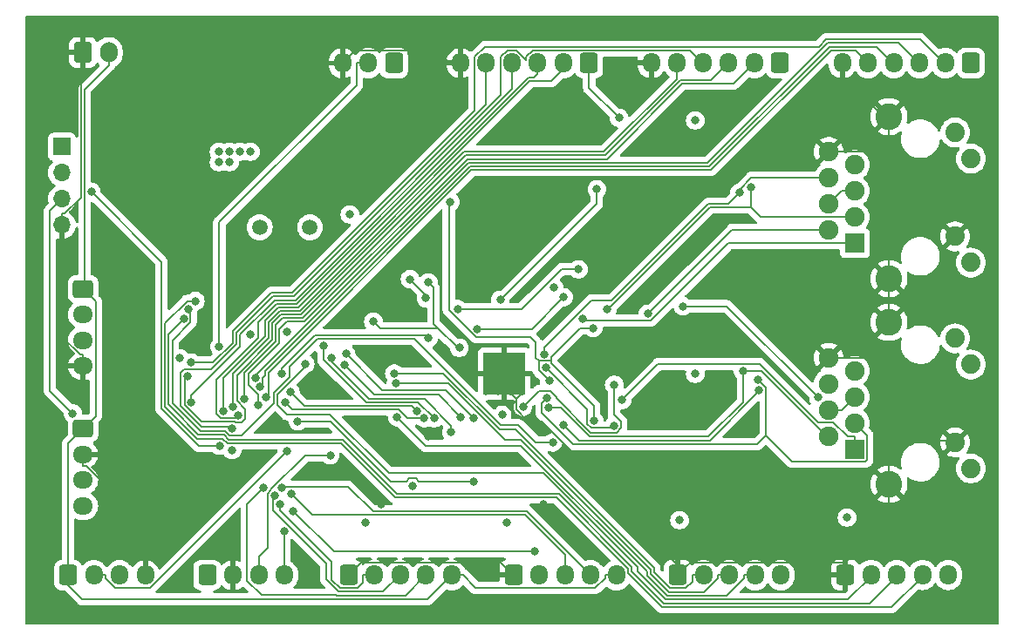
<source format=gbr>
%TF.GenerationSoftware,KiCad,Pcbnew,7.0.9*%
%TF.CreationDate,2024-01-09T22:49:01+01:00*%
%TF.ProjectId,Ax58100-stm32-ethercat,41783538-3130-4302-9d73-746d33322d65,rev?*%
%TF.SameCoordinates,Original*%
%TF.FileFunction,Copper,L4,Bot*%
%TF.FilePolarity,Positive*%
%FSLAX46Y46*%
G04 Gerber Fmt 4.6, Leading zero omitted, Abs format (unit mm)*
G04 Created by KiCad (PCBNEW 7.0.9) date 2024-01-09 22:49:01*
%MOMM*%
%LPD*%
G01*
G04 APERTURE LIST*
G04 Aperture macros list*
%AMRoundRect*
0 Rectangle with rounded corners*
0 $1 Rounding radius*
0 $2 $3 $4 $5 $6 $7 $8 $9 X,Y pos of 4 corners*
0 Add a 4 corners polygon primitive as box body*
4,1,4,$2,$3,$4,$5,$6,$7,$8,$9,$2,$3,0*
0 Add four circle primitives for the rounded corners*
1,1,$1+$1,$2,$3*
1,1,$1+$1,$4,$5*
1,1,$1+$1,$6,$7*
1,1,$1+$1,$8,$9*
0 Add four rect primitives between the rounded corners*
20,1,$1+$1,$2,$3,$4,$5,0*
20,1,$1+$1,$4,$5,$6,$7,0*
20,1,$1+$1,$6,$7,$8,$9,0*
20,1,$1+$1,$8,$9,$2,$3,0*%
G04 Aperture macros list end*
%TA.AperFunction,ComponentPad*%
%ADD10RoundRect,0.250000X-0.725000X0.600000X-0.725000X-0.600000X0.725000X-0.600000X0.725000X0.600000X0*%
%TD*%
%TA.AperFunction,ComponentPad*%
%ADD11O,1.950000X1.700000*%
%TD*%
%TA.AperFunction,ComponentPad*%
%ADD12C,0.500000*%
%TD*%
%TA.AperFunction,SMDPad,CuDef*%
%ADD13R,4.100000X4.100000*%
%TD*%
%TA.AperFunction,ComponentPad*%
%ADD14RoundRect,0.250000X0.600000X0.725000X-0.600000X0.725000X-0.600000X-0.725000X0.600000X-0.725000X0*%
%TD*%
%TA.AperFunction,ComponentPad*%
%ADD15O,1.700000X1.950000*%
%TD*%
%TA.AperFunction,ComponentPad*%
%ADD16R,1.700000X1.700000*%
%TD*%
%TA.AperFunction,ComponentPad*%
%ADD17O,1.700000X1.700000*%
%TD*%
%TA.AperFunction,ComponentPad*%
%ADD18C,1.500000*%
%TD*%
%TA.AperFunction,ComponentPad*%
%ADD19RoundRect,0.250000X-0.600000X-0.725000X0.600000X-0.725000X0.600000X0.725000X-0.600000X0.725000X0*%
%TD*%
%TA.AperFunction,ComponentPad*%
%ADD20RoundRect,0.250000X-0.600000X-0.750000X0.600000X-0.750000X0.600000X0.750000X-0.600000X0.750000X0*%
%TD*%
%TA.AperFunction,ComponentPad*%
%ADD21O,1.700000X2.000000*%
%TD*%
%TA.AperFunction,ComponentPad*%
%ADD22R,1.900000X1.900000*%
%TD*%
%TA.AperFunction,ComponentPad*%
%ADD23C,1.900000*%
%TD*%
%TA.AperFunction,ComponentPad*%
%ADD24C,1.890000*%
%TD*%
%TA.AperFunction,ComponentPad*%
%ADD25C,2.600000*%
%TD*%
%TA.AperFunction,ViaPad*%
%ADD26C,0.800000*%
%TD*%
%TA.AperFunction,Conductor*%
%ADD27C,0.200000*%
%TD*%
G04 APERTURE END LIST*
D10*
%TO.P,J11,1,Pin_1*%
%TO.N,+5V*%
X144543000Y-90290000D03*
D11*
%TO.P,J11,2,Pin_2*%
%TO.N,STEP2_DIR*%
X144543000Y-92790000D03*
%TO.P,J11,3,Pin_3*%
%TO.N,STEP2_STEP*%
X144543000Y-95290000D03*
%TO.P,J11,4,Pin_4*%
%TO.N,GND*%
X144543000Y-97790000D03*
%TD*%
D12*
%TO.P,U2,81,GND_EPAD*%
%TO.N,GND*%
X183620000Y-100352000D03*
X184820000Y-100352000D03*
X186020000Y-100352000D03*
X187220000Y-100352000D03*
X183620000Y-99152000D03*
X184820000Y-99152000D03*
X186020000Y-99152000D03*
X187220000Y-99152000D03*
D13*
X185420000Y-98552000D03*
D12*
X183620000Y-97952000D03*
X184820000Y-97952000D03*
X186020000Y-97952000D03*
X187220000Y-97952000D03*
X183620000Y-96752000D03*
X184820000Y-96752000D03*
X186020000Y-96752000D03*
X187220000Y-96752000D03*
%TD*%
D14*
%TO.P,J1,1,Pin_1*%
%TO.N,+5V*%
X230726000Y-68326000D03*
D15*
%TO.P,J1,2,Pin_2*%
%TO.N,IO1*%
X228226000Y-68326000D03*
%TO.P,J1,3,Pin_3*%
%TO.N,IO2*%
X225726000Y-68326000D03*
%TO.P,J1,4,Pin_4*%
%TO.N,IO3*%
X223226000Y-68326000D03*
%TO.P,J1,5,Pin_5*%
%TO.N,IO4*%
X220726000Y-68326000D03*
%TO.P,J1,6,Pin_6*%
%TO.N,GND*%
X218226000Y-68326000D03*
%TD*%
D14*
%TO.P,J3,1,Pin_1*%
%TO.N,+5V*%
X212184000Y-68326000D03*
D15*
%TO.P,J3,2,Pin_2*%
%TO.N,IO5*%
X209684000Y-68326000D03*
%TO.P,J3,3,Pin_3*%
%TO.N,IO6*%
X207184000Y-68326000D03*
%TO.P,J3,4,Pin_4*%
%TO.N,IO7*%
X204684000Y-68326000D03*
%TO.P,J3,5,Pin_5*%
%TO.N,IO8*%
X202184000Y-68326000D03*
%TO.P,J3,6,Pin_6*%
%TO.N,GND*%
X199684000Y-68326000D03*
%TD*%
D16*
%TO.P,J14,1,Pin_1*%
%TO.N,+3.3V*%
X142494000Y-76464000D03*
D17*
%TO.P,J14,2,Pin_2*%
%TO.N,I2C2_SCL*%
X142494000Y-79004000D03*
%TO.P,J14,3,Pin_3*%
%TO.N,I2C2_SDA*%
X142494000Y-81544000D03*
%TO.P,J14,4,Pin_4*%
%TO.N,GND*%
X142494000Y-84084000D03*
%TD*%
D18*
%TO.P,Y2,1,1*%
%TO.N,Net-(U4-PH1)*%
X161680000Y-84302000D03*
%TO.P,Y2,2,2*%
%TO.N,Net-(U4-PH0)*%
X166560000Y-84302000D03*
%TD*%
D19*
%TO.P,J6,1,Pin_1*%
%TO.N,GND*%
X186302000Y-118110000D03*
D15*
%TO.P,J6,2,Pin_2*%
%TO.N,ENC4_Z*%
X188802000Y-118110000D03*
%TO.P,J6,3,Pin_3*%
%TO.N,ENC4_B*%
X191302000Y-118110000D03*
%TO.P,J6,4,Pin_4*%
%TO.N,ENC4_A*%
X193802000Y-118110000D03*
%TO.P,J6,5,Pin_5*%
%TO.N,+5V*%
X196302000Y-118110000D03*
%TD*%
D14*
%TO.P,J5,1,Pin_1*%
%TO.N,+5V*%
X193662000Y-68326000D03*
D15*
%TO.P,J5,2,Pin_2*%
%TO.N,IO9*%
X191162000Y-68326000D03*
%TO.P,J5,3,Pin_3*%
%TO.N,IO10*%
X188662000Y-68326000D03*
%TO.P,J5,4,Pin_4*%
%TO.N,IO11*%
X186162000Y-68326000D03*
%TO.P,J5,5,Pin_5*%
%TO.N,IO12*%
X183662000Y-68326000D03*
%TO.P,J5,6,Pin_6*%
%TO.N,GND*%
X181162000Y-68326000D03*
%TD*%
D19*
%TO.P,J4,1,Pin_1*%
%TO.N,GND*%
X202264000Y-118110000D03*
D15*
%TO.P,J4,2,Pin_2*%
%TO.N,ENC2_Z*%
X204764000Y-118110000D03*
%TO.P,J4,3,Pin_3*%
%TO.N,ENC2_B*%
X207264000Y-118110000D03*
%TO.P,J4,4,Pin_4*%
%TO.N,ENC2_A*%
X209764000Y-118110000D03*
%TO.P,J4,5,Pin_5*%
%TO.N,+5V*%
X212264000Y-118110000D03*
%TD*%
D20*
%TO.P,J10,1,Pin_1*%
%TO.N,GND*%
X144526000Y-67310000D03*
D21*
%TO.P,J10,2,Pin_2*%
%TO.N,+5V*%
X147026000Y-67310000D03*
%TD*%
D22*
%TO.P,IN1,1,TD+*%
%TO.N,P0_TXOP*%
X219456000Y-85852000D03*
D23*
%TO.P,IN1,2,TD-*%
%TO.N,P0_TXON*%
X216916000Y-84582000D03*
%TO.P,IN1,3,RD+*%
%TO.N,P0_RXIP*%
X219456000Y-83312000D03*
%TO.P,IN1,4,TCT*%
%TO.N,Net-(IN1-RCT)*%
X216916000Y-82042000D03*
%TO.P,IN1,5,RCT*%
X219456000Y-80772000D03*
%TO.P,IN1,6,RD-*%
%TO.N,P0_RXIN*%
X216916000Y-79502000D03*
%TO.P,IN1,7,NC*%
%TO.N,unconnected-(IN1-NC-Pad7)*%
X219456000Y-78232000D03*
%TO.P,IN1,8,CHS_GND*%
%TO.N,GND*%
X216916000Y-76962000D03*
D24*
%TO.P,IN1,9*%
%TO.N,Net-(IN1-Pad9)*%
X230708200Y-87731600D03*
%TO.P,IN1,10*%
%TO.N,GND*%
X229184200Y-85191600D03*
%TO.P,IN1,11*%
%TO.N,unconnected-(IN1-Pad11)*%
X230708200Y-77622400D03*
%TO.P,IN1,12*%
%TO.N,unconnected-(IN1-Pad12)*%
X229184200Y-75082400D03*
D25*
%TO.P,IN1,SH,CHS_GND*%
%TO.N,GND*%
X222758000Y-73533000D03*
X222758000Y-89281000D03*
%TD*%
D19*
%TO.P,J9,1,Pin_1*%
%TO.N,+3.3V*%
X156584000Y-118110000D03*
D15*
%TO.P,J9,2,Pin_2*%
%TO.N,GND*%
X159084000Y-118110000D03*
%TO.P,J9,3,Pin_3*%
%TO.N,SWCLK*%
X161584000Y-118110000D03*
%TO.P,J9,4,Pin_4*%
%TO.N,SWDIO*%
X164084000Y-118110000D03*
%TD*%
D14*
%TO.P,J7,1,Pin_1*%
%TO.N,+3.3V*%
X174712000Y-68343000D03*
D15*
%TO.P,J7,2,Pin_2*%
%TO.N,DAC1*%
X172212000Y-68343000D03*
%TO.P,J7,3,Pin_3*%
%TO.N,GND*%
X169712000Y-68343000D03*
%TD*%
D19*
%TO.P,J13,1,Pin_1*%
%TO.N,+5V*%
X143082000Y-118110000D03*
D15*
%TO.P,J13,2,Pin_2*%
%TO.N,STEP1_DIR*%
X145582000Y-118110000D03*
%TO.P,J13,3,Pin_3*%
%TO.N,STEP1_STEP*%
X148082000Y-118110000D03*
%TO.P,J13,4,Pin_4*%
%TO.N,GND*%
X150582000Y-118110000D03*
%TD*%
D10*
%TO.P,J12,1,Pin_1*%
%TO.N,+5V*%
X144526000Y-103886000D03*
D11*
%TO.P,J12,2,Pin_2*%
%TO.N,GND*%
X144526000Y-106386000D03*
%TO.P,J12,3,Pin_3*%
%TO.N,RX*%
X144526000Y-108886000D03*
%TO.P,J12,4,Pin_4*%
%TO.N,TX*%
X144526000Y-111386000D03*
%TD*%
D19*
%TO.P,J8,1,Pin_1*%
%TO.N,GND*%
X170300000Y-118110000D03*
D15*
%TO.P,J8,2,Pin_2*%
%TO.N,ENC3_Z*%
X172800000Y-118110000D03*
%TO.P,J8,3,Pin_3*%
%TO.N,ENC3_B*%
X175300000Y-118110000D03*
%TO.P,J8,4,Pin_4*%
%TO.N,ENC3_A*%
X177800000Y-118110000D03*
%TO.P,J8,5,Pin_5*%
%TO.N,+5V*%
X180300000Y-118110000D03*
%TD*%
D19*
%TO.P,J2,1,Pin_1*%
%TO.N,GND*%
X218520000Y-118093000D03*
D15*
%TO.P,J2,2,Pin_2*%
%TO.N,ENC1_Z*%
X221020000Y-118093000D03*
%TO.P,J2,3,Pin_3*%
%TO.N,ENC1_B*%
X223520000Y-118093000D03*
%TO.P,J2,4,Pin_4*%
%TO.N,ENC1_A*%
X226020000Y-118093000D03*
%TO.P,J2,5,Pin_5*%
%TO.N,+5V*%
X228520000Y-118093000D03*
%TD*%
D22*
%TO.P,OUT1,1,TD+*%
%TO.N,P1_TXOP*%
X219456000Y-105867200D03*
D23*
%TO.P,OUT1,2,TD-*%
%TO.N,P1_TXON*%
X216916000Y-104597200D03*
%TO.P,OUT1,3,RD+*%
%TO.N,P1_RXIP*%
X219456000Y-103327200D03*
%TO.P,OUT1,4,TCT*%
%TO.N,Net-(OUT1-RCT)*%
X216916000Y-102057200D03*
%TO.P,OUT1,5,RCT*%
X219456000Y-100787200D03*
%TO.P,OUT1,6,RD-*%
%TO.N,P1_RXIN*%
X216916000Y-99517200D03*
%TO.P,OUT1,7,NC*%
%TO.N,unconnected-(OUT1-NC-Pad7)*%
X219456000Y-98247200D03*
%TO.P,OUT1,8,CHS_GND*%
%TO.N,GND*%
X216916000Y-96977200D03*
D24*
%TO.P,OUT1,9*%
%TO.N,Net-(OUT1-Pad9)*%
X230708200Y-107746800D03*
%TO.P,OUT1,10*%
%TO.N,GND*%
X229184200Y-105206800D03*
%TO.P,OUT1,11*%
%TO.N,unconnected-(OUT1-Pad11)*%
X230708200Y-97637600D03*
%TO.P,OUT1,12*%
%TO.N,unconnected-(OUT1-Pad12)*%
X229184200Y-95097600D03*
D25*
%TO.P,OUT1,SH,CHS_GND*%
%TO.N,GND*%
X222758000Y-93548200D03*
X222758000Y-109296200D03*
%TD*%
D26*
%TO.N,+1V2*%
X187231700Y-101765300D03*
X196090800Y-99606200D03*
%TO.N,+3.3V*%
X218694000Y-112522000D03*
X203962000Y-98552000D03*
X158750000Y-77978000D03*
X203962000Y-73914000D03*
X170434000Y-83058000D03*
X160782000Y-76962000D03*
X185673994Y-113030000D03*
X176530000Y-109474000D03*
X190246000Y-90170000D03*
X172720000Y-93472000D03*
X171958008Y-113030000D03*
X157734000Y-76962000D03*
X159004000Y-105952300D03*
X178054000Y-89662000D03*
X164338000Y-94488000D03*
X202437988Y-112776000D03*
X153912000Y-97020018D03*
X157734000Y-77978000D03*
X181052100Y-96012000D03*
X160791305Y-94751305D03*
X159766000Y-76962000D03*
X158750000Y-76962000D03*
X185220000Y-102546200D03*
%TO.N,+3.3VA*%
X189784600Y-99240700D03*
X194134100Y-103115800D03*
X180192039Y-81837339D03*
X194055700Y-94085000D03*
%TO.N,DAC1*%
X157763700Y-95913900D03*
%TO.N,GND*%
X168402000Y-100076000D03*
X191008000Y-83312000D03*
X166624000Y-117856000D03*
X189230000Y-111252000D03*
X209550000Y-103378000D03*
X202946000Y-76708000D03*
X173990000Y-104140000D03*
X190500000Y-71628000D03*
X173482000Y-111252000D03*
X178562000Y-85344000D03*
X199136000Y-114554000D03*
X183642000Y-84582000D03*
X153162000Y-110744000D03*
X171704000Y-92202000D03*
X202946000Y-96520000D03*
X202184000Y-102870000D03*
X169418000Y-81788000D03*
X198628000Y-81788000D03*
X164084000Y-83058000D03*
X162306000Y-103632000D03*
X178054000Y-104648000D03*
X203200000Y-86614000D03*
X148844000Y-76708000D03*
X173990000Y-96774000D03*
%TO.N,SPI_SCK*%
X163824058Y-98504148D03*
X178063000Y-95081100D03*
%TO.N,SPI_CS*%
X164153205Y-101336898D03*
X177649000Y-102865400D03*
%TO.N,SPI_MISO*%
X182415900Y-109029500D03*
X165374000Y-103167700D03*
%TO.N,SPI_MOSI*%
X164664710Y-100334749D03*
X176974600Y-102193500D03*
%TO.N,I2C_SDA*%
X176273000Y-89346600D03*
X177812000Y-91199300D03*
%TO.N,+5V*%
X196569900Y-73661800D03*
%TO.N,P0_TXOP*%
X192992800Y-93222100D03*
%TO.N,SWCLK*%
X168532100Y-106449900D03*
%TO.N,SWDIO*%
X164032100Y-113823100D03*
%TO.N,I2C2_SCL*%
X157772500Y-105523700D03*
X145341600Y-80855900D03*
%TO.N,ENC1_Z*%
X166101866Y-97582300D03*
%TO.N,ENC1_B*%
X154313700Y-93232600D03*
%TO.N,ENC1_A*%
X155423800Y-91462900D03*
%TO.N,I2C2_SDA*%
X143539300Y-102397100D03*
%TO.N,ENC2_A*%
X175026300Y-102778800D03*
%TO.N,ENC2_B*%
X174895900Y-99484300D03*
%TO.N,ENC2_Z*%
X174752400Y-98516800D03*
%TO.N,ENC3_A*%
X162072000Y-109642400D03*
%TO.N,ENC3_B*%
X163166400Y-110391900D03*
%TO.N,ENC3_Z*%
X163645100Y-111259500D03*
%TO.N,ENC4_A*%
X163857700Y-109630600D03*
%TO.N,ENC4_B*%
X164735500Y-110200600D03*
%TO.N,ENC4_Z*%
X164957182Y-111871182D03*
X188364500Y-115824000D03*
%TO.N,SYNC0*%
X181193000Y-102725100D03*
X169888500Y-97653600D03*
%TO.N,SYNC1*%
X182424500Y-102856800D03*
X170069400Y-96613700D03*
%TO.N,P1_TXOP*%
X196865500Y-101095200D03*
%TO.N,STEP1_DIR*%
X164318500Y-106063800D03*
%TO.N,IO1*%
X155038800Y-97450100D03*
%TO.N,IO2*%
X161260500Y-98913300D03*
%TO.N,IO3*%
X161737996Y-99837268D03*
%TO.N,IO4*%
X162306000Y-100845989D03*
%TO.N,IO5*%
X161544000Y-101600000D03*
%TO.N,IO6*%
X160196666Y-101008634D03*
%TO.N,IO7*%
X155045100Y-101282100D03*
%TO.N,IO8*%
X154668100Y-98795700D03*
%TO.N,IO9*%
X159077400Y-101748500D03*
%TO.N,IO10*%
X158125400Y-102193400D03*
%TO.N,IO11*%
X159592200Y-102586600D03*
%TO.N,IO12*%
X159031600Y-103879700D03*
%TO.N,P0_TXON*%
X199360600Y-92726700D03*
%TO.N,P1_TXON*%
X208580600Y-98272200D03*
X189759100Y-101851300D03*
%TO.N,P0_RXIP*%
X209390300Y-80426700D03*
X195407200Y-92299800D03*
%TO.N,P1_RXIP*%
X189576900Y-100899300D03*
X210056400Y-99136200D03*
%TO.N,P0_RXIN*%
X189334100Y-96624300D03*
X208255400Y-80940200D03*
%TO.N,P1_RXIN*%
X210151700Y-100155400D03*
X191146300Y-103512900D03*
%TO.N,RESET_MCU*%
X182824520Y-94184687D03*
X191182685Y-91095864D03*
%TO.N,Net-(U2-P0_SD)*%
X196067500Y-103574600D03*
X189439900Y-97936800D03*
%TO.N,RSTO*%
X192626600Y-88392000D03*
X180906900Y-92260100D03*
%TO.N,P1_ACT*%
X202757800Y-91967200D03*
X215909600Y-100847800D03*
%TO.N,LED_ERR*%
X190135700Y-105210100D03*
X154755200Y-92265300D03*
%TO.N,SINT*%
X180274500Y-104214500D03*
X168613100Y-96976500D03*
%TO.N,A1V2*%
X194411100Y-80592100D03*
X185039000Y-91364700D03*
%TO.N,SCS_FUNC*%
X178602300Y-102868100D03*
X167872800Y-95791100D03*
%TD*%
D27*
%TO.N,+1V2*%
X196090800Y-102547300D02*
X196090800Y-99606200D01*
X187231700Y-101765300D02*
X188759500Y-100237500D01*
X196768100Y-103224600D02*
X196090800Y-102547300D01*
X189865400Y-100237500D02*
X190466500Y-100838600D01*
X188759500Y-100237500D02*
X189865400Y-100237500D01*
X190466500Y-100838600D02*
X190466500Y-100928000D01*
X196768100Y-103804700D02*
X196768100Y-103224600D01*
X193788400Y-104249900D02*
X196322900Y-104249900D01*
X196322900Y-104249900D02*
X196768100Y-103804700D01*
X190466500Y-100928000D02*
X193788400Y-104249900D01*
%TO.N,+3.3V*%
X178988800Y-94113500D02*
X180887300Y-96012000D01*
X173361500Y-94113500D02*
X172720000Y-93472000D01*
X180887300Y-96012000D02*
X181052100Y-96012000D01*
X178988800Y-94113500D02*
X178562000Y-93686700D01*
X178562000Y-93686700D02*
X178562000Y-90170000D01*
X178562000Y-90170000D02*
X178054000Y-89662000D01*
X178988800Y-94113500D02*
X173361500Y-94113500D01*
%TO.N,+3.3VA*%
X188762600Y-97284800D02*
X189989200Y-97284800D01*
X182717300Y-94996000D02*
X180036000Y-92314700D01*
X189784600Y-99240700D02*
X188762600Y-98218700D01*
X188762600Y-97284800D02*
X188468000Y-96990200D01*
X189989200Y-97533200D02*
X194134100Y-101678100D01*
X189989200Y-96903800D02*
X192808000Y-94085000D01*
X188468000Y-95504000D02*
X187960000Y-94996000D01*
X189989200Y-97284800D02*
X189989200Y-96903800D01*
X188762600Y-98218700D02*
X188762600Y-97284800D01*
X180036000Y-81993378D02*
X180192039Y-81837339D01*
X192808000Y-94085000D02*
X194055700Y-94085000D01*
X188468000Y-96990200D02*
X188468000Y-95504000D01*
X189989200Y-97284800D02*
X189989200Y-97533200D01*
X180036000Y-92314700D02*
X180036000Y-81993378D01*
X187960000Y-94996000D02*
X182717300Y-94996000D01*
X189992000Y-97284800D02*
X189989200Y-97284800D01*
X194134100Y-101678100D02*
X194134100Y-103115800D01*
%TO.N,DAC1*%
X171110100Y-68343000D02*
X171110100Y-70474900D01*
X171110100Y-70474900D02*
X157763700Y-83821300D01*
X172212000Y-68343000D02*
X171110100Y-68343000D01*
X157763700Y-83821300D02*
X157763700Y-95913900D01*
%TO.N,GND*%
X226917200Y-82924600D02*
X229184200Y-85191600D01*
X183620000Y-99152000D02*
X183620000Y-97952000D01*
X222758000Y-78765400D02*
X222758000Y-76962000D01*
X221470000Y-96977200D02*
X221470000Y-94836200D01*
X229184200Y-105206800D02*
X228987700Y-105010300D01*
X200164000Y-114297600D02*
X200164000Y-115118661D01*
X170967600Y-67087400D02*
X178821500Y-67087400D01*
X144233100Y-96688100D02*
X142494000Y-94949000D01*
X226917200Y-82924600D02*
X222758000Y-78765400D01*
X187725800Y-103181200D02*
X189047600Y-103181200D01*
X144816800Y-107487900D02*
X144526000Y-107487900D01*
X150582000Y-118110000D02*
X150582000Y-113253100D01*
X216916000Y-76962000D02*
X222758000Y-76962000D01*
X222758000Y-105010300D02*
X222758000Y-109296200D01*
X144316400Y-81388000D02*
X142722300Y-82982100D01*
X187220000Y-100352000D02*
X186620000Y-100952000D01*
X186020000Y-99152000D02*
X186020000Y-100352000D01*
X169712000Y-68343000D02*
X170967600Y-67087400D01*
X222206100Y-73533000D02*
X218226000Y-69552900D01*
X144543000Y-96688100D02*
X144233100Y-96688100D01*
X218520000Y-116863700D02*
X218520000Y-118093000D01*
X186302000Y-118110000D02*
X185074900Y-116882900D01*
X186579800Y-100992200D02*
X186579800Y-102035200D01*
X181162000Y-68326000D02*
X180060100Y-68326000D01*
X222758000Y-109296200D02*
X222758000Y-112625700D01*
X185420000Y-98552000D02*
X184820000Y-97952000D01*
X186020000Y-100352000D02*
X186620000Y-100952000D01*
X184820000Y-100352000D02*
X184820000Y-99152000D01*
X142722300Y-82982100D02*
X142494000Y-82982100D01*
X221470000Y-94836200D02*
X222758000Y-93548200D01*
X184820000Y-99152000D02*
X185420000Y-98552000D01*
X186020000Y-99152000D02*
X185420000Y-98552000D01*
X222758000Y-89281000D02*
X222758000Y-87083800D01*
X202299139Y-117253800D02*
X203120200Y-117253800D01*
X183620000Y-100352000D02*
X183620000Y-99152000D01*
X203510300Y-116863700D02*
X203120200Y-117253800D01*
X218520000Y-116863700D02*
X203510300Y-116863700D01*
X200164000Y-115118661D02*
X202299139Y-117253800D01*
X189047600Y-103181200D02*
X200164000Y-114297600D01*
X183620000Y-97952000D02*
X183620000Y-96752000D01*
X186020000Y-97952000D02*
X185420000Y-98552000D01*
X222758000Y-76962000D02*
X222758000Y-73533000D01*
X144526000Y-106386000D02*
X144526000Y-107487900D01*
X222758000Y-105010300D02*
X222758000Y-98265200D01*
X203120200Y-117253800D02*
X202264000Y-118110000D01*
X171527100Y-116882900D02*
X170300000Y-118110000D01*
X186579800Y-102035200D02*
X187725800Y-103181200D01*
X150582000Y-113253100D02*
X144816800Y-107487900D01*
X178821500Y-67087400D02*
X180060100Y-68326000D01*
X144543000Y-97790000D02*
X144543000Y-96688100D01*
X142494000Y-94949000D02*
X142494000Y-84084000D01*
X218226000Y-68326000D02*
X218226000Y-69552900D01*
X144526000Y-67310000D02*
X144316400Y-67519600D01*
X222758000Y-87083800D02*
X226917200Y-82924600D01*
X222758000Y-93548200D02*
X222758000Y-89281000D01*
X144316400Y-67519600D02*
X144316400Y-81388000D01*
X186620000Y-100952000D02*
X186579800Y-100992200D01*
X228987700Y-105010300D02*
X222758000Y-105010300D01*
X142494000Y-84084000D02*
X142494000Y-82982100D01*
X185074900Y-116882900D02*
X171527100Y-116882900D01*
X222758000Y-98265200D02*
X221470000Y-96977200D01*
X222758000Y-73533000D02*
X222206100Y-73533000D01*
X216916000Y-96977200D02*
X221470000Y-96977200D01*
X187220000Y-99152000D02*
X187220000Y-100352000D01*
X222758000Y-112625700D02*
X218520000Y-116863700D01*
%TO.N,SPI_SCK*%
X163824058Y-98023890D02*
X163824058Y-98504148D01*
X177769200Y-94787300D02*
X167060648Y-94787300D01*
X178063000Y-95081100D02*
X177769200Y-94787300D01*
X167060648Y-94787300D02*
X163824058Y-98023890D01*
%TO.N,SPI_CS*%
X175187900Y-102018500D02*
X164834807Y-102018500D01*
X176034800Y-102865400D02*
X175187900Y-102018500D01*
X177649000Y-102865400D02*
X176034800Y-102865400D01*
X164834807Y-102018500D02*
X164153205Y-101336898D01*
%TO.N,SPI_MISO*%
X174425400Y-109029500D02*
X168563600Y-103167700D01*
X177146161Y-109029500D02*
X176840661Y-108724000D01*
X176840661Y-108724000D02*
X176219339Y-108724000D01*
X176219339Y-108724000D02*
X175913839Y-109029500D01*
X182415900Y-109029500D02*
X177146161Y-109029500D01*
X175913839Y-109029500D02*
X174425400Y-109029500D01*
X168563600Y-103167700D02*
X165374000Y-103167700D01*
%TO.N,SPI_MOSI*%
X165996561Y-101666600D02*
X164664710Y-100334749D01*
X176974600Y-102193500D02*
X176447700Y-101666600D01*
X176447700Y-101666600D02*
X165996561Y-101666600D01*
%TO.N,I2C_SDA*%
X177812000Y-90885600D02*
X177812000Y-91199300D01*
X176273000Y-89346600D02*
X177812000Y-90885600D01*
%TO.N,+5V*%
X177980000Y-120430000D02*
X180300000Y-118110000D01*
X144668300Y-70919600D02*
X144668300Y-90164700D01*
X182648900Y-119357000D02*
X194243900Y-119357000D01*
X143082000Y-118110000D02*
X143082000Y-119085000D01*
X195200100Y-118400800D02*
X195200100Y-118110000D01*
X193662000Y-70753900D02*
X196569900Y-73661800D01*
X144668300Y-90164700D02*
X144543000Y-90290000D01*
X147026000Y-68561900D02*
X144668300Y-70919600D01*
X193662000Y-68326000D02*
X193662000Y-70753900D01*
X181401900Y-118110000D02*
X182648900Y-119357000D01*
X147026000Y-67310000D02*
X147026000Y-68561900D01*
X145769900Y-91516900D02*
X145769900Y-102642100D01*
X143082000Y-119085000D02*
X144427000Y-120430000D01*
X145769900Y-102642100D02*
X144526000Y-103886000D01*
X143082000Y-105330000D02*
X143082000Y-118110000D01*
X180300000Y-118110000D02*
X181401900Y-118110000D01*
X144543000Y-90290000D02*
X145769900Y-91516900D01*
X144427000Y-120430000D02*
X177980000Y-120430000D01*
X194243900Y-119357000D02*
X195200100Y-118400800D01*
X144526000Y-103886000D02*
X143082000Y-105330000D01*
X196302000Y-118110000D02*
X195200100Y-118110000D01*
%TO.N,P0_TXOP*%
X207187100Y-85852000D02*
X199660400Y-93378700D01*
X193149400Y-93378700D02*
X192992800Y-93222100D01*
X219456000Y-85852000D02*
X207187100Y-85852000D01*
X199660400Y-93378700D02*
X193149400Y-93378700D01*
%TO.N,SWCLK*%
X162752700Y-109883800D02*
X162752700Y-109813800D01*
X162752700Y-109813800D02*
X166116600Y-106449900D01*
X162422000Y-115440974D02*
X162422000Y-110214500D01*
X161584000Y-116278974D02*
X162422000Y-115440974D01*
X161584000Y-118110000D02*
X161584000Y-116278974D01*
X166116600Y-106449900D02*
X168532100Y-106449900D01*
X162422000Y-110214500D02*
X162752700Y-109883800D01*
%TO.N,SWDIO*%
X164084000Y-118110000D02*
X164084000Y-113875000D01*
X164084000Y-113875000D02*
X164032100Y-113823100D01*
%TO.N,I2C2_SCL*%
X152146000Y-101926800D02*
X155742900Y-105523700D01*
X152146000Y-87660300D02*
X152146000Y-101926800D01*
X145341600Y-80855900D02*
X152146000Y-87660300D01*
X155742900Y-105523700D02*
X157772500Y-105523700D01*
%TO.N,ENC1_Z*%
X221020000Y-118093000D02*
X221020000Y-118218000D01*
X221020000Y-118218000D02*
X218759100Y-120478900D01*
X166101866Y-97867404D02*
X166101866Y-97582300D01*
X163406000Y-100563270D02*
X166101866Y-97867404D01*
X164326865Y-102468500D02*
X163406000Y-101547635D01*
X201086900Y-120478900D02*
X198347100Y-117739100D01*
X168508500Y-102468500D02*
X164326865Y-102468500D01*
X174244000Y-108204000D02*
X168508500Y-102468500D01*
X198347100Y-117354900D02*
X189196200Y-108204000D01*
X189196200Y-108204000D02*
X174244000Y-108204000D01*
X163406000Y-101547635D02*
X163406000Y-100563270D01*
X198347100Y-117739100D02*
X198347100Y-117354900D01*
X218759100Y-120478900D02*
X201086900Y-120478900D01*
%TO.N,ENC1_B*%
X152846000Y-101529075D02*
X153277300Y-101960374D01*
X154313700Y-93232600D02*
X152846000Y-94700300D01*
X197776600Y-117755700D02*
X200865900Y-120845000D01*
X153277300Y-102013900D02*
X155724200Y-104460800D01*
X153277300Y-101960374D02*
X153277300Y-102013900D01*
X200865900Y-120845000D02*
X220893000Y-120845000D01*
X155724200Y-104460800D02*
X158193300Y-104460800D01*
X223520000Y-118218000D02*
X223520000Y-118093000D01*
X158685300Y-104952800D02*
X169709774Y-104952800D01*
X174980974Y-110224000D02*
X190716400Y-110224000D01*
X152846000Y-94700300D02*
X152846000Y-101529075D01*
X158193300Y-104460800D02*
X158685300Y-104952800D01*
X220893000Y-120845000D02*
X223520000Y-118218000D01*
X190716400Y-110224000D02*
X197776600Y-117284200D01*
X197776600Y-117284200D02*
X197776600Y-117755700D01*
X169709774Y-104952800D02*
X174980974Y-110224000D01*
%TO.N,ENC1_A*%
X155584500Y-104843100D02*
X158078000Y-104843100D01*
X200738900Y-121244400D02*
X222993600Y-121244400D01*
X169564800Y-105302800D02*
X174836000Y-110574000D01*
X152496000Y-101754600D02*
X155584500Y-104843100D01*
X197424700Y-117930200D02*
X200738900Y-121244400D01*
X152496000Y-93602200D02*
X152496000Y-101754600D01*
X158537700Y-105302800D02*
X169564800Y-105302800D01*
X158078000Y-104843100D02*
X158537700Y-105302800D01*
X155423800Y-91462900D02*
X154635300Y-91462900D01*
X190511100Y-110574000D02*
X197424700Y-117487600D01*
X197424700Y-117487600D02*
X197424700Y-117930200D01*
X226020000Y-118218000D02*
X226020000Y-118093000D01*
X154635300Y-91462900D02*
X152496000Y-93602200D01*
X222993600Y-121244400D02*
X226020000Y-118218000D01*
X174836000Y-110574000D02*
X190511100Y-110574000D01*
%TO.N,I2C2_SDA*%
X141324900Y-82713100D02*
X141324900Y-100182700D01*
X141324900Y-100182700D02*
X143539300Y-102397100D01*
X142494000Y-81544000D02*
X141324900Y-82713100D01*
%TO.N,ENC2_A*%
X201218400Y-120112800D02*
X199267400Y-118161800D01*
X177774300Y-105526800D02*
X175026300Y-102778800D01*
X187016600Y-105526800D02*
X177774300Y-105526800D01*
X208662100Y-118110000D02*
X208662100Y-118419900D01*
X208662100Y-118419900D02*
X206969200Y-120112800D01*
X199267400Y-118161800D02*
X199267400Y-117777600D01*
X206969200Y-120112800D02*
X201218400Y-120112800D01*
X209764000Y-118110000D02*
X208662100Y-118110000D01*
X199267400Y-117777600D02*
X187016600Y-105526800D01*
%TO.N,ENC2_B*%
X199619300Y-117560200D02*
X187057100Y-104998000D01*
X199619300Y-117999200D02*
X199619300Y-117560200D01*
X206162100Y-118110000D02*
X206162100Y-118419900D01*
X187057100Y-104998000D02*
X185487600Y-104998000D01*
X206162100Y-118419900D02*
X204821100Y-119760900D01*
X204821100Y-119760900D02*
X201381000Y-119760900D01*
X207264000Y-118110000D02*
X206162100Y-118110000D01*
X201381000Y-119760900D02*
X199619300Y-117999200D01*
X179973900Y-99484300D02*
X174895900Y-99484300D01*
X185487600Y-104998000D02*
X179973900Y-99484300D01*
%TO.N,ENC2_Z*%
X204764000Y-118110000D02*
X203662100Y-118110000D01*
X203662100Y-118773000D02*
X203041400Y-119393700D01*
X203662100Y-118110000D02*
X203662100Y-118773000D01*
X179504000Y-98516800D02*
X174752400Y-98516800D01*
X199971200Y-117412500D02*
X186529800Y-103971100D01*
X199971200Y-117853200D02*
X199971200Y-117412500D01*
X186529800Y-103971100D02*
X184958300Y-103971100D01*
X201511700Y-119393700D02*
X199971200Y-117853200D01*
X184958300Y-103971100D02*
X179504000Y-98516800D01*
X203041400Y-119393700D02*
X201511700Y-119393700D01*
%TO.N,ENC3_A*%
X169148202Y-120046000D02*
X161833700Y-120046000D01*
X169182201Y-120080000D02*
X169148202Y-120046000D01*
X160468400Y-118680700D02*
X160468400Y-111246000D01*
X161833700Y-120046000D02*
X160468400Y-118680700D01*
X175830000Y-120080000D02*
X169182201Y-120080000D01*
X160468400Y-111246000D02*
X162072000Y-109642400D01*
X177800000Y-118110000D02*
X175830000Y-120080000D01*
%TO.N,ENC3_B*%
X162993200Y-110565100D02*
X162993200Y-111853000D01*
X173680000Y-119730000D02*
X175300000Y-118110000D01*
X169327176Y-119730000D02*
X173680000Y-119730000D01*
X168148000Y-117007800D02*
X168148000Y-118535500D01*
X168309200Y-118712025D02*
X169327176Y-119730000D01*
X163166400Y-110391900D02*
X162993200Y-110565100D01*
X162993200Y-111853000D02*
X168148000Y-117007800D01*
X168309200Y-118696700D02*
X168309200Y-118712025D01*
X168148000Y-118535500D02*
X168309200Y-118696700D01*
%TO.N,ENC3_Z*%
X171698100Y-118877900D02*
X171196000Y-119380000D01*
X172800000Y-118110000D02*
X171698100Y-118110000D01*
X163645100Y-111829100D02*
X163645100Y-111259500D01*
X171698100Y-118110000D02*
X171698100Y-118877900D01*
X169472150Y-119380000D02*
X168659200Y-118567050D01*
X168659200Y-116843200D02*
X163645100Y-111829100D01*
X171196000Y-119380000D02*
X169472150Y-119380000D01*
X168659200Y-118567050D02*
X168659200Y-116843200D01*
%TO.N,ENC4_A*%
X170249835Y-109512200D02*
X172667635Y-111930000D01*
X163976100Y-109512200D02*
X170249835Y-109512200D01*
X163857700Y-109630600D02*
X163976100Y-109512200D01*
X172667635Y-111930000D02*
X187622000Y-111930000D01*
X187622000Y-111930000D02*
X193802000Y-118110000D01*
%TO.N,ENC4_B*%
X187464000Y-112280000D02*
X191302000Y-116118000D01*
X191302000Y-116118000D02*
X191302000Y-118110000D01*
X166814900Y-112280000D02*
X187464000Y-112280000D01*
X164735500Y-110200600D02*
X166814900Y-112280000D01*
%TO.N,ENC4_Z*%
X168910000Y-115824000D02*
X164957182Y-111871182D01*
X188364500Y-115824000D02*
X168910000Y-115824000D01*
%TO.N,Net-(IN1-RCT)*%
X218186000Y-80772000D02*
X216916000Y-82042000D01*
X219456000Y-80772000D02*
X218186000Y-80772000D01*
%TO.N,Net-(OUT1-RCT)*%
X216916000Y-102057200D02*
X218186000Y-102057200D01*
X218186000Y-102057200D02*
X219456000Y-100787200D01*
%TO.N,SYNC0*%
X181193000Y-102725100D02*
X179017300Y-100549400D01*
X179017300Y-100549400D02*
X172784300Y-100549400D01*
X172784300Y-100549400D02*
X169888500Y-97653600D01*
%TO.N,SYNC1*%
X173591900Y-100136200D02*
X170069400Y-96613700D01*
X179703900Y-100136200D02*
X173591900Y-100136200D01*
X182424500Y-102856800D02*
X179703900Y-100136200D01*
%TO.N,P1_TXOP*%
X217324200Y-103259100D02*
X215869300Y-103259100D01*
X219456000Y-105867200D02*
X219456000Y-104665300D01*
X210227400Y-97617200D02*
X200343500Y-97617200D01*
X219456000Y-104665300D02*
X218730400Y-104665300D01*
X200343500Y-97617200D02*
X196865500Y-101095200D01*
X215869300Y-103259100D02*
X210227400Y-97617200D01*
X218730400Y-104665300D02*
X217324200Y-103259100D01*
%TO.N,STEP1_DIR*%
X151034000Y-119348300D02*
X164318500Y-106063800D01*
X146683900Y-118110000D02*
X146683900Y-118419900D01*
X146683900Y-118419900D02*
X147612300Y-119348300D01*
X147612300Y-119348300D02*
X151034000Y-119348300D01*
X145582000Y-118110000D02*
X146683900Y-118110000D01*
%TO.N,IO1*%
X216678500Y-66023500D02*
X215951000Y-66751000D01*
X162813999Y-90678000D02*
X159078000Y-94414000D01*
X182562000Y-72962000D02*
X164846000Y-90678000D01*
X182562000Y-67745365D02*
X182562000Y-72962000D01*
X215951000Y-66751000D02*
X183556365Y-66751000D01*
X228101000Y-68326000D02*
X225798500Y-66023500D01*
X159078000Y-95525000D02*
X157152900Y-97450100D01*
X228226000Y-68326000D02*
X228101000Y-68326000D01*
X159078000Y-94414000D02*
X159078000Y-95525000D01*
X225798500Y-66023500D02*
X216678500Y-66023500D01*
X164846000Y-90678000D02*
X162813999Y-90678000D01*
X183556365Y-66751000D02*
X182562000Y-67745365D01*
X157152900Y-97450100D02*
X155038800Y-97450100D01*
%TO.N,IO2*%
X225726000Y-68326000D02*
X225601000Y-68326000D01*
X216817500Y-66392500D02*
X205170000Y-78040000D01*
X225601000Y-68326000D02*
X223667500Y-66392500D01*
X181938767Y-78040000D02*
X161260500Y-98718267D01*
X223667500Y-66392500D02*
X216817500Y-66392500D01*
X161260500Y-98718267D02*
X161260500Y-98913300D01*
X205170000Y-78040000D02*
X181938767Y-78040000D01*
%TO.N,IO3*%
X162191200Y-98666800D02*
X161932000Y-98926000D01*
X221520900Y-66745900D02*
X216959074Y-66745900D01*
X223101000Y-68326000D02*
X221520900Y-66745900D01*
X216959074Y-66745900D02*
X205314974Y-78390000D01*
X161932000Y-99643264D02*
X161737996Y-99837268D01*
X205314974Y-78390000D02*
X182083741Y-78390000D01*
X162191200Y-98282541D02*
X162191200Y-98666800D01*
X223226000Y-68326000D02*
X223101000Y-68326000D01*
X161932000Y-98926000D02*
X161932000Y-99643264D01*
X182083741Y-78390000D02*
X162191200Y-98282541D01*
%TO.N,IO4*%
X219498400Y-67098400D02*
X217123500Y-67098400D01*
X182228715Y-78740000D02*
X162541200Y-98427515D01*
X205481900Y-78740000D02*
X182228715Y-78740000D01*
X217123500Y-67098400D02*
X205481900Y-78740000D01*
X162541200Y-100610789D02*
X162306000Y-100845989D01*
X162541200Y-98427515D02*
X162541200Y-100610789D01*
X220726000Y-68326000D02*
X219498400Y-67098400D01*
%TO.N,IO5*%
X181821794Y-77662000D02*
X166005794Y-93478000D01*
X207652000Y-70358000D02*
X202692000Y-70358000D01*
X195388000Y-77662000D02*
X181821794Y-77662000D01*
X160608600Y-99645600D02*
X161544000Y-100581000D01*
X163588000Y-94177339D02*
X163588000Y-95560600D01*
X163588000Y-95560600D02*
X160608600Y-98540000D01*
X202692000Y-70358000D02*
X195388000Y-77662000D01*
X166005794Y-93478000D02*
X164287339Y-93478000D01*
X209684000Y-68326000D02*
X207652000Y-70358000D01*
X164287339Y-93478000D02*
X163588000Y-94177339D01*
X160608600Y-98540000D02*
X160608600Y-99645600D01*
X161544000Y-100581000D02*
X161544000Y-101600000D01*
%TO.N,IO6*%
X163238000Y-93804417D02*
X163914417Y-93128000D01*
X165860820Y-93128000D02*
X181676820Y-77312000D01*
X163914417Y-93128000D02*
X165860820Y-93128000D01*
X160196666Y-98454334D02*
X163238000Y-95413000D01*
X163238000Y-95413000D02*
X163238000Y-93804417D01*
X181676820Y-77312000D02*
X195243026Y-77312000D01*
X160196666Y-101008634D02*
X160196666Y-98454334D01*
X205502000Y-70008000D02*
X207184000Y-68326000D01*
X195243026Y-77312000D02*
X202547026Y-70008000D01*
X202547026Y-70008000D02*
X205502000Y-70008000D01*
%TO.N,IO7*%
X187562000Y-67745365D02*
X188206365Y-67101000D01*
X203459000Y-67101000D02*
X204684000Y-68326000D01*
X186617635Y-67101000D02*
X187562000Y-68045365D01*
X185062000Y-71451949D02*
X185062000Y-67745365D01*
X155045100Y-100677223D02*
X159778000Y-95944323D01*
X185706365Y-67101000D02*
X186617635Y-67101000D01*
X188206365Y-67101000D02*
X203459000Y-67101000D01*
X159778000Y-95944323D02*
X159778000Y-94703948D01*
X163103948Y-91378000D02*
X165135949Y-91378000D01*
X185062000Y-67745365D02*
X185706365Y-67101000D01*
X159778000Y-94703948D02*
X163103948Y-91378000D01*
X165135949Y-91378000D02*
X185062000Y-71451949D01*
X187562000Y-68045365D02*
X187562000Y-67745365D01*
X155045100Y-101282100D02*
X155045100Y-100677223D01*
%TO.N,IO8*%
X160284300Y-102889100D02*
X159925800Y-103247600D01*
X159925800Y-103247600D02*
X159321400Y-103247600D01*
X159282100Y-103208300D02*
X156032100Y-103208300D01*
X156032100Y-103208300D02*
X154388600Y-101564800D01*
X159321400Y-103247600D02*
X159282100Y-103208300D01*
X154388600Y-101564800D02*
X154388600Y-99075200D01*
X159463800Y-101194300D02*
X160284300Y-102014800D01*
X181531846Y-76962000D02*
X165715846Y-92778000D01*
X162888000Y-93659443D02*
X162888000Y-95265400D01*
X195098052Y-76962000D02*
X181531846Y-76962000D01*
X154388600Y-99075200D02*
X154668100Y-98795700D01*
X202184000Y-68326000D02*
X202184000Y-69876052D01*
X163769443Y-92778000D02*
X162888000Y-93659443D01*
X162888000Y-95265400D02*
X159463800Y-98689600D01*
X202184000Y-69876052D02*
X195098052Y-76962000D01*
X165715846Y-92778000D02*
X163769443Y-92778000D01*
X160284300Y-102014800D02*
X160284300Y-102889100D01*
X159463800Y-98689600D02*
X159463800Y-101194300D01*
%TO.N,IO9*%
X162538000Y-93514469D02*
X162538000Y-95058100D01*
X159077400Y-98518700D02*
X159077400Y-101748500D01*
X162538000Y-95058100D02*
X159077400Y-98518700D01*
X165570872Y-92428000D02*
X163624469Y-92428000D01*
X163624469Y-92428000D02*
X162538000Y-93514469D01*
X191162000Y-68934000D02*
X189992000Y-70104000D01*
X187894872Y-70104000D02*
X165570872Y-92428000D01*
X191162000Y-68326000D02*
X191162000Y-68934000D01*
X189992000Y-70104000D02*
X187894872Y-70104000D01*
%TO.N,IO10*%
X163479495Y-92078000D02*
X162188000Y-93369495D01*
X165425898Y-92078000D02*
X163479495Y-92078000D01*
X187749898Y-69754000D02*
X165425898Y-92078000D01*
X188662000Y-68326000D02*
X188662000Y-69362924D01*
X162188000Y-93369495D02*
X162188000Y-94910245D01*
X162188000Y-94910245D02*
X158125400Y-98972845D01*
X188662000Y-69362924D02*
X188270924Y-69754000D01*
X188270924Y-69754000D02*
X187749898Y-69754000D01*
X158125400Y-98972845D02*
X158125400Y-102193400D01*
%TO.N,IO11*%
X159333400Y-102845400D02*
X159592200Y-102586600D01*
X161541305Y-93521216D02*
X161541305Y-95061966D01*
X157473000Y-99130271D02*
X157473000Y-102464300D01*
X157854100Y-102845400D02*
X159333400Y-102845400D01*
X161541305Y-95061966D02*
X157473000Y-99130271D01*
X186162000Y-70846924D02*
X165280924Y-91728000D01*
X157473000Y-102464300D02*
X157854100Y-102845400D01*
X163334520Y-91728000D02*
X161541305Y-93521216D01*
X165280924Y-91728000D02*
X163334520Y-91728000D01*
X186162000Y-68326000D02*
X186162000Y-70846924D01*
%TO.N,IO12*%
X154009700Y-101683500D02*
X156004300Y-103678100D01*
X154009700Y-98480700D02*
X154009700Y-101683500D01*
X162958973Y-91028000D02*
X159428000Y-94558974D01*
X156957200Y-98143800D02*
X154346600Y-98143800D01*
X159428000Y-95673000D02*
X156957200Y-98143800D01*
X156004300Y-103678100D02*
X158830000Y-103678100D01*
X183662000Y-72356973D02*
X164990974Y-91028000D01*
X154346600Y-98143800D02*
X154009700Y-98480700D01*
X159428000Y-94558974D02*
X159428000Y-95673000D01*
X158830000Y-103678100D02*
X159031600Y-103879700D01*
X164990974Y-91028000D02*
X162958973Y-91028000D01*
X183662000Y-68326000D02*
X183662000Y-72356973D01*
%TO.N,P0_TXON*%
X216916000Y-84582000D02*
X207505300Y-84582000D01*
X207505300Y-84582000D02*
X199360600Y-92726700D01*
%TO.N,P1_TXON*%
X205254700Y-104625300D02*
X208580600Y-101299400D01*
X216709800Y-104597200D02*
X216916000Y-104597200D01*
X208580600Y-101299400D02*
X208580600Y-98272200D01*
X190892200Y-101851300D02*
X193666200Y-104625300D01*
X208580600Y-98272200D02*
X210384800Y-98272200D01*
X189759100Y-101851300D02*
X190892200Y-101851300D01*
X210384800Y-98272200D02*
X216709800Y-104597200D01*
X193666200Y-104625300D02*
X205254700Y-104625300D01*
%TO.N,P0_RXIP*%
X209390300Y-82375400D02*
X205406600Y-82375400D01*
X209390300Y-82375400D02*
X209390300Y-80426700D01*
X210326900Y-83312000D02*
X209390300Y-82375400D01*
X195482200Y-92299800D02*
X195407200Y-92299800D01*
X219456000Y-83312000D02*
X210326900Y-83312000D01*
X205406600Y-82375400D02*
X195482200Y-92299800D01*
%TO.N,P1_RXIP*%
X220658200Y-106921200D02*
X220658200Y-104529400D01*
X210803700Y-104541900D02*
X210803700Y-99883500D01*
X189059500Y-101416700D02*
X189576900Y-100899300D01*
X192100800Y-105391600D02*
X189059500Y-102350300D01*
X210803700Y-104541900D02*
X213361200Y-107099400D01*
X210803700Y-99883500D02*
X210056400Y-99136200D01*
X210803700Y-104541900D02*
X209954000Y-105391600D01*
X209954000Y-105391600D02*
X192100800Y-105391600D01*
X220480000Y-107099400D02*
X220658200Y-106921200D01*
X220658200Y-104529400D02*
X219456000Y-103327200D01*
X213361200Y-107099400D02*
X220480000Y-107099400D01*
X189059500Y-102350300D02*
X189059500Y-101416700D01*
%TO.N,P0_RXIN*%
X208255400Y-80639800D02*
X208255400Y-80940200D01*
X205248600Y-82025400D02*
X195834000Y-91440000D01*
X189334100Y-95959000D02*
X189334100Y-96624300D01*
X193853100Y-91440000D02*
X189334100Y-95959000D01*
X207170200Y-82025400D02*
X205248600Y-82025400D01*
X216916000Y-79502000D02*
X209393200Y-79502000D01*
X209393200Y-79502000D02*
X208255400Y-80639800D01*
X195834000Y-91440000D02*
X193853100Y-91440000D01*
X208255400Y-80940200D02*
X207170200Y-82025400D01*
%TO.N,P1_RXIN*%
X210151700Y-100223275D02*
X205359975Y-105015000D01*
X192648400Y-105015000D02*
X191146300Y-103512900D01*
X210151700Y-100155400D02*
X210151700Y-100223275D01*
X205359975Y-105015000D02*
X192648400Y-105015000D01*
%TO.N,RESET_MCU*%
X188080449Y-94198100D02*
X182932500Y-94198100D01*
X191182685Y-91095864D02*
X188080449Y-94198100D01*
X182932500Y-94198100D02*
X182837933Y-94198100D01*
X182837933Y-94198100D02*
X182824520Y-94184687D01*
%TO.N,Net-(U2-P0_SD)*%
X193481200Y-103445200D02*
X193481200Y-101978100D01*
X196067500Y-103574600D02*
X195828000Y-103814100D01*
X195828000Y-103814100D02*
X193850100Y-103814100D01*
X193481200Y-101978100D02*
X189439900Y-97936800D01*
X193850100Y-103814100D02*
X193481200Y-103445200D01*
%TO.N,RSTO*%
X190963339Y-88392000D02*
X187095239Y-92260100D01*
X187095239Y-92260100D02*
X180906900Y-92260100D01*
X192626600Y-88392000D02*
X190963339Y-88392000D01*
%TO.N,P1_ACT*%
X207029000Y-91967200D02*
X215909600Y-100847800D01*
X202757800Y-91967200D02*
X207029000Y-91967200D01*
%TO.N,LED_ERR*%
X164574058Y-97815142D02*
X164574058Y-98900238D01*
X153196000Y-101384100D02*
X153196000Y-95273800D01*
X176673200Y-95139200D02*
X167250000Y-95139200D01*
X154965600Y-92475700D02*
X154755200Y-92265300D01*
X155920800Y-104108900D02*
X153196000Y-101384100D01*
X188457400Y-105210100D02*
X186778900Y-103531600D01*
X185065600Y-103531600D02*
X176673200Y-95139200D01*
X159920961Y-104537700D02*
X158767800Y-104537700D01*
X163056000Y-100418296D02*
X163056000Y-101402661D01*
X167250000Y-95139200D02*
X164574058Y-97815142D01*
X186778900Y-103531600D02*
X185065600Y-103531600D01*
X158339000Y-104108900D02*
X155920800Y-104108900D01*
X190135700Y-105210100D02*
X188457400Y-105210100D01*
X154965600Y-93504200D02*
X154965600Y-92475700D01*
X164574058Y-98900238D02*
X163056000Y-100418296D01*
X163056000Y-101402661D02*
X159920961Y-104537700D01*
X153196000Y-95273800D02*
X154965600Y-93504200D01*
X158767800Y-104537700D02*
X158339000Y-104108900D01*
%TO.N,SINT*%
X180274500Y-103576100D02*
X177661200Y-100962800D01*
X177661200Y-100962800D02*
X172259900Y-100962800D01*
X168613100Y-97316000D02*
X168613100Y-96976500D01*
X172259900Y-100962800D02*
X168613100Y-97316000D01*
X180274500Y-104214500D02*
X180274500Y-103576100D01*
%TO.N,A1V2*%
X194411100Y-80592100D02*
X194411100Y-81992600D01*
X194411100Y-81992600D02*
X185039000Y-91364700D01*
%TO.N,SCS_FUNC*%
X167872800Y-97187000D02*
X167872800Y-95791100D01*
X172000500Y-101314700D02*
X167872800Y-97187000D01*
X177048900Y-101314700D02*
X172000500Y-101314700D01*
X178602300Y-102868100D02*
X177048900Y-101314700D01*
%TD*%
%TA.AperFunction,Conductor*%
%TO.N,GND*%
G36*
X159787234Y-111546814D02*
G01*
X159843167Y-111588686D01*
X159867584Y-111654150D01*
X159867900Y-111662996D01*
X159867900Y-116666337D01*
X159848215Y-116733376D01*
X159795411Y-116779131D01*
X159726253Y-116789075D01*
X159691496Y-116778719D01*
X159547497Y-116711571D01*
X159547486Y-116711567D01*
X159334000Y-116654364D01*
X159334000Y-117701981D01*
X159219199Y-117649554D01*
X159117975Y-117635000D01*
X159050025Y-117635000D01*
X158948801Y-117649554D01*
X158834000Y-117701981D01*
X158834000Y-116654364D01*
X158833999Y-116654364D01*
X158620513Y-116711567D01*
X158620507Y-116711570D01*
X158406422Y-116811399D01*
X158406420Y-116811400D01*
X158212926Y-116946886D01*
X158065668Y-117094144D01*
X158004345Y-117127628D01*
X157934653Y-117122644D01*
X157878720Y-117080772D01*
X157872448Y-117071558D01*
X157867599Y-117063697D01*
X157776712Y-116916344D01*
X157652656Y-116792288D01*
X157521786Y-116711567D01*
X157503336Y-116700187D01*
X157503331Y-116700185D01*
X157490424Y-116695908D01*
X157336797Y-116645001D01*
X157336795Y-116645000D01*
X157234010Y-116634500D01*
X155933998Y-116634500D01*
X155933981Y-116634501D01*
X155831203Y-116645000D01*
X155831200Y-116645001D01*
X155664668Y-116700185D01*
X155664663Y-116700187D01*
X155515342Y-116792289D01*
X155391289Y-116916342D01*
X155299187Y-117065663D01*
X155299185Y-117065668D01*
X155283194Y-117113926D01*
X155244001Y-117232203D01*
X155244001Y-117232204D01*
X155244000Y-117232204D01*
X155233500Y-117334983D01*
X155233500Y-118885001D01*
X155233501Y-118885018D01*
X155244000Y-118987796D01*
X155244001Y-118987799D01*
X155299185Y-119154331D01*
X155299187Y-119154336D01*
X155305442Y-119164477D01*
X155391288Y-119303656D01*
X155515344Y-119427712D01*
X155664666Y-119519814D01*
X155831203Y-119574999D01*
X155845240Y-119576433D01*
X155901121Y-119582142D01*
X155965812Y-119608538D01*
X156005964Y-119665719D01*
X156008827Y-119735530D01*
X155973493Y-119795807D01*
X155911180Y-119827412D01*
X155888518Y-119829500D01*
X151701396Y-119829500D01*
X151634357Y-119809815D01*
X151588602Y-119757011D01*
X151578658Y-119687853D01*
X151607683Y-119624297D01*
X151613715Y-119617819D01*
X155633800Y-115597734D01*
X159656221Y-111575313D01*
X159717542Y-111541830D01*
X159787234Y-111546814D01*
G37*
%TD.AperFunction*%
%TA.AperFunction,Conductor*%
G36*
X159334000Y-119565633D02*
G01*
X159547483Y-119508433D01*
X159547492Y-119508429D01*
X159761575Y-119408601D01*
X159955081Y-119273105D01*
X159995644Y-119232543D01*
X160056967Y-119199057D01*
X160126658Y-119204041D01*
X160171007Y-119232542D01*
X160556284Y-119617819D01*
X160589769Y-119679142D01*
X160584785Y-119748834D01*
X160542913Y-119804767D01*
X160477449Y-119829184D01*
X160468603Y-119829500D01*
X157279474Y-119829500D01*
X157212435Y-119809815D01*
X157166680Y-119757011D01*
X157156736Y-119687853D01*
X157185761Y-119624297D01*
X157244539Y-119586523D01*
X157266873Y-119582142D01*
X157322759Y-119576433D01*
X157336797Y-119574999D01*
X157503334Y-119519814D01*
X157652656Y-119427712D01*
X157776712Y-119303656D01*
X157868814Y-119154334D01*
X157868814Y-119154333D01*
X157872448Y-119148442D01*
X157924396Y-119101717D01*
X157993358Y-119090494D01*
X158057441Y-119118337D01*
X158065668Y-119125856D01*
X158212921Y-119273108D01*
X158406421Y-119408600D01*
X158620507Y-119508429D01*
X158620516Y-119508433D01*
X158834000Y-119565634D01*
X158834000Y-118518018D01*
X158948801Y-118570446D01*
X159050025Y-118585000D01*
X159117975Y-118585000D01*
X159219199Y-118570446D01*
X159334000Y-118518018D01*
X159334000Y-119565633D01*
G37*
%TD.AperFunction*%
%TA.AperFunction,Conductor*%
G36*
X164889703Y-114599184D02*
G01*
X164896181Y-114605216D01*
X167511181Y-117220216D01*
X167544666Y-117281539D01*
X167547500Y-117307897D01*
X167547500Y-118492071D01*
X167546969Y-118500173D01*
X167542318Y-118535499D01*
X167542318Y-118535500D01*
X167555095Y-118632550D01*
X167562955Y-118692260D01*
X167562956Y-118692262D01*
X167623464Y-118838341D01*
X167719718Y-118963782D01*
X167747995Y-118985480D01*
X167754085Y-118990820D01*
X167803337Y-119040072D01*
X167808682Y-119046168D01*
X167813758Y-119052783D01*
X167880918Y-119140307D01*
X167899198Y-119154334D01*
X167909191Y-119162002D01*
X167915286Y-119167346D01*
X167948651Y-119200711D01*
X167981759Y-119233819D01*
X168015244Y-119295142D01*
X168010260Y-119364834D01*
X167968388Y-119420767D01*
X167902924Y-119445184D01*
X167894078Y-119445500D01*
X165082759Y-119445500D01*
X165015720Y-119425815D01*
X164969965Y-119373011D01*
X164960021Y-119303853D01*
X164989046Y-119240297D01*
X164995078Y-119233819D01*
X165122494Y-119106402D01*
X165124451Y-119103608D01*
X165258035Y-118912829D01*
X165357903Y-118698663D01*
X165419063Y-118470408D01*
X165434500Y-118293966D01*
X165434500Y-117926034D01*
X165419063Y-117749592D01*
X165357903Y-117521337D01*
X165258035Y-117307171D01*
X165251068Y-117297220D01*
X165122494Y-117113597D01*
X164955402Y-116946506D01*
X164955395Y-116946501D01*
X164931122Y-116929505D01*
X164864080Y-116882561D01*
X164761831Y-116810965D01*
X164761826Y-116810962D01*
X164756091Y-116808288D01*
X164703653Y-116762113D01*
X164684500Y-116695908D01*
X164684500Y-114692897D01*
X164704185Y-114625858D01*
X164756989Y-114580103D01*
X164826147Y-114570159D01*
X164889703Y-114599184D01*
G37*
%TD.AperFunction*%
%TA.AperFunction,Conductor*%
G36*
X185514834Y-116444185D02*
G01*
X185560589Y-116496989D01*
X185570533Y-116566147D01*
X185541508Y-116629703D01*
X185486799Y-116666206D01*
X185382880Y-116700641D01*
X185382875Y-116700643D01*
X185233654Y-116792684D01*
X185109684Y-116916654D01*
X185017643Y-117065875D01*
X185017641Y-117065880D01*
X184962494Y-117232302D01*
X184962493Y-117232309D01*
X184952000Y-117335013D01*
X184952000Y-117860000D01*
X185898031Y-117860000D01*
X185865481Y-117910649D01*
X185827000Y-118041705D01*
X185827000Y-118178295D01*
X185865481Y-118309351D01*
X185898031Y-118360000D01*
X184952001Y-118360000D01*
X184952001Y-118632500D01*
X184932316Y-118699539D01*
X184879512Y-118745294D01*
X184828001Y-118756500D01*
X182948997Y-118756500D01*
X182881958Y-118736815D01*
X182861316Y-118720181D01*
X181857228Y-117716093D01*
X181851874Y-117709988D01*
X181830184Y-117681720D01*
X181830182Y-117681719D01*
X181830182Y-117681718D01*
X181704741Y-117585464D01*
X181704738Y-117585462D01*
X181624192Y-117552099D01*
X181569789Y-117508258D01*
X181559266Y-117489948D01*
X181474035Y-117307171D01*
X181467068Y-117297220D01*
X181338494Y-117113597D01*
X181171402Y-116946506D01*
X181171395Y-116946501D01*
X181147122Y-116929505D01*
X181080080Y-116882561D01*
X180977834Y-116810967D01*
X180977830Y-116810965D01*
X180908678Y-116778719D01*
X180763663Y-116711097D01*
X180763659Y-116711096D01*
X180763655Y-116711094D01*
X180603847Y-116668275D01*
X180544186Y-116631910D01*
X180513657Y-116569064D01*
X180521951Y-116499688D01*
X180566437Y-116445810D01*
X180632988Y-116424535D01*
X180635940Y-116424500D01*
X185447795Y-116424500D01*
X185514834Y-116444185D01*
G37*
%TD.AperFunction*%
%TA.AperFunction,Conductor*%
G36*
X145474003Y-81837984D02*
G01*
X145480481Y-81844016D01*
X151509181Y-87872716D01*
X151542666Y-87934039D01*
X151545500Y-87960397D01*
X151545500Y-101883371D01*
X151544969Y-101891473D01*
X151540318Y-101926799D01*
X151540318Y-101926800D01*
X151545500Y-101966160D01*
X151560955Y-102083560D01*
X151560956Y-102083562D01*
X151612849Y-102208844D01*
X151621464Y-102229641D01*
X151717718Y-102355082D01*
X151745995Y-102376780D01*
X151752085Y-102382120D01*
X153542655Y-104172690D01*
X155287569Y-105917604D01*
X155292920Y-105923705D01*
X155314618Y-105951982D01*
X155373655Y-105997282D01*
X155433240Y-106043004D01*
X155440053Y-106048232D01*
X155440055Y-106048233D01*
X155440059Y-106048236D01*
X155586138Y-106108744D01*
X155631204Y-106114677D01*
X155742899Y-106129382D01*
X155742900Y-106129382D01*
X155778229Y-106124730D01*
X155786328Y-106124200D01*
X157046242Y-106124200D01*
X157113281Y-106143885D01*
X157138391Y-106165227D01*
X157166628Y-106196587D01*
X157166635Y-106196593D01*
X157319765Y-106307848D01*
X157319770Y-106307851D01*
X157492692Y-106384842D01*
X157492697Y-106384844D01*
X157677854Y-106424200D01*
X157677855Y-106424200D01*
X157867144Y-106424200D01*
X157867146Y-106424200D01*
X158052303Y-106384844D01*
X158078874Y-106373013D01*
X158148120Y-106363727D01*
X158211398Y-106393353D01*
X158236696Y-106424290D01*
X158271466Y-106484514D01*
X158271467Y-106484516D01*
X158398129Y-106625188D01*
X158551265Y-106736448D01*
X158551270Y-106736451D01*
X158724192Y-106813442D01*
X158724197Y-106813444D01*
X158909354Y-106852800D01*
X158909355Y-106852800D01*
X159098644Y-106852800D01*
X159098646Y-106852800D01*
X159283803Y-106813444D01*
X159456730Y-106736451D01*
X159609871Y-106625188D01*
X159736533Y-106484516D01*
X159831179Y-106320584D01*
X159889674Y-106140556D01*
X159902939Y-106014337D01*
X159929523Y-105949724D01*
X159986821Y-105909739D01*
X160026260Y-105903300D01*
X163292193Y-105903300D01*
X163359232Y-105922985D01*
X163404987Y-105975789D01*
X163415514Y-106040261D01*
X163413040Y-106063801D01*
X163413040Y-106068662D01*
X163393355Y-106135701D01*
X163376721Y-106156343D01*
X152030302Y-117502761D01*
X151968979Y-117536246D01*
X151899287Y-117531262D01*
X151843354Y-117489390D01*
X151830239Y-117467485D01*
X151755600Y-117307422D01*
X151755599Y-117307420D01*
X151620113Y-117113926D01*
X151620108Y-117113920D01*
X151453082Y-116946894D01*
X151259578Y-116811399D01*
X151045492Y-116711570D01*
X151045486Y-116711567D01*
X150832000Y-116654364D01*
X150832000Y-117701981D01*
X150717199Y-117649554D01*
X150615975Y-117635000D01*
X150548025Y-117635000D01*
X150446801Y-117649554D01*
X150332000Y-117701981D01*
X150332000Y-116654364D01*
X150331999Y-116654364D01*
X150118513Y-116711567D01*
X150118507Y-116711570D01*
X149904422Y-116811399D01*
X149904420Y-116811400D01*
X149710926Y-116946886D01*
X149710920Y-116946891D01*
X149543891Y-117113920D01*
X149543890Y-117113922D01*
X149433880Y-117271032D01*
X149379303Y-117314657D01*
X149309804Y-117321849D01*
X149247450Y-117290327D01*
X149230730Y-117271031D01*
X149120494Y-117113597D01*
X148953402Y-116946506D01*
X148953395Y-116946501D01*
X148929122Y-116929505D01*
X148862080Y-116882561D01*
X148759834Y-116810967D01*
X148759830Y-116810965D01*
X148690678Y-116778719D01*
X148545663Y-116711097D01*
X148545659Y-116711096D01*
X148545655Y-116711094D01*
X148317413Y-116649938D01*
X148317403Y-116649936D01*
X148082001Y-116629341D01*
X148081999Y-116629341D01*
X147846596Y-116649936D01*
X147846586Y-116649938D01*
X147618344Y-116711094D01*
X147618335Y-116711098D01*
X147404171Y-116810964D01*
X147404169Y-116810965D01*
X147210597Y-116946505D01*
X147043505Y-117113597D01*
X146933575Y-117270595D01*
X146878998Y-117314220D01*
X146809500Y-117321414D01*
X146747145Y-117289891D01*
X146730425Y-117270595D01*
X146620494Y-117113597D01*
X146453402Y-116946506D01*
X146453395Y-116946501D01*
X146429122Y-116929505D01*
X146362080Y-116882561D01*
X146259834Y-116810967D01*
X146259830Y-116810965D01*
X146190678Y-116778719D01*
X146045663Y-116711097D01*
X146045659Y-116711096D01*
X146045655Y-116711094D01*
X145817413Y-116649938D01*
X145817403Y-116649936D01*
X145582001Y-116629341D01*
X145581999Y-116629341D01*
X145346596Y-116649936D01*
X145346586Y-116649938D01*
X145118344Y-116711094D01*
X145118335Y-116711098D01*
X144904171Y-116810964D01*
X144904169Y-116810965D01*
X144710597Y-116946505D01*
X144563398Y-117093705D01*
X144502075Y-117127190D01*
X144432383Y-117122206D01*
X144376450Y-117080334D01*
X144370178Y-117071120D01*
X144365599Y-117063697D01*
X144274712Y-116916344D01*
X144150656Y-116792288D01*
X144019786Y-116711567D01*
X144001336Y-116700187D01*
X144001331Y-116700185D01*
X143988424Y-116695908D01*
X143834797Y-116645001D01*
X143834795Y-116645000D01*
X143793896Y-116640822D01*
X143729205Y-116614425D01*
X143689054Y-116557244D01*
X143682500Y-116517464D01*
X143682500Y-112735711D01*
X143702185Y-112668672D01*
X143754989Y-112622917D01*
X143824147Y-112612973D01*
X143858903Y-112623328D01*
X143937337Y-112659903D01*
X144165592Y-112721063D01*
X144342034Y-112736500D01*
X144709966Y-112736500D01*
X144886408Y-112721063D01*
X145114663Y-112659903D01*
X145328829Y-112560035D01*
X145522401Y-112424495D01*
X145689495Y-112257401D01*
X145825035Y-112063830D01*
X145924903Y-111849663D01*
X145986063Y-111621408D01*
X146006659Y-111386000D01*
X145986063Y-111150592D01*
X145937884Y-110970783D01*
X145924905Y-110922344D01*
X145924904Y-110922343D01*
X145924903Y-110922337D01*
X145825035Y-110708171D01*
X145689495Y-110514599D01*
X145689494Y-110514597D01*
X145522403Y-110347506D01*
X145466187Y-110308144D01*
X145365401Y-110237573D01*
X145321778Y-110182999D01*
X145314584Y-110113500D01*
X145346106Y-110051145D01*
X145365398Y-110034428D01*
X145522401Y-109924495D01*
X145689495Y-109757401D01*
X145825035Y-109563830D01*
X145924903Y-109349663D01*
X145986063Y-109121408D01*
X146006659Y-108886000D01*
X145986063Y-108650592D01*
X145924903Y-108422337D01*
X145825035Y-108208171D01*
X145761084Y-108116838D01*
X145689494Y-108014597D01*
X145522403Y-107847506D01*
X145364967Y-107737269D01*
X145321342Y-107682692D01*
X145314148Y-107613194D01*
X145345671Y-107550839D01*
X145364967Y-107534119D01*
X145522073Y-107424113D01*
X145522079Y-107424108D01*
X145689105Y-107257082D01*
X145824600Y-107063578D01*
X145924429Y-106849492D01*
X145924432Y-106849486D01*
X145981636Y-106636000D01*
X144929969Y-106636000D01*
X144962519Y-106585351D01*
X145001000Y-106454295D01*
X145001000Y-106317705D01*
X144962519Y-106186649D01*
X144929969Y-106136000D01*
X145981636Y-106136000D01*
X145981635Y-106135999D01*
X145924432Y-105922513D01*
X145924429Y-105922507D01*
X145824600Y-105708422D01*
X145824599Y-105708420D01*
X145689113Y-105514926D01*
X145541856Y-105367668D01*
X145508372Y-105306345D01*
X145513356Y-105236653D01*
X145555228Y-105180720D01*
X145564442Y-105174448D01*
X145570334Y-105170814D01*
X145719656Y-105078712D01*
X145843712Y-104954656D01*
X145935814Y-104805334D01*
X145990999Y-104638797D01*
X146001500Y-104536009D01*
X146001499Y-103311095D01*
X146021184Y-103244057D01*
X146037813Y-103223420D01*
X146163822Y-103097411D01*
X146169899Y-103092083D01*
X146198182Y-103070382D01*
X146294436Y-102944941D01*
X146354944Y-102798862D01*
X146363702Y-102732338D01*
X146375582Y-102642101D01*
X146375582Y-102642099D01*
X146370931Y-102606773D01*
X146370400Y-102598671D01*
X146370400Y-91560327D01*
X146370931Y-91552226D01*
X146375582Y-91516900D01*
X146375582Y-91516898D01*
X146355600Y-91365121D01*
X146354944Y-91360138D01*
X146316926Y-91268355D01*
X146294438Y-91214063D01*
X146294437Y-91214062D01*
X146294436Y-91214059D01*
X146253000Y-91160059D01*
X146198182Y-91088618D01*
X146169905Y-91066920D01*
X146163804Y-91061569D01*
X146054818Y-90952583D01*
X146021333Y-90891260D01*
X146018499Y-90864902D01*
X146018499Y-89639998D01*
X146018498Y-89639981D01*
X146007999Y-89537203D01*
X146007998Y-89537200D01*
X145994714Y-89497112D01*
X145952814Y-89370666D01*
X145860712Y-89221344D01*
X145736656Y-89097288D01*
X145633282Y-89033527D01*
X145587336Y-89005187D01*
X145587331Y-89005185D01*
X145564136Y-88997499D01*
X145420797Y-88950001D01*
X145420794Y-88950000D01*
X145380197Y-88945853D01*
X145315505Y-88919456D01*
X145275354Y-88862275D01*
X145268800Y-88822495D01*
X145268800Y-81931697D01*
X145288485Y-81864658D01*
X145341289Y-81818903D01*
X145410447Y-81808959D01*
X145474003Y-81837984D01*
G37*
%TD.AperFunction*%
%TA.AperFunction,Conductor*%
G36*
X175031099Y-116444185D02*
G01*
X175076854Y-116496989D01*
X175086798Y-116566147D01*
X175057773Y-116629703D01*
X174998995Y-116667477D01*
X174996153Y-116668275D01*
X174836344Y-116711094D01*
X174836335Y-116711098D01*
X174622171Y-116810964D01*
X174622169Y-116810965D01*
X174428597Y-116946505D01*
X174261505Y-117113597D01*
X174151575Y-117270595D01*
X174096998Y-117314220D01*
X174027500Y-117321414D01*
X173965145Y-117289891D01*
X173948425Y-117270595D01*
X173838494Y-117113597D01*
X173671402Y-116946506D01*
X173671395Y-116946501D01*
X173647122Y-116929505D01*
X173580080Y-116882561D01*
X173477834Y-116810967D01*
X173477830Y-116810965D01*
X173408678Y-116778719D01*
X173263663Y-116711097D01*
X173263659Y-116711096D01*
X173263655Y-116711094D01*
X173103847Y-116668275D01*
X173044186Y-116631910D01*
X173013657Y-116569064D01*
X173021951Y-116499688D01*
X173066437Y-116445810D01*
X173132988Y-116424535D01*
X173135940Y-116424500D01*
X174964060Y-116424500D01*
X175031099Y-116444185D01*
G37*
%TD.AperFunction*%
%TA.AperFunction,Conductor*%
G36*
X177531099Y-116444185D02*
G01*
X177576854Y-116496989D01*
X177586798Y-116566147D01*
X177557773Y-116629703D01*
X177498995Y-116667477D01*
X177496153Y-116668275D01*
X177336344Y-116711094D01*
X177336335Y-116711098D01*
X177122171Y-116810964D01*
X177122169Y-116810965D01*
X176928597Y-116946505D01*
X176761505Y-117113597D01*
X176651575Y-117270595D01*
X176596998Y-117314220D01*
X176527500Y-117321414D01*
X176465145Y-117289891D01*
X176448425Y-117270595D01*
X176338494Y-117113597D01*
X176171402Y-116946506D01*
X176171395Y-116946501D01*
X176147122Y-116929505D01*
X176080080Y-116882561D01*
X175977834Y-116810967D01*
X175977830Y-116810965D01*
X175908678Y-116778719D01*
X175763663Y-116711097D01*
X175763659Y-116711096D01*
X175763655Y-116711094D01*
X175603847Y-116668275D01*
X175544186Y-116631910D01*
X175513657Y-116569064D01*
X175521951Y-116499688D01*
X175566437Y-116445810D01*
X175632988Y-116424535D01*
X175635940Y-116424500D01*
X177464060Y-116424500D01*
X177531099Y-116444185D01*
G37*
%TD.AperFunction*%
%TA.AperFunction,Conductor*%
G36*
X180031099Y-116444185D02*
G01*
X180076854Y-116496989D01*
X180086798Y-116566147D01*
X180057773Y-116629703D01*
X179998995Y-116667477D01*
X179996153Y-116668275D01*
X179836344Y-116711094D01*
X179836335Y-116711098D01*
X179622171Y-116810964D01*
X179622169Y-116810965D01*
X179428597Y-116946505D01*
X179261505Y-117113597D01*
X179151575Y-117270595D01*
X179096998Y-117314220D01*
X179027500Y-117321414D01*
X178965145Y-117289891D01*
X178948425Y-117270595D01*
X178838494Y-117113597D01*
X178671402Y-116946506D01*
X178671395Y-116946501D01*
X178647122Y-116929505D01*
X178580080Y-116882561D01*
X178477834Y-116810967D01*
X178477830Y-116810965D01*
X178408678Y-116778719D01*
X178263663Y-116711097D01*
X178263659Y-116711096D01*
X178263655Y-116711094D01*
X178103847Y-116668275D01*
X178044186Y-116631910D01*
X178013657Y-116569064D01*
X178021951Y-116499688D01*
X178066437Y-116445810D01*
X178132988Y-116424535D01*
X178135940Y-116424500D01*
X179964060Y-116424500D01*
X180031099Y-116444185D01*
G37*
%TD.AperFunction*%
%TA.AperFunction,Conductor*%
G36*
X190278042Y-111194185D02*
G01*
X190298684Y-111210819D01*
X195686262Y-116598397D01*
X195719747Y-116659720D01*
X195714763Y-116729412D01*
X195672891Y-116785345D01*
X195650988Y-116798459D01*
X195624173Y-116810963D01*
X195624169Y-116810965D01*
X195430597Y-116946505D01*
X195263505Y-117113597D01*
X195153575Y-117270595D01*
X195098998Y-117314220D01*
X195029500Y-117321414D01*
X194967145Y-117289891D01*
X194950425Y-117270595D01*
X194840494Y-117113597D01*
X194673402Y-116946506D01*
X194673395Y-116946501D01*
X194649122Y-116929505D01*
X194582080Y-116882561D01*
X194479834Y-116810967D01*
X194479830Y-116810965D01*
X194410678Y-116778719D01*
X194265663Y-116711097D01*
X194265659Y-116711096D01*
X194265655Y-116711094D01*
X194037413Y-116649938D01*
X194037403Y-116649936D01*
X193802001Y-116629341D01*
X193801999Y-116629341D01*
X193566596Y-116649936D01*
X193566586Y-116649938D01*
X193339657Y-116710742D01*
X193269807Y-116709079D01*
X193219883Y-116678648D01*
X188077328Y-111536093D01*
X188071974Y-111529988D01*
X188050286Y-111501722D01*
X188050283Y-111501720D01*
X188050282Y-111501718D01*
X187924841Y-111405464D01*
X187924839Y-111405463D01*
X187918392Y-111400516D01*
X187919310Y-111399318D01*
X187877360Y-111355323D01*
X187864135Y-111286716D01*
X187890102Y-111221851D01*
X187947015Y-111181321D01*
X187987574Y-111174500D01*
X190211003Y-111174500D01*
X190278042Y-111194185D01*
G37*
%TD.AperFunction*%
%TA.AperFunction,Conductor*%
G36*
X172531099Y-116444185D02*
G01*
X172576854Y-116496989D01*
X172586798Y-116566147D01*
X172557773Y-116629703D01*
X172498995Y-116667477D01*
X172496153Y-116668275D01*
X172336344Y-116711094D01*
X172336335Y-116711098D01*
X172122171Y-116810964D01*
X172122169Y-116810965D01*
X171928597Y-116946505D01*
X171781035Y-117094068D01*
X171719712Y-117127553D01*
X171650020Y-117122569D01*
X171594087Y-117080697D01*
X171587815Y-117071484D01*
X171492315Y-116916654D01*
X171368345Y-116792684D01*
X171219124Y-116700643D01*
X171219119Y-116700641D01*
X171115200Y-116666206D01*
X171057755Y-116626433D01*
X171030932Y-116561917D01*
X171043247Y-116493142D01*
X171090790Y-116441942D01*
X171154204Y-116424500D01*
X172464060Y-116424500D01*
X172531099Y-116444185D01*
G37*
%TD.AperFunction*%
%TA.AperFunction,Conductor*%
G36*
X169618516Y-106208463D02*
G01*
X169635235Y-106222470D01*
X174380669Y-110967904D01*
X174386020Y-110974005D01*
X174407718Y-111002282D01*
X174463984Y-111045456D01*
X174533159Y-111098536D01*
X174533160Y-111098536D01*
X174539607Y-111103483D01*
X174538688Y-111104680D01*
X174580643Y-111148683D01*
X174593864Y-111217290D01*
X174567894Y-111282154D01*
X174510979Y-111322681D01*
X174470426Y-111329500D01*
X172967732Y-111329500D01*
X172900693Y-111309815D01*
X172880051Y-111293181D01*
X171798835Y-110211965D01*
X170705155Y-109118285D01*
X170699815Y-109112195D01*
X170678117Y-109083918D01*
X170552676Y-108987664D01*
X170508853Y-108969512D01*
X170406597Y-108927156D01*
X170406595Y-108927155D01*
X170289196Y-108911700D01*
X170249835Y-108906518D01*
X170214505Y-108911169D01*
X170206407Y-108911700D01*
X164803397Y-108911700D01*
X164736358Y-108892015D01*
X164690603Y-108839211D01*
X164680659Y-108770053D01*
X164709684Y-108706497D01*
X164715716Y-108700019D01*
X166329016Y-107086719D01*
X166390339Y-107053234D01*
X166416697Y-107050400D01*
X167805842Y-107050400D01*
X167872881Y-107070085D01*
X167897991Y-107091427D01*
X167926228Y-107122787D01*
X167926235Y-107122793D01*
X168079365Y-107234048D01*
X168079370Y-107234051D01*
X168252292Y-107311042D01*
X168252297Y-107311044D01*
X168437454Y-107350400D01*
X168437455Y-107350400D01*
X168626744Y-107350400D01*
X168626746Y-107350400D01*
X168811903Y-107311044D01*
X168984830Y-107234051D01*
X169137971Y-107122788D01*
X169264633Y-106982116D01*
X169359279Y-106818184D01*
X169417774Y-106638156D01*
X169437560Y-106449900D01*
X169424233Y-106323107D01*
X169436802Y-106254383D01*
X169484534Y-106203359D01*
X169552274Y-106186241D01*
X169618516Y-106208463D01*
G37*
%TD.AperFunction*%
%TA.AperFunction,Conductor*%
G36*
X174066959Y-102638685D02*
G01*
X174112714Y-102691489D01*
X174123240Y-102755959D01*
X174120840Y-102778800D01*
X174140626Y-102967056D01*
X174140627Y-102967059D01*
X174199118Y-103147077D01*
X174199121Y-103147084D01*
X174293767Y-103311016D01*
X174411159Y-103441393D01*
X174420429Y-103451688D01*
X174573565Y-103562948D01*
X174573570Y-103562951D01*
X174746492Y-103639942D01*
X174746497Y-103639944D01*
X174931654Y-103679300D01*
X175026203Y-103679300D01*
X175093242Y-103698985D01*
X175113884Y-103715619D01*
X177318969Y-105920704D01*
X177324320Y-105926805D01*
X177346018Y-105955082D01*
X177401014Y-105997282D01*
X177466720Y-106047701D01*
X177471455Y-106051333D01*
X177471455Y-106051334D01*
X177471458Y-106051335D01*
X177471459Y-106051336D01*
X177617538Y-106111844D01*
X177695919Y-106122163D01*
X177774299Y-106132482D01*
X177774300Y-106132482D01*
X177809629Y-106127830D01*
X177817728Y-106127300D01*
X186716503Y-106127300D01*
X186783542Y-106146985D01*
X186804184Y-106163619D01*
X188032384Y-107391819D01*
X188065869Y-107453142D01*
X188060885Y-107522834D01*
X188019013Y-107578767D01*
X187953549Y-107603184D01*
X187944703Y-107603500D01*
X174544097Y-107603500D01*
X174477058Y-107583815D01*
X174456416Y-107567181D01*
X169719916Y-102830681D01*
X169686431Y-102769358D01*
X169691415Y-102699666D01*
X169733287Y-102643733D01*
X169798751Y-102619316D01*
X169807597Y-102619000D01*
X173999920Y-102619000D01*
X174066959Y-102638685D01*
G37*
%TD.AperFunction*%
%TA.AperFunction,Conductor*%
G36*
X176989781Y-103485585D02*
G01*
X177014891Y-103506927D01*
X177043128Y-103538287D01*
X177043135Y-103538293D01*
X177196265Y-103649548D01*
X177196270Y-103649551D01*
X177369192Y-103726542D01*
X177369197Y-103726544D01*
X177554354Y-103765900D01*
X177554355Y-103765900D01*
X177743644Y-103765900D01*
X177743646Y-103765900D01*
X177928803Y-103726544D01*
X178013235Y-103688952D01*
X178072182Y-103662707D01*
X178141432Y-103653422D01*
X178173054Y-103662707D01*
X178322492Y-103729242D01*
X178322497Y-103729244D01*
X178507654Y-103768600D01*
X178507655Y-103768600D01*
X178696944Y-103768600D01*
X178696946Y-103768600D01*
X178882103Y-103729244D01*
X179055030Y-103652251D01*
X179208171Y-103540988D01*
X179208174Y-103540983D01*
X179213001Y-103536639D01*
X179214143Y-103537907D01*
X179266444Y-103505686D01*
X179336301Y-103507015D01*
X179386790Y-103537625D01*
X179470837Y-103621672D01*
X179504322Y-103682995D01*
X179499338Y-103752687D01*
X179490543Y-103771352D01*
X179447323Y-103846210D01*
X179447318Y-103846222D01*
X179399644Y-103992949D01*
X179388826Y-104026244D01*
X179369040Y-104214500D01*
X179388826Y-104402756D01*
X179388827Y-104402759D01*
X179447318Y-104582777D01*
X179447320Y-104582781D01*
X179447321Y-104582784D01*
X179511501Y-104693948D01*
X179538263Y-104740301D01*
X179554735Y-104808201D01*
X179531882Y-104874228D01*
X179476960Y-104917418D01*
X179430875Y-104926300D01*
X178074397Y-104926300D01*
X178007358Y-104906615D01*
X177986716Y-104889981D01*
X176774316Y-103677581D01*
X176740831Y-103616258D01*
X176745815Y-103546566D01*
X176787687Y-103490633D01*
X176853151Y-103466216D01*
X176861997Y-103465900D01*
X176922742Y-103465900D01*
X176989781Y-103485585D01*
G37*
%TD.AperFunction*%
%TA.AperFunction,Conductor*%
G36*
X210122534Y-101204190D02*
G01*
X210178467Y-101246062D01*
X210202884Y-101311526D01*
X210203200Y-101320372D01*
X210203200Y-104241803D01*
X210183515Y-104308842D01*
X210166881Y-104329484D01*
X209741584Y-104754781D01*
X209680261Y-104788266D01*
X209653903Y-104791100D01*
X206732472Y-104791100D01*
X206665433Y-104771415D01*
X206619678Y-104718611D01*
X206609734Y-104649453D01*
X206638759Y-104585897D01*
X206644791Y-104579419D01*
X208298292Y-102925918D01*
X209991521Y-101232689D01*
X210052842Y-101199206D01*
X210122534Y-101204190D01*
G37*
%TD.AperFunction*%
%TA.AperFunction,Conductor*%
G36*
X179354834Y-82565630D02*
G01*
X179410767Y-82607502D01*
X179435184Y-82672966D01*
X179435500Y-82681812D01*
X179435500Y-92271271D01*
X179434969Y-92279369D01*
X179433467Y-92290783D01*
X179430318Y-92314699D01*
X179430318Y-92314701D01*
X179437790Y-92371456D01*
X179450955Y-92471460D01*
X179450956Y-92471462D01*
X179508694Y-92610855D01*
X179511464Y-92617541D01*
X179607718Y-92742982D01*
X179635995Y-92764680D01*
X179642085Y-92770020D01*
X180952298Y-94080233D01*
X182261969Y-95389904D01*
X182267320Y-95396005D01*
X182289018Y-95424282D01*
X182355086Y-95474977D01*
X182389684Y-95501526D01*
X182414459Y-95520536D01*
X182414463Y-95520538D01*
X182430547Y-95527200D01*
X182560538Y-95581044D01*
X182638919Y-95591363D01*
X182717299Y-95601682D01*
X182717300Y-95601682D01*
X182752629Y-95597030D01*
X182760728Y-95596500D01*
X187659903Y-95596500D01*
X187726942Y-95616185D01*
X187747584Y-95632819D01*
X187831181Y-95716416D01*
X187864666Y-95777739D01*
X187867500Y-95804097D01*
X187867500Y-95938017D01*
X187847815Y-96005056D01*
X187795011Y-96050811D01*
X187725853Y-96060755D01*
X187700168Y-96054199D01*
X187577382Y-96008403D01*
X187577372Y-96008401D01*
X187517844Y-96002000D01*
X187265605Y-96002000D01*
X187258657Y-96001610D01*
X187220002Y-95997254D01*
X187219998Y-95997254D01*
X187181343Y-96001610D01*
X187174395Y-96002000D01*
X186065605Y-96002000D01*
X186058657Y-96001610D01*
X186020002Y-95997254D01*
X186019998Y-95997254D01*
X185981343Y-96001610D01*
X185974395Y-96002000D01*
X185670000Y-96002000D01*
X185670000Y-98302000D01*
X187972440Y-98302000D01*
X188028384Y-98271451D01*
X188098076Y-98276435D01*
X188154010Y-98318305D01*
X188174227Y-98367939D01*
X188175452Y-98367611D01*
X188177554Y-98375458D01*
X188212763Y-98460459D01*
X188238064Y-98521541D01*
X188334318Y-98646982D01*
X188362595Y-98668680D01*
X188368685Y-98674020D01*
X188610345Y-98915680D01*
X188842821Y-99148156D01*
X188876306Y-99209479D01*
X188879140Y-99235837D01*
X188879140Y-99240697D01*
X188879140Y-99240700D01*
X188897768Y-99417940D01*
X188898927Y-99428961D01*
X188913285Y-99473151D01*
X188915280Y-99542992D01*
X188879199Y-99602825D01*
X188816498Y-99633652D01*
X188779170Y-99634407D01*
X188759503Y-99631818D01*
X188759499Y-99631818D01*
X188602739Y-99652455D01*
X188602734Y-99652457D01*
X188456663Y-99712961D01*
X188456658Y-99712964D01*
X188378528Y-99772916D01*
X188331218Y-99809217D01*
X188309522Y-99837490D01*
X188304170Y-99843592D01*
X188181680Y-99966082D01*
X188120359Y-99999567D01*
X188050667Y-99994583D01*
X187994733Y-99952712D01*
X187970316Y-99887248D01*
X187970000Y-99878401D01*
X187970000Y-99197604D01*
X187970390Y-99190656D01*
X187974746Y-99152000D01*
X187974746Y-99151999D01*
X187970390Y-99113343D01*
X187970000Y-99106395D01*
X187970000Y-98802000D01*
X185670000Y-98802000D01*
X185670000Y-101102000D01*
X185974395Y-101102000D01*
X185981343Y-101102390D01*
X186019998Y-101106746D01*
X186020002Y-101106746D01*
X186058657Y-101102390D01*
X186065605Y-101102000D01*
X186360074Y-101102000D01*
X186427113Y-101121685D01*
X186472868Y-101174489D01*
X186482812Y-101243647D01*
X186467461Y-101287999D01*
X186404523Y-101397010D01*
X186404518Y-101397022D01*
X186348180Y-101570414D01*
X186346026Y-101577044D01*
X186326240Y-101765300D01*
X186346026Y-101953556D01*
X186346027Y-101953559D01*
X186404518Y-102133577D01*
X186404521Y-102133584D01*
X186499167Y-102297516D01*
X186625829Y-102438188D01*
X186778965Y-102549448D01*
X186778970Y-102549451D01*
X186951892Y-102626442D01*
X186951897Y-102626444D01*
X187137054Y-102665800D01*
X187137055Y-102665800D01*
X187326344Y-102665800D01*
X187326346Y-102665800D01*
X187511503Y-102626444D01*
X187684430Y-102549451D01*
X187837571Y-102438188D01*
X187964233Y-102297516D01*
X188058879Y-102133584D01*
X188117374Y-101953556D01*
X188137160Y-101765300D01*
X188137160Y-101765297D01*
X188137160Y-101760436D01*
X188156845Y-101693397D01*
X188173479Y-101672755D01*
X188247319Y-101598915D01*
X188308642Y-101565430D01*
X188378334Y-101570414D01*
X188434267Y-101612286D01*
X188458684Y-101677750D01*
X188459000Y-101686596D01*
X188459000Y-102306871D01*
X188458469Y-102314969D01*
X188453818Y-102350300D01*
X188461746Y-102410516D01*
X188473418Y-102499181D01*
X188474456Y-102507060D01*
X188474456Y-102507062D01*
X188527636Y-102635451D01*
X188534964Y-102653141D01*
X188631218Y-102778582D01*
X188659495Y-102800280D01*
X188665585Y-102805620D01*
X189325865Y-103465900D01*
X189985548Y-104125583D01*
X190019033Y-104186906D01*
X190014049Y-104256598D01*
X189972177Y-104312531D01*
X189923649Y-104334554D01*
X189855896Y-104348956D01*
X189855892Y-104348957D01*
X189682970Y-104425948D01*
X189682965Y-104425951D01*
X189529835Y-104537206D01*
X189529828Y-104537212D01*
X189501591Y-104568573D01*
X189442105Y-104605221D01*
X189409442Y-104609600D01*
X188757498Y-104609600D01*
X188690459Y-104589915D01*
X188669817Y-104573281D01*
X187234228Y-103137693D01*
X187228874Y-103131588D01*
X187207186Y-103103322D01*
X187207183Y-103103320D01*
X187207182Y-103103318D01*
X187081741Y-103007064D01*
X187047879Y-102993038D01*
X186935662Y-102946556D01*
X186935660Y-102946555D01*
X186850498Y-102935344D01*
X186778901Y-102925918D01*
X186778900Y-102925918D01*
X186743570Y-102930569D01*
X186735472Y-102931100D01*
X186212452Y-102931100D01*
X186145413Y-102911415D01*
X186099658Y-102858611D01*
X186089714Y-102789453D01*
X186094521Y-102768782D01*
X186098686Y-102755963D01*
X186105674Y-102734456D01*
X186125460Y-102546200D01*
X186124456Y-102536652D01*
X186123147Y-102524193D01*
X186105674Y-102357944D01*
X186047179Y-102177916D01*
X185952533Y-102013984D01*
X185825871Y-101873312D01*
X185825867Y-101873309D01*
X185672734Y-101762051D01*
X185672729Y-101762048D01*
X185499807Y-101685057D01*
X185499802Y-101685055D01*
X185354001Y-101654065D01*
X185314646Y-101645700D01*
X185125354Y-101645700D01*
X185092897Y-101652598D01*
X184940197Y-101685055D01*
X184940192Y-101685057D01*
X184767270Y-101762048D01*
X184767265Y-101762051D01*
X184614132Y-101873309D01*
X184614129Y-101873311D01*
X184614129Y-101873312D01*
X184536664Y-101959346D01*
X184532142Y-101964368D01*
X184472655Y-102001016D01*
X184402798Y-101999685D01*
X184352311Y-101969076D01*
X183696916Y-101313681D01*
X183663431Y-101252358D01*
X183668415Y-101182666D01*
X183710287Y-101126733D01*
X183775751Y-101102316D01*
X183784597Y-101102000D01*
X184774395Y-101102000D01*
X184781343Y-101102390D01*
X184819998Y-101106746D01*
X184820002Y-101106746D01*
X184858657Y-101102390D01*
X184865605Y-101102000D01*
X185170000Y-101102000D01*
X185170000Y-98802000D01*
X182870000Y-98802000D01*
X182870000Y-99106395D01*
X182869610Y-99113343D01*
X182865254Y-99151999D01*
X182865254Y-99152000D01*
X182869610Y-99190656D01*
X182870000Y-99197604D01*
X182870000Y-100187403D01*
X182850315Y-100254442D01*
X182797511Y-100300197D01*
X182728353Y-100310141D01*
X182664797Y-100281116D01*
X182658319Y-100275084D01*
X180335235Y-97952000D01*
X182865254Y-97952000D01*
X182869610Y-97990656D01*
X182870000Y-97997604D01*
X182870000Y-98302000D01*
X185170000Y-98302000D01*
X185170000Y-96002000D01*
X184865605Y-96002000D01*
X184858657Y-96001610D01*
X184820002Y-95997254D01*
X184819998Y-95997254D01*
X184781343Y-96001610D01*
X184774395Y-96002000D01*
X183665605Y-96002000D01*
X183658657Y-96001610D01*
X183620002Y-95997254D01*
X183619998Y-95997254D01*
X183581343Y-96001610D01*
X183574395Y-96002000D01*
X183322155Y-96002000D01*
X183262627Y-96008401D01*
X183262620Y-96008403D01*
X183127913Y-96058645D01*
X183127906Y-96058649D01*
X183012812Y-96144809D01*
X183012809Y-96144812D01*
X182926649Y-96259906D01*
X182926645Y-96259913D01*
X182876403Y-96394620D01*
X182876401Y-96394627D01*
X182870000Y-96454155D01*
X182870000Y-96706395D01*
X182869610Y-96713343D01*
X182865254Y-96751999D01*
X182865254Y-96752000D01*
X182869610Y-96790656D01*
X182870000Y-96797604D01*
X182870000Y-97906395D01*
X182869610Y-97913343D01*
X182865254Y-97951999D01*
X182865254Y-97952000D01*
X180335235Y-97952000D01*
X178458392Y-96075157D01*
X178424907Y-96013834D01*
X178429891Y-95944142D01*
X178471763Y-95888209D01*
X178495637Y-95874197D01*
X178515730Y-95865251D01*
X178668871Y-95753988D01*
X178795533Y-95613316D01*
X178890179Y-95449384D01*
X178948674Y-95269356D01*
X178954478Y-95214131D01*
X178981061Y-95149519D01*
X179038358Y-95109534D01*
X179108177Y-95106874D01*
X179165478Y-95139413D01*
X179658883Y-95632819D01*
X180128341Y-96102277D01*
X180161826Y-96163600D01*
X180163980Y-96176992D01*
X180166425Y-96200250D01*
X180166427Y-96200260D01*
X180224918Y-96380277D01*
X180224921Y-96380284D01*
X180319567Y-96544216D01*
X180427941Y-96664577D01*
X180446229Y-96684888D01*
X180599365Y-96796148D01*
X180599370Y-96796151D01*
X180772292Y-96873142D01*
X180772297Y-96873144D01*
X180957454Y-96912500D01*
X180957455Y-96912500D01*
X181146744Y-96912500D01*
X181146746Y-96912500D01*
X181331903Y-96873144D01*
X181504830Y-96796151D01*
X181657971Y-96684888D01*
X181784633Y-96544216D01*
X181879279Y-96380284D01*
X181937774Y-96200256D01*
X181957560Y-96012000D01*
X181937774Y-95823744D01*
X181879279Y-95643716D01*
X181784633Y-95479784D01*
X181657971Y-95339112D01*
X181654141Y-95336329D01*
X181504834Y-95227851D01*
X181504829Y-95227848D01*
X181331907Y-95150857D01*
X181331902Y-95150855D01*
X181181029Y-95118787D01*
X181146746Y-95111500D01*
X180957454Y-95111500D01*
X180923171Y-95118786D01*
X180853505Y-95113470D01*
X180809712Y-95085177D01*
X179444128Y-93719593D01*
X179438774Y-93713488D01*
X179417083Y-93685218D01*
X179388809Y-93663523D01*
X179382712Y-93658177D01*
X179198819Y-93474284D01*
X179165334Y-93412961D01*
X179162500Y-93386603D01*
X179162500Y-90213427D01*
X179163031Y-90205326D01*
X179167682Y-90170000D01*
X179167682Y-90169998D01*
X179147044Y-90013239D01*
X179147044Y-90013238D01*
X179086536Y-89867159D01*
X179086535Y-89867158D01*
X179086535Y-89867157D01*
X179013463Y-89771927D01*
X179013448Y-89771909D01*
X178985334Y-89735270D01*
X178988098Y-89733148D01*
X178962294Y-89685892D01*
X178960416Y-89668433D01*
X178960139Y-89668463D01*
X178959460Y-89662000D01*
X178939674Y-89473744D01*
X178881179Y-89293716D01*
X178786533Y-89129784D01*
X178659871Y-88989112D01*
X178650739Y-88982477D01*
X178506734Y-88877851D01*
X178506729Y-88877848D01*
X178333807Y-88800857D01*
X178333802Y-88800855D01*
X178188001Y-88769865D01*
X178148646Y-88761500D01*
X177959354Y-88761500D01*
X177926897Y-88768398D01*
X177774197Y-88800855D01*
X177774192Y-88800857D01*
X177601270Y-88877848D01*
X177601265Y-88877851D01*
X177448129Y-88989111D01*
X177338735Y-89110606D01*
X177279248Y-89147255D01*
X177209391Y-89145924D01*
X177151343Y-89107038D01*
X177128654Y-89065952D01*
X177100181Y-88978322D01*
X177100180Y-88978321D01*
X177100179Y-88978316D01*
X177005533Y-88814384D01*
X176878871Y-88673712D01*
X176848405Y-88651577D01*
X176725734Y-88562451D01*
X176725729Y-88562448D01*
X176552807Y-88485457D01*
X176552802Y-88485455D01*
X176407001Y-88454465D01*
X176367646Y-88446100D01*
X176178354Y-88446100D01*
X176145897Y-88452998D01*
X175993197Y-88485455D01*
X175993192Y-88485457D01*
X175820270Y-88562448D01*
X175820265Y-88562451D01*
X175667129Y-88673711D01*
X175540466Y-88814385D01*
X175445821Y-88978315D01*
X175445818Y-88978322D01*
X175390929Y-89147255D01*
X175387326Y-89158344D01*
X175367540Y-89346600D01*
X175387326Y-89534856D01*
X175387327Y-89534859D01*
X175445818Y-89714877D01*
X175445821Y-89714884D01*
X175540467Y-89878816D01*
X175633144Y-89981744D01*
X175667129Y-90019488D01*
X175820265Y-90130748D01*
X175820270Y-90130751D01*
X175993192Y-90207742D01*
X175993197Y-90207744D01*
X176178354Y-90247100D01*
X176272903Y-90247100D01*
X176339942Y-90266785D01*
X176360584Y-90283419D01*
X176912294Y-90835129D01*
X176945779Y-90896452D01*
X176942545Y-90961125D01*
X176941125Y-90965493D01*
X176926326Y-91011042D01*
X176926326Y-91011043D01*
X176917542Y-91094616D01*
X176906540Y-91199300D01*
X176926326Y-91387556D01*
X176926327Y-91387559D01*
X176984818Y-91567577D01*
X176984821Y-91567584D01*
X177079467Y-91731516D01*
X177169209Y-91831184D01*
X177206129Y-91872188D01*
X177359265Y-91983448D01*
X177359270Y-91983451D01*
X177532192Y-92060442D01*
X177532197Y-92060444D01*
X177717354Y-92099800D01*
X177717355Y-92099800D01*
X177837500Y-92099800D01*
X177904539Y-92119485D01*
X177950294Y-92172289D01*
X177961500Y-92223800D01*
X177961500Y-93389000D01*
X177941815Y-93456039D01*
X177889011Y-93501794D01*
X177837500Y-93513000D01*
X173741419Y-93513000D01*
X173674380Y-93493315D01*
X173628625Y-93440511D01*
X173618099Y-93401965D01*
X173605674Y-93283744D01*
X173547179Y-93103716D01*
X173452533Y-92939784D01*
X173325871Y-92799112D01*
X173325870Y-92799111D01*
X173172734Y-92687851D01*
X173172729Y-92687848D01*
X172999807Y-92610857D01*
X172999802Y-92610855D01*
X172854001Y-92579865D01*
X172814646Y-92571500D01*
X172625354Y-92571500D01*
X172592897Y-92578398D01*
X172440197Y-92610855D01*
X172440192Y-92610857D01*
X172267270Y-92687848D01*
X172267265Y-92687851D01*
X172114129Y-92799111D01*
X171987466Y-92939785D01*
X171892821Y-93103715D01*
X171892818Y-93103722D01*
X171835812Y-93279171D01*
X171834326Y-93283744D01*
X171814540Y-93472000D01*
X171834326Y-93660256D01*
X171834327Y-93660259D01*
X171892818Y-93840277D01*
X171892820Y-93840281D01*
X171892821Y-93840284D01*
X171949483Y-93938425D01*
X171985495Y-94000801D01*
X172001967Y-94068701D01*
X171979114Y-94134728D01*
X171924192Y-94177918D01*
X171878107Y-94186800D01*
X167930512Y-94186800D01*
X167863473Y-94167115D01*
X167817718Y-94114311D01*
X167807774Y-94045153D01*
X167836799Y-93981597D01*
X167842831Y-93975119D01*
X179223819Y-82594131D01*
X179285142Y-82560646D01*
X179354834Y-82565630D01*
G37*
%TD.AperFunction*%
%TA.AperFunction,Conductor*%
G36*
X163201847Y-102208563D02*
G01*
X163246194Y-102237064D01*
X163871534Y-102862404D01*
X163876885Y-102868505D01*
X163898583Y-102896782D01*
X164003974Y-102977651D01*
X164024024Y-102993036D01*
X164024027Y-102993037D01*
X164024028Y-102993038D01*
X164097063Y-103023290D01*
X164170103Y-103053544D01*
X164326865Y-103074182D01*
X164330705Y-103073676D01*
X164333949Y-103074182D01*
X164334992Y-103074182D01*
X164334992Y-103074344D01*
X164399739Y-103084437D01*
X164451997Y-103130814D01*
X164470216Y-103183651D01*
X164488326Y-103355956D01*
X164488327Y-103355959D01*
X164546818Y-103535977D01*
X164546821Y-103535984D01*
X164641467Y-103699916D01*
X164742028Y-103811600D01*
X164768129Y-103840588D01*
X164921265Y-103951848D01*
X164921270Y-103951851D01*
X165094192Y-104028842D01*
X165094197Y-104028844D01*
X165279354Y-104068200D01*
X165279355Y-104068200D01*
X165468644Y-104068200D01*
X165468646Y-104068200D01*
X165653803Y-104028844D01*
X165826730Y-103951851D01*
X165979871Y-103840588D01*
X166008109Y-103809227D01*
X166067595Y-103772579D01*
X166100258Y-103768200D01*
X168263503Y-103768200D01*
X168330542Y-103787885D01*
X168351184Y-103804519D01*
X168687284Y-104140619D01*
X168720769Y-104201942D01*
X168715785Y-104271634D01*
X168673913Y-104327567D01*
X168608449Y-104351984D01*
X168599603Y-104352300D01*
X161254958Y-104352300D01*
X161187919Y-104332615D01*
X161142164Y-104279811D01*
X161132220Y-104210653D01*
X161161245Y-104147097D01*
X161167277Y-104140619D01*
X163070832Y-102237064D01*
X163132155Y-102203579D01*
X163201847Y-102208563D01*
G37*
%TD.AperFunction*%
%TA.AperFunction,Conductor*%
G36*
X203021281Y-98237385D02*
G01*
X203067036Y-98290189D01*
X203076677Y-98357246D01*
X203077006Y-98357281D01*
X203076869Y-98358579D01*
X203076980Y-98359347D01*
X203076513Y-98361968D01*
X203076326Y-98363742D01*
X203076326Y-98363744D01*
X203056540Y-98552000D01*
X203076326Y-98740256D01*
X203076327Y-98740259D01*
X203134818Y-98920277D01*
X203134821Y-98920284D01*
X203229467Y-99084216D01*
X203325306Y-99190656D01*
X203356129Y-99224888D01*
X203509265Y-99336148D01*
X203509270Y-99336151D01*
X203682192Y-99413142D01*
X203682197Y-99413144D01*
X203867354Y-99452500D01*
X203867355Y-99452500D01*
X204056644Y-99452500D01*
X204056646Y-99452500D01*
X204241803Y-99413144D01*
X204414730Y-99336151D01*
X204567871Y-99224888D01*
X204694533Y-99084216D01*
X204789179Y-98920284D01*
X204847674Y-98740256D01*
X204867460Y-98552000D01*
X204847674Y-98363744D01*
X204847672Y-98363740D01*
X204846994Y-98357281D01*
X204849265Y-98357042D01*
X204853782Y-98297818D01*
X204895917Y-98242083D01*
X204961496Y-98217976D01*
X204969758Y-98217700D01*
X207557762Y-98217700D01*
X207624801Y-98237385D01*
X207670556Y-98290189D01*
X207681081Y-98328735D01*
X207694926Y-98460456D01*
X207694927Y-98460459D01*
X207753418Y-98640477D01*
X207753421Y-98640484D01*
X207848067Y-98804416D01*
X207920695Y-98885077D01*
X207948250Y-98915680D01*
X207978480Y-98978671D01*
X207980100Y-98998652D01*
X207980100Y-100999303D01*
X207960415Y-101066342D01*
X207943781Y-101086984D01*
X205042284Y-103988481D01*
X204980961Y-104021966D01*
X204954603Y-104024800D01*
X197486200Y-104024800D01*
X197419161Y-104005115D01*
X197373406Y-103952311D01*
X197363261Y-103884615D01*
X197364004Y-103878976D01*
X197373782Y-103804700D01*
X197369130Y-103769369D01*
X197368600Y-103761271D01*
X197368600Y-103268027D01*
X197369131Y-103259926D01*
X197373782Y-103224600D01*
X197373782Y-103224598D01*
X197359458Y-103115800D01*
X197353144Y-103067838D01*
X197311399Y-102967056D01*
X197292637Y-102921760D01*
X197287237Y-102914723D01*
X197277253Y-102901712D01*
X197196382Y-102796318D01*
X197168105Y-102774620D01*
X197162004Y-102769269D01*
X196727619Y-102334884D01*
X196694134Y-102273561D01*
X196691300Y-102247203D01*
X196691300Y-102119700D01*
X196710985Y-102052661D01*
X196763789Y-102006906D01*
X196815300Y-101995700D01*
X196960144Y-101995700D01*
X196960146Y-101995700D01*
X197145303Y-101956344D01*
X197318230Y-101879351D01*
X197471371Y-101768088D01*
X197598033Y-101627416D01*
X197692679Y-101463484D01*
X197751174Y-101283456D01*
X197770960Y-101095200D01*
X197770960Y-101095197D01*
X197770960Y-101090336D01*
X197790645Y-101023297D01*
X197807279Y-101002655D01*
X200555916Y-98254019D01*
X200617239Y-98220534D01*
X200643597Y-98217700D01*
X202954242Y-98217700D01*
X203021281Y-98237385D01*
G37*
%TD.AperFunction*%
%TA.AperFunction,Conductor*%
G36*
X201825909Y-92164938D02*
G01*
X201881842Y-92206810D01*
X201900506Y-92242801D01*
X201930619Y-92335480D01*
X201930621Y-92335484D01*
X202025267Y-92499416D01*
X202125608Y-92610856D01*
X202151929Y-92640088D01*
X202305065Y-92751348D01*
X202305070Y-92751351D01*
X202477992Y-92828342D01*
X202477997Y-92828344D01*
X202663154Y-92867700D01*
X202663155Y-92867700D01*
X202852444Y-92867700D01*
X202852446Y-92867700D01*
X203037603Y-92828344D01*
X203210530Y-92751351D01*
X203363671Y-92640088D01*
X203391909Y-92608727D01*
X203451395Y-92572079D01*
X203484058Y-92567700D01*
X206728903Y-92567700D01*
X206795942Y-92587385D01*
X206816584Y-92604019D01*
X214967821Y-100755256D01*
X215001306Y-100816579D01*
X215004140Y-100842937D01*
X215004140Y-100847797D01*
X215004140Y-100847800D01*
X215023926Y-101036056D01*
X215023927Y-101036059D01*
X215082418Y-101216077D01*
X215082421Y-101216084D01*
X215167321Y-101363136D01*
X215183794Y-101431037D01*
X215160941Y-101497063D01*
X215106020Y-101540254D01*
X215036466Y-101546895D01*
X214974364Y-101514879D01*
X214972253Y-101512817D01*
X213911436Y-100452000D01*
X210682720Y-97223285D01*
X210677379Y-97217194D01*
X210655682Y-97188918D01*
X210530241Y-97092664D01*
X210384162Y-97032156D01*
X210358124Y-97028728D01*
X210266762Y-97016700D01*
X210227401Y-97011518D01*
X210227400Y-97011518D01*
X210192070Y-97016169D01*
X210183972Y-97016700D01*
X200386928Y-97016700D01*
X200378829Y-97016169D01*
X200343500Y-97011518D01*
X200343499Y-97011518D01*
X200304138Y-97016700D01*
X200212776Y-97028728D01*
X200186738Y-97032156D01*
X200186737Y-97032156D01*
X200040657Y-97092664D01*
X199915219Y-97188916D01*
X199893519Y-97217194D01*
X199888168Y-97223296D01*
X197177790Y-99933674D01*
X197116467Y-99967159D01*
X197046775Y-99962175D01*
X196990842Y-99920303D01*
X196966425Y-99854839D01*
X196972180Y-99807670D01*
X196976474Y-99794456D01*
X196996260Y-99606200D01*
X196976474Y-99417944D01*
X196917979Y-99237916D01*
X196823333Y-99073984D01*
X196696671Y-98933312D01*
X196696670Y-98933311D01*
X196543534Y-98822051D01*
X196543529Y-98822048D01*
X196370607Y-98745057D01*
X196370602Y-98745055D01*
X196224801Y-98714065D01*
X196185446Y-98705700D01*
X195996154Y-98705700D01*
X195963697Y-98712598D01*
X195810997Y-98745055D01*
X195810992Y-98745057D01*
X195638070Y-98822048D01*
X195638065Y-98822051D01*
X195484929Y-98933311D01*
X195358266Y-99073985D01*
X195263621Y-99237915D01*
X195263618Y-99237922D01*
X195205127Y-99417940D01*
X195205126Y-99417944D01*
X195185340Y-99606200D01*
X195205126Y-99794456D01*
X195205127Y-99794459D01*
X195263618Y-99974477D01*
X195263621Y-99974484D01*
X195358267Y-100138416D01*
X195433581Y-100222060D01*
X195458450Y-100249680D01*
X195488680Y-100312671D01*
X195490300Y-100332652D01*
X195490300Y-102503871D01*
X195489769Y-102511969D01*
X195485118Y-102547300D01*
X195490300Y-102586661D01*
X195490596Y-102588907D01*
X195505755Y-102704060D01*
X195505757Y-102704065D01*
X195521070Y-102741034D01*
X195528539Y-102810503D01*
X195497264Y-102872982D01*
X195479397Y-102888802D01*
X195461630Y-102901710D01*
X195461623Y-102901716D01*
X195334966Y-103042385D01*
X195271911Y-103151600D01*
X195221344Y-103199816D01*
X195164524Y-103213600D01*
X195161489Y-103213600D01*
X195094450Y-103193915D01*
X195048695Y-103141111D01*
X195038168Y-103102564D01*
X195019774Y-102927544D01*
X194961279Y-102747516D01*
X194866633Y-102583584D01*
X194797732Y-102507062D01*
X194766450Y-102472319D01*
X194736220Y-102409327D01*
X194734600Y-102389347D01*
X194734600Y-101721527D01*
X194735131Y-101713426D01*
X194739782Y-101678100D01*
X194739782Y-101678098D01*
X194719144Y-101521339D01*
X194719142Y-101521334D01*
X194718874Y-101520688D01*
X194681740Y-101431037D01*
X194658638Y-101375263D01*
X194658637Y-101375262D01*
X194658636Y-101375259D01*
X194630630Y-101338761D01*
X194562382Y-101249818D01*
X194534105Y-101228120D01*
X194528004Y-101222769D01*
X190628605Y-97323370D01*
X190595120Y-97262047D01*
X190593347Y-97251872D01*
X190590231Y-97228203D01*
X190589700Y-97220103D01*
X190589700Y-97203897D01*
X190609385Y-97136858D01*
X190626019Y-97116216D01*
X193020416Y-94721819D01*
X193081739Y-94688334D01*
X193108097Y-94685500D01*
X193329442Y-94685500D01*
X193396481Y-94705185D01*
X193421591Y-94726527D01*
X193449828Y-94757887D01*
X193449835Y-94757893D01*
X193602965Y-94869148D01*
X193602970Y-94869151D01*
X193775892Y-94946142D01*
X193775897Y-94946144D01*
X193961054Y-94985500D01*
X193961055Y-94985500D01*
X194150344Y-94985500D01*
X194150346Y-94985500D01*
X194335503Y-94946144D01*
X194508430Y-94869151D01*
X194661571Y-94757888D01*
X194788233Y-94617216D01*
X194882879Y-94453284D01*
X194941374Y-94273256D01*
X194960609Y-94090237D01*
X194987193Y-94025624D01*
X195044491Y-93985639D01*
X195083930Y-93979200D01*
X199616972Y-93979200D01*
X199625070Y-93979730D01*
X199660400Y-93984382D01*
X199660401Y-93984382D01*
X199712654Y-93977502D01*
X199817162Y-93963744D01*
X199963241Y-93903236D01*
X200004375Y-93871673D01*
X200088682Y-93806982D01*
X200110383Y-93778699D01*
X200115711Y-93772622D01*
X201694896Y-92193437D01*
X201756217Y-92159954D01*
X201825909Y-92164938D01*
G37*
%TD.AperFunction*%
%TA.AperFunction,Conductor*%
G36*
X143992612Y-84254384D02*
G01*
X144046490Y-84298869D01*
X144067765Y-84365421D01*
X144067800Y-84368372D01*
X144067800Y-88815500D01*
X144048115Y-88882539D01*
X143995311Y-88928294D01*
X143943801Y-88939500D01*
X143767999Y-88939500D01*
X143767980Y-88939501D01*
X143665203Y-88950000D01*
X143665200Y-88950001D01*
X143498668Y-89005185D01*
X143498663Y-89005187D01*
X143349342Y-89097289D01*
X143225289Y-89221342D01*
X143133187Y-89370663D01*
X143133185Y-89370668D01*
X143119301Y-89412568D01*
X143078001Y-89537203D01*
X143078001Y-89537204D01*
X143078000Y-89537204D01*
X143067500Y-89639983D01*
X143067500Y-90940001D01*
X143067501Y-90940018D01*
X143078000Y-91042796D01*
X143078001Y-91042799D01*
X143116858Y-91160059D01*
X143133186Y-91209334D01*
X143225288Y-91358656D01*
X143349344Y-91482712D01*
X143486305Y-91567190D01*
X143504120Y-91578178D01*
X143550845Y-91630126D01*
X143562068Y-91699088D01*
X143534224Y-91763171D01*
X143526706Y-91771398D01*
X143379501Y-91918603D01*
X143379501Y-91918604D01*
X143243967Y-92112165D01*
X143243965Y-92112169D01*
X143144098Y-92326335D01*
X143144094Y-92326344D01*
X143082938Y-92554586D01*
X143082936Y-92554596D01*
X143062341Y-92789999D01*
X143062341Y-92790000D01*
X143082936Y-93025403D01*
X143082938Y-93025413D01*
X143144094Y-93253655D01*
X143144096Y-93253659D01*
X143144097Y-93253663D01*
X143176683Y-93323543D01*
X143243964Y-93467828D01*
X143243965Y-93467830D01*
X143379505Y-93661402D01*
X143546597Y-93828494D01*
X143703595Y-93938425D01*
X143747220Y-93993002D01*
X143754414Y-94062500D01*
X143722891Y-94124855D01*
X143703595Y-94141575D01*
X143546597Y-94251505D01*
X143379506Y-94418597D01*
X143379501Y-94418604D01*
X143243967Y-94612165D01*
X143243965Y-94612169D01*
X143144098Y-94826335D01*
X143144094Y-94826344D01*
X143082938Y-95054586D01*
X143082936Y-95054596D01*
X143062341Y-95289999D01*
X143062341Y-95290000D01*
X143082936Y-95525403D01*
X143082938Y-95525413D01*
X143144094Y-95753655D01*
X143144096Y-95753659D01*
X143144097Y-95753663D01*
X143187281Y-95846270D01*
X143243964Y-95967828D01*
X143243965Y-95967830D01*
X143379505Y-96161402D01*
X143546597Y-96328494D01*
X143704031Y-96438730D01*
X143747656Y-96493307D01*
X143754850Y-96562805D01*
X143723327Y-96625160D01*
X143704032Y-96641880D01*
X143546922Y-96751890D01*
X143546920Y-96751891D01*
X143379894Y-96918917D01*
X143244399Y-97112421D01*
X143144570Y-97326507D01*
X143144567Y-97326513D01*
X143087364Y-97539999D01*
X143087364Y-97540000D01*
X144139031Y-97540000D01*
X144106481Y-97590649D01*
X144068000Y-97721705D01*
X144068000Y-97858295D01*
X144106481Y-97989351D01*
X144139031Y-98040000D01*
X143087364Y-98040000D01*
X143144567Y-98253486D01*
X143144570Y-98253492D01*
X143244399Y-98467577D01*
X143244400Y-98467579D01*
X143379886Y-98661073D01*
X143379891Y-98661079D01*
X143546920Y-98828108D01*
X143546926Y-98828113D01*
X143740420Y-98963599D01*
X143740422Y-98963600D01*
X143954507Y-99063429D01*
X143954516Y-99063433D01*
X144182678Y-99124568D01*
X144293000Y-99134219D01*
X144293000Y-98198018D01*
X144407801Y-98250446D01*
X144509025Y-98265000D01*
X144576975Y-98265000D01*
X144678199Y-98250446D01*
X144793000Y-98198018D01*
X144793000Y-99134219D01*
X144903320Y-99124568D01*
X145013306Y-99095098D01*
X145083156Y-99096761D01*
X145141019Y-99135923D01*
X145168523Y-99200152D01*
X145169400Y-99214873D01*
X145169400Y-102342001D01*
X145149715Y-102409040D01*
X145133081Y-102429682D01*
X145063582Y-102499181D01*
X145002259Y-102532666D01*
X144975901Y-102535500D01*
X144567930Y-102535500D01*
X144500891Y-102515815D01*
X144455136Y-102463011D01*
X144445434Y-102403599D01*
X144444760Y-102403599D01*
X144444760Y-102399469D01*
X144444609Y-102398545D01*
X144444760Y-102397107D01*
X144444760Y-102397102D01*
X144444760Y-102397100D01*
X144424974Y-102208844D01*
X144366479Y-102028816D01*
X144271833Y-101864884D01*
X144145171Y-101724212D01*
X144145170Y-101724211D01*
X143992034Y-101612951D01*
X143992029Y-101612948D01*
X143819107Y-101535957D01*
X143819102Y-101535955D01*
X143673301Y-101504965D01*
X143633946Y-101496600D01*
X143633945Y-101496600D01*
X143539397Y-101496600D01*
X143472358Y-101476915D01*
X143451716Y-101460281D01*
X141961719Y-99970284D01*
X141928234Y-99908961D01*
X141925400Y-99882603D01*
X141925400Y-85490867D01*
X141945085Y-85423828D01*
X141997889Y-85378073D01*
X142067047Y-85368129D01*
X142081493Y-85371092D01*
X142244000Y-85414634D01*
X142244000Y-84519501D01*
X142351685Y-84568680D01*
X142458237Y-84584000D01*
X142529763Y-84584000D01*
X142636315Y-84568680D01*
X142744000Y-84519501D01*
X142744000Y-85414633D01*
X142957483Y-85357433D01*
X142957492Y-85357429D01*
X143171578Y-85257600D01*
X143365082Y-85122105D01*
X143532105Y-84955082D01*
X143667600Y-84761578D01*
X143767429Y-84547492D01*
X143767433Y-84547483D01*
X143824025Y-84336279D01*
X143860390Y-84276618D01*
X143923237Y-84246089D01*
X143992612Y-84254384D01*
G37*
%TD.AperFunction*%
%TA.AperFunction,Conductor*%
G36*
X167074603Y-96266345D02*
G01*
X167130536Y-96308217D01*
X167138654Y-96320523D01*
X167140267Y-96323316D01*
X167230320Y-96423330D01*
X167240450Y-96434580D01*
X167270680Y-96497571D01*
X167272300Y-96517552D01*
X167272300Y-97143571D01*
X167271769Y-97151669D01*
X167269799Y-97166636D01*
X167267118Y-97186999D01*
X167267118Y-97187000D01*
X167285260Y-97324801D01*
X167287755Y-97343762D01*
X167318706Y-97418482D01*
X167348264Y-97489841D01*
X167444518Y-97615282D01*
X167472795Y-97636980D01*
X167478885Y-97642320D01*
X169088565Y-99252000D01*
X170690984Y-100854419D01*
X170724469Y-100915742D01*
X170719485Y-100985434D01*
X170677613Y-101041367D01*
X170612149Y-101065784D01*
X170603303Y-101066100D01*
X166296658Y-101066100D01*
X166229619Y-101046415D01*
X166208977Y-101029781D01*
X165606489Y-100427293D01*
X165573004Y-100365970D01*
X165570170Y-100339612D01*
X165570170Y-100334751D01*
X165570170Y-100334749D01*
X165550384Y-100146493D01*
X165493130Y-99970284D01*
X165491891Y-99966471D01*
X165491890Y-99966470D01*
X165491889Y-99966465D01*
X165397243Y-99802533D01*
X165295333Y-99689351D01*
X165265104Y-99626362D01*
X165273729Y-99557027D01*
X165299800Y-99518703D01*
X166353507Y-98464996D01*
X166390747Y-98439401D01*
X166554596Y-98366451D01*
X166707737Y-98255188D01*
X166834399Y-98114516D01*
X166929045Y-97950584D01*
X166987540Y-97770556D01*
X167007326Y-97582300D01*
X166987540Y-97394044D01*
X166932060Y-97223294D01*
X166929047Y-97214022D01*
X166929046Y-97214021D01*
X166929045Y-97214016D01*
X166834399Y-97050084D01*
X166707737Y-96909412D01*
X166661660Y-96875935D01*
X166605845Y-96835383D01*
X166563179Y-96780053D01*
X166557200Y-96710440D01*
X166589806Y-96648645D01*
X166590966Y-96647467D01*
X166943589Y-96294845D01*
X167004911Y-96261361D01*
X167074603Y-96266345D01*
G37*
%TD.AperFunction*%
%TA.AperFunction,Conductor*%
G36*
X176440142Y-95759385D02*
G01*
X176460784Y-95776019D01*
X178389384Y-97704619D01*
X178422869Y-97765942D01*
X178417885Y-97835634D01*
X178376013Y-97891567D01*
X178310549Y-97915984D01*
X178301703Y-97916300D01*
X175478658Y-97916300D01*
X175411619Y-97896615D01*
X175386509Y-97875273D01*
X175358271Y-97843912D01*
X175358264Y-97843906D01*
X175205134Y-97732651D01*
X175205129Y-97732648D01*
X175032207Y-97655657D01*
X175032202Y-97655655D01*
X174886401Y-97624665D01*
X174847046Y-97616300D01*
X174657754Y-97616300D01*
X174625297Y-97623198D01*
X174472597Y-97655655D01*
X174472592Y-97655657D01*
X174299670Y-97732648D01*
X174299665Y-97732651D01*
X174146529Y-97843911D01*
X174019866Y-97984585D01*
X173925221Y-98148515D01*
X173925218Y-98148522D01*
X173866922Y-98327940D01*
X173866726Y-98328544D01*
X173846940Y-98516800D01*
X173866726Y-98705056D01*
X173866727Y-98705059D01*
X173925218Y-98885077D01*
X173925221Y-98885084D01*
X174019865Y-99049014D01*
X174019870Y-99049021D01*
X174023856Y-99053447D01*
X174054088Y-99116437D01*
X174049640Y-99174740D01*
X174014578Y-99282651D01*
X174010226Y-99296044D01*
X174000683Y-99386840D01*
X173998478Y-99407822D01*
X173971893Y-99472437D01*
X173914596Y-99512421D01*
X173844777Y-99515081D01*
X173787476Y-99482541D01*
X171011179Y-96706244D01*
X170977694Y-96644921D01*
X170974860Y-96618563D01*
X170974860Y-96613702D01*
X170972259Y-96588955D01*
X170955074Y-96425444D01*
X170896579Y-96245416D01*
X170801933Y-96081484D01*
X170680546Y-95946671D01*
X170650317Y-95883681D01*
X170658942Y-95814346D01*
X170703683Y-95760680D01*
X170770336Y-95739722D01*
X170772697Y-95739700D01*
X176373103Y-95739700D01*
X176440142Y-95759385D01*
G37*
%TD.AperFunction*%
%TA.AperFunction,Conductor*%
G36*
X209157242Y-82995585D02*
G01*
X209177884Y-83012219D01*
X209871569Y-83705904D01*
X209876922Y-83712007D01*
X209898617Y-83740281D01*
X209923174Y-83759124D01*
X209964377Y-83815552D01*
X209968532Y-83885298D01*
X209934320Y-83946218D01*
X209872603Y-83978971D01*
X209847688Y-83981500D01*
X207548728Y-83981500D01*
X207540629Y-83980969D01*
X207505300Y-83976318D01*
X207465939Y-83981500D01*
X207348539Y-83996955D01*
X207348537Y-83996956D01*
X207202457Y-84057464D01*
X207077019Y-84153716D01*
X207055319Y-84181994D01*
X207049967Y-84188096D01*
X203239973Y-87998092D01*
X199448184Y-91789881D01*
X199386861Y-91823366D01*
X199360503Y-91826200D01*
X199265954Y-91826200D01*
X199242539Y-91831177D01*
X199080797Y-91865555D01*
X199080792Y-91865557D01*
X198907870Y-91942548D01*
X198907865Y-91942551D01*
X198754729Y-92053811D01*
X198628066Y-92194485D01*
X198533421Y-92358415D01*
X198533418Y-92358422D01*
X198486616Y-92502465D01*
X198474926Y-92538444D01*
X198461398Y-92667162D01*
X198434813Y-92731776D01*
X198377516Y-92771761D01*
X198338077Y-92778200D01*
X196369272Y-92778200D01*
X196302233Y-92758515D01*
X196256478Y-92705711D01*
X196246534Y-92636553D01*
X196251341Y-92615882D01*
X196288192Y-92502465D01*
X196292874Y-92488056D01*
X196305864Y-92364448D01*
X196332447Y-92299835D01*
X196341495Y-92289738D01*
X205619016Y-83012219D01*
X205680339Y-82978734D01*
X205706697Y-82975900D01*
X209090203Y-82975900D01*
X209157242Y-82995585D01*
G37*
%TD.AperFunction*%
%TA.AperFunction,Conductor*%
G36*
X143992612Y-81716314D02*
G01*
X144046490Y-81760800D01*
X144067765Y-81827351D01*
X144067800Y-81830303D01*
X144067800Y-83799627D01*
X144048115Y-83866666D01*
X143995311Y-83912421D01*
X143926153Y-83922365D01*
X143862597Y-83893340D01*
X143824823Y-83834562D01*
X143824025Y-83831720D01*
X143767433Y-83620516D01*
X143767429Y-83620507D01*
X143667600Y-83406422D01*
X143667599Y-83406420D01*
X143532113Y-83212926D01*
X143532108Y-83212920D01*
X143365078Y-83045890D01*
X143179405Y-82915879D01*
X143135780Y-82861302D01*
X143128588Y-82791804D01*
X143160110Y-82729449D01*
X143179406Y-82712730D01*
X143209276Y-82691815D01*
X143365401Y-82582495D01*
X143532495Y-82415401D01*
X143668035Y-82221830D01*
X143767903Y-82007663D01*
X143824025Y-81798209D01*
X143860390Y-81738549D01*
X143923236Y-81708020D01*
X143992612Y-81716314D01*
G37*
%TD.AperFunction*%
%TA.AperFunction,Conductor*%
G36*
X210833615Y-69313794D02*
G01*
X210889549Y-69355665D01*
X210895821Y-69364879D01*
X210909673Y-69387336D01*
X210991288Y-69519656D01*
X211115344Y-69643712D01*
X211264666Y-69735814D01*
X211431203Y-69790999D01*
X211533991Y-69801500D01*
X212259902Y-69801499D01*
X212326941Y-69821183D01*
X212372696Y-69873987D01*
X212382640Y-69943146D01*
X212353615Y-70006702D01*
X212347583Y-70013180D01*
X204957584Y-77403181D01*
X204896261Y-77436666D01*
X204869903Y-77439500D01*
X196759097Y-77439500D01*
X196692058Y-77419815D01*
X196646303Y-77367011D01*
X196636359Y-77297853D01*
X196665384Y-77234297D01*
X196671416Y-77227819D01*
X199985235Y-73914000D01*
X203056540Y-73914000D01*
X203076326Y-74102256D01*
X203076327Y-74102259D01*
X203134818Y-74282277D01*
X203134821Y-74282284D01*
X203229467Y-74446216D01*
X203318582Y-74545188D01*
X203356129Y-74586888D01*
X203509265Y-74698148D01*
X203509270Y-74698151D01*
X203682192Y-74775142D01*
X203682197Y-74775144D01*
X203867354Y-74814500D01*
X203867355Y-74814500D01*
X204056644Y-74814500D01*
X204056646Y-74814500D01*
X204241803Y-74775144D01*
X204414730Y-74698151D01*
X204567871Y-74586888D01*
X204694533Y-74446216D01*
X204789179Y-74282284D01*
X204847674Y-74102256D01*
X204867460Y-73914000D01*
X204847674Y-73725744D01*
X204789179Y-73545716D01*
X204694533Y-73381784D01*
X204567871Y-73241112D01*
X204567870Y-73241111D01*
X204414734Y-73129851D01*
X204414729Y-73129848D01*
X204241807Y-73052857D01*
X204241802Y-73052855D01*
X204096001Y-73021865D01*
X204056646Y-73013500D01*
X203867354Y-73013500D01*
X203834897Y-73020398D01*
X203682197Y-73052855D01*
X203682192Y-73052857D01*
X203509270Y-73129848D01*
X203509265Y-73129851D01*
X203356129Y-73241111D01*
X203229466Y-73381785D01*
X203134821Y-73545715D01*
X203134818Y-73545722D01*
X203080745Y-73712143D01*
X203076326Y-73725744D01*
X203056540Y-73914000D01*
X199985235Y-73914000D01*
X202904416Y-70994819D01*
X202965739Y-70961334D01*
X202992097Y-70958500D01*
X207608572Y-70958500D01*
X207616670Y-70959030D01*
X207652000Y-70963682D01*
X207652001Y-70963682D01*
X207718509Y-70954926D01*
X207808762Y-70943044D01*
X207954841Y-70882536D01*
X208080282Y-70786282D01*
X208101983Y-70757999D01*
X208107311Y-70751922D01*
X209101884Y-69757349D01*
X209163205Y-69723866D01*
X209221656Y-69725257D01*
X209341436Y-69757351D01*
X209448592Y-69786063D01*
X209625034Y-69801500D01*
X209683999Y-69806659D01*
X209684000Y-69806659D01*
X209684001Y-69806659D01*
X209723234Y-69803226D01*
X209919408Y-69786063D01*
X210147663Y-69724903D01*
X210361829Y-69625035D01*
X210555401Y-69489495D01*
X210702602Y-69342293D01*
X210763924Y-69308810D01*
X210833615Y-69313794D01*
G37*
%TD.AperFunction*%
%TA.AperFunction,Conductor*%
G36*
X192311615Y-69313794D02*
G01*
X192367549Y-69355665D01*
X192373821Y-69364879D01*
X192387673Y-69387336D01*
X192469288Y-69519656D01*
X192593344Y-69643712D01*
X192742666Y-69735814D01*
X192909203Y-69790999D01*
X192950103Y-69795177D01*
X193014793Y-69821573D01*
X193054945Y-69878753D01*
X193061500Y-69918535D01*
X193061500Y-70710471D01*
X193060969Y-70718573D01*
X193056318Y-70753899D01*
X193056318Y-70753900D01*
X193061500Y-70793260D01*
X193076955Y-70910660D01*
X193076956Y-70910662D01*
X193137464Y-71056741D01*
X193233718Y-71182182D01*
X193261995Y-71203880D01*
X193268085Y-71209220D01*
X194507712Y-72448847D01*
X195628121Y-73569256D01*
X195661606Y-73630579D01*
X195664440Y-73656937D01*
X195664440Y-73661797D01*
X195664440Y-73661800D01*
X195684226Y-73850056D01*
X195684227Y-73850059D01*
X195742718Y-74030077D01*
X195742721Y-74030084D01*
X195837367Y-74194016D01*
X195916838Y-74282277D01*
X195964029Y-74334688D01*
X196117165Y-74445948D01*
X196117170Y-74445951D01*
X196290091Y-74522942D01*
X196290093Y-74522942D01*
X196290097Y-74522944D01*
X196394759Y-74545190D01*
X196456237Y-74578381D01*
X196490014Y-74639543D01*
X196485362Y-74709258D01*
X196456656Y-74754160D01*
X194885636Y-76325181D01*
X194824313Y-76358666D01*
X194797955Y-76361500D01*
X182785969Y-76361500D01*
X182718930Y-76341815D01*
X182673175Y-76289011D01*
X182663231Y-76219853D01*
X182692256Y-76156297D01*
X182698288Y-76149819D01*
X188107288Y-70740819D01*
X188168611Y-70707334D01*
X188194969Y-70704500D01*
X189948572Y-70704500D01*
X189956670Y-70705030D01*
X189992000Y-70709682D01*
X189992001Y-70709682D01*
X190044254Y-70702802D01*
X190148762Y-70689044D01*
X190294841Y-70628536D01*
X190341095Y-70593044D01*
X190420282Y-70532282D01*
X190441983Y-70503999D01*
X190447311Y-70497922D01*
X191104417Y-69840816D01*
X191165738Y-69807333D01*
X191181282Y-69804971D01*
X191397408Y-69786063D01*
X191625663Y-69724903D01*
X191839829Y-69625035D01*
X192033401Y-69489495D01*
X192180602Y-69342293D01*
X192241924Y-69308810D01*
X192311615Y-69313794D01*
G37*
%TD.AperFunction*%
%TA.AperFunction,Conductor*%
G36*
X198325656Y-67721185D02*
G01*
X198371411Y-67773989D01*
X198381355Y-67843147D01*
X198378392Y-67857593D01*
X198349432Y-67965673D01*
X198349430Y-67965683D01*
X198339779Y-68076000D01*
X199280031Y-68076000D01*
X199247481Y-68126649D01*
X199209000Y-68257705D01*
X199209000Y-68394295D01*
X199247481Y-68525351D01*
X199280031Y-68576000D01*
X198339779Y-68576000D01*
X198349430Y-68686316D01*
X198349432Y-68686326D01*
X198410566Y-68914483D01*
X198410570Y-68914492D01*
X198510399Y-69128577D01*
X198510400Y-69128579D01*
X198645886Y-69322073D01*
X198645891Y-69322079D01*
X198812917Y-69489105D01*
X199006421Y-69624600D01*
X199220507Y-69724429D01*
X199220516Y-69724433D01*
X199434000Y-69781634D01*
X199434000Y-68734018D01*
X199548801Y-68786446D01*
X199650025Y-68801000D01*
X199717975Y-68801000D01*
X199819199Y-68786446D01*
X199934000Y-68734018D01*
X199934000Y-69781633D01*
X200147483Y-69724433D01*
X200147492Y-69724429D01*
X200361577Y-69624600D01*
X200361579Y-69624599D01*
X200555073Y-69489113D01*
X200555079Y-69489108D01*
X200722108Y-69322079D01*
X200722113Y-69322073D01*
X200832119Y-69164967D01*
X200886695Y-69121342D01*
X200956194Y-69114148D01*
X201018549Y-69145670D01*
X201035269Y-69164967D01*
X201145505Y-69322402D01*
X201230604Y-69407500D01*
X201312599Y-69489495D01*
X201431943Y-69573061D01*
X201475567Y-69627635D01*
X201482761Y-69697134D01*
X201451239Y-69759489D01*
X201448500Y-69762315D01*
X197666192Y-73544623D01*
X197604869Y-73578108D01*
X197535177Y-73573124D01*
X197479244Y-73531252D01*
X197458946Y-73479467D01*
X197456924Y-73479897D01*
X197455574Y-73473549D01*
X197455574Y-73473544D01*
X197397079Y-73293516D01*
X197302433Y-73129584D01*
X197175771Y-72988912D01*
X197175770Y-72988911D01*
X197022634Y-72877651D01*
X197022629Y-72877648D01*
X196849707Y-72800657D01*
X196849702Y-72800655D01*
X196703901Y-72769665D01*
X196664546Y-72761300D01*
X196664545Y-72761300D01*
X196569997Y-72761300D01*
X196502958Y-72741615D01*
X196482316Y-72724981D01*
X194298819Y-70541484D01*
X194265334Y-70480161D01*
X194262500Y-70453803D01*
X194262500Y-69918534D01*
X194282185Y-69851495D01*
X194334989Y-69805740D01*
X194373897Y-69795176D01*
X194414797Y-69790999D01*
X194581334Y-69735814D01*
X194730656Y-69643712D01*
X194854712Y-69519656D01*
X194946814Y-69370334D01*
X195001999Y-69203797D01*
X195012500Y-69101009D01*
X195012499Y-67825499D01*
X195032184Y-67758461D01*
X195084987Y-67712706D01*
X195136499Y-67701500D01*
X198258617Y-67701500D01*
X198325656Y-67721185D01*
G37*
%TD.AperFunction*%
%TA.AperFunction,Conductor*%
G36*
X233368539Y-63774185D02*
G01*
X233414294Y-63826989D01*
X233425500Y-63878500D01*
X233425500Y-122811500D01*
X233405815Y-122878539D01*
X233353011Y-122924294D01*
X233301500Y-122935500D01*
X139062500Y-122935500D01*
X138995461Y-122915815D01*
X138949706Y-122863011D01*
X138938500Y-122811500D01*
X138938500Y-100182700D01*
X140719218Y-100182700D01*
X140724400Y-100222060D01*
X140739855Y-100339460D01*
X140739856Y-100339462D01*
X140780284Y-100437065D01*
X140800364Y-100485541D01*
X140896618Y-100610982D01*
X140924895Y-100632680D01*
X140930985Y-100638020D01*
X141769880Y-101476915D01*
X142597521Y-102304556D01*
X142631006Y-102365879D01*
X142633840Y-102392237D01*
X142633840Y-102397097D01*
X142633840Y-102397100D01*
X142653626Y-102585356D01*
X142653627Y-102585359D01*
X142712118Y-102765377D01*
X142712121Y-102765384D01*
X142806767Y-102929316D01*
X142864141Y-102993036D01*
X142931489Y-103067834D01*
X142933429Y-103069988D01*
X143000474Y-103118698D01*
X143043139Y-103174027D01*
X143050947Y-103231610D01*
X143050500Y-103235980D01*
X143050500Y-104460902D01*
X143030815Y-104527941D01*
X143014181Y-104548583D01*
X142688096Y-104874668D01*
X142681994Y-104880019D01*
X142653716Y-104901718D01*
X142579339Y-104998651D01*
X142557462Y-105027162D01*
X142557461Y-105027163D01*
X142496957Y-105173234D01*
X142496955Y-105173239D01*
X142481593Y-105289929D01*
X142476318Y-105330000D01*
X142479515Y-105354287D01*
X142480969Y-105365326D01*
X142481500Y-105373428D01*
X142481500Y-116517465D01*
X142461815Y-116584504D01*
X142409011Y-116630259D01*
X142370102Y-116640823D01*
X142329202Y-116645001D01*
X142329200Y-116645001D01*
X142162668Y-116700185D01*
X142162663Y-116700187D01*
X142013342Y-116792289D01*
X141889289Y-116916342D01*
X141797187Y-117065663D01*
X141797185Y-117065668D01*
X141781194Y-117113926D01*
X141742001Y-117232203D01*
X141742001Y-117232204D01*
X141742000Y-117232204D01*
X141731500Y-117334983D01*
X141731500Y-118885001D01*
X141731501Y-118885018D01*
X141742000Y-118987796D01*
X141742001Y-118987799D01*
X141797185Y-119154331D01*
X141797187Y-119154336D01*
X141803442Y-119164477D01*
X141889288Y-119303656D01*
X142013344Y-119427712D01*
X142162666Y-119519814D01*
X142329203Y-119574999D01*
X142431991Y-119585500D01*
X142681902Y-119585499D01*
X142748941Y-119605183D01*
X142769583Y-119621818D01*
X143971669Y-120823904D01*
X143977020Y-120830005D01*
X143998718Y-120858282D01*
X144107247Y-120941559D01*
X144124159Y-120954536D01*
X144270238Y-121015044D01*
X144348619Y-121025363D01*
X144426999Y-121035682D01*
X144427000Y-121035682D01*
X144462329Y-121031030D01*
X144470428Y-121030500D01*
X177936572Y-121030500D01*
X177944670Y-121031030D01*
X177980000Y-121035682D01*
X177980001Y-121035682D01*
X178032254Y-121028802D01*
X178136762Y-121015044D01*
X178282841Y-120954536D01*
X178299753Y-120941559D01*
X178408282Y-120858282D01*
X178429984Y-120829998D01*
X178435310Y-120823923D01*
X179717885Y-119541349D01*
X179779206Y-119507866D01*
X179837657Y-119509257D01*
X179891460Y-119523673D01*
X180064592Y-119570063D01*
X180241034Y-119585500D01*
X180299999Y-119590659D01*
X180300000Y-119590659D01*
X180300001Y-119590659D01*
X180339234Y-119587226D01*
X180535408Y-119570063D01*
X180763663Y-119508903D01*
X180977829Y-119409035D01*
X181171401Y-119273495D01*
X181338495Y-119106401D01*
X181340451Y-119103606D01*
X181341633Y-119102662D01*
X181341974Y-119102256D01*
X181342055Y-119102324D01*
X181395025Y-119059980D01*
X181464523Y-119052783D01*
X181526879Y-119084302D01*
X181529710Y-119087045D01*
X182193569Y-119750904D01*
X182198920Y-119757005D01*
X182220618Y-119785282D01*
X182282089Y-119832450D01*
X182346059Y-119881536D01*
X182346062Y-119881537D01*
X182346063Y-119881538D01*
X182419098Y-119911790D01*
X182492138Y-119942044D01*
X182570519Y-119952363D01*
X182648899Y-119962682D01*
X182648900Y-119962682D01*
X182684229Y-119958030D01*
X182692328Y-119957500D01*
X194200472Y-119957500D01*
X194208570Y-119958030D01*
X194243900Y-119962682D01*
X194243901Y-119962682D01*
X194296154Y-119955802D01*
X194400662Y-119942044D01*
X194546741Y-119881536D01*
X194610711Y-119832450D01*
X194672182Y-119785282D01*
X194693883Y-119756999D01*
X194699219Y-119750914D01*
X195215938Y-119234196D01*
X195277261Y-119200711D01*
X195346953Y-119205695D01*
X195391300Y-119234196D01*
X195430599Y-119273495D01*
X195527384Y-119341265D01*
X195624165Y-119409032D01*
X195624167Y-119409033D01*
X195624170Y-119409035D01*
X195838337Y-119508903D01*
X196066592Y-119570063D01*
X196243034Y-119585500D01*
X196301999Y-119590659D01*
X196302000Y-119590659D01*
X196302001Y-119590659D01*
X196341234Y-119587226D01*
X196537408Y-119570063D01*
X196765663Y-119508903D01*
X196979829Y-119409035D01*
X197173401Y-119273495D01*
X197340495Y-119106401D01*
X197425069Y-118985616D01*
X197479644Y-118941992D01*
X197549143Y-118934798D01*
X197611498Y-118966320D01*
X197614324Y-118969059D01*
X200283569Y-121638304D01*
X200288920Y-121644405D01*
X200310618Y-121672682D01*
X200436059Y-121768936D01*
X200582136Y-121829443D01*
X200582138Y-121829444D01*
X200738899Y-121850083D01*
X200738900Y-121850083D01*
X200774234Y-121845430D01*
X200782334Y-121844900D01*
X222950172Y-121844900D01*
X222958270Y-121845430D01*
X222993600Y-121850082D01*
X222993601Y-121850082D01*
X223045854Y-121843202D01*
X223150362Y-121829444D01*
X223296441Y-121768936D01*
X223421882Y-121672682D01*
X223443583Y-121644399D01*
X223448911Y-121638322D01*
X225536470Y-119550763D01*
X225597791Y-119517280D01*
X225656238Y-119518670D01*
X225784592Y-119553063D01*
X225972918Y-119569539D01*
X226019999Y-119573659D01*
X226020000Y-119573659D01*
X226020001Y-119573659D01*
X226059234Y-119570226D01*
X226255408Y-119553063D01*
X226483663Y-119491903D01*
X226697829Y-119392035D01*
X226891401Y-119256495D01*
X227058495Y-119089401D01*
X227168426Y-118932401D01*
X227223001Y-118888778D01*
X227292500Y-118881584D01*
X227354855Y-118913106D01*
X227371571Y-118932398D01*
X227412484Y-118990828D01*
X227481506Y-119089403D01*
X227591161Y-119199057D01*
X227648599Y-119256495D01*
X227715952Y-119303656D01*
X227842165Y-119392032D01*
X227842167Y-119392033D01*
X227842170Y-119392035D01*
X228056337Y-119491903D01*
X228056343Y-119491904D01*
X228056344Y-119491905D01*
X228095356Y-119502358D01*
X228284592Y-119553063D01*
X228472918Y-119569539D01*
X228519999Y-119573659D01*
X228520000Y-119573659D01*
X228520001Y-119573659D01*
X228559234Y-119570226D01*
X228755408Y-119553063D01*
X228983663Y-119491903D01*
X229197829Y-119392035D01*
X229391401Y-119256495D01*
X229558495Y-119089401D01*
X229694035Y-118895829D01*
X229793903Y-118681663D01*
X229855063Y-118453408D01*
X229870500Y-118276966D01*
X229870500Y-117909034D01*
X229855063Y-117732592D01*
X229801451Y-117532508D01*
X229793905Y-117504344D01*
X229793904Y-117504343D01*
X229793903Y-117504337D01*
X229694035Y-117290171D01*
X229681936Y-117272891D01*
X229558494Y-117096597D01*
X229391402Y-116929506D01*
X229391395Y-116929501D01*
X229197834Y-116793967D01*
X229197830Y-116793965D01*
X229129523Y-116762113D01*
X228983663Y-116694097D01*
X228983659Y-116694096D01*
X228983655Y-116694094D01*
X228755413Y-116632938D01*
X228755403Y-116632936D01*
X228520001Y-116612341D01*
X228519999Y-116612341D01*
X228284596Y-116632936D01*
X228284586Y-116632938D01*
X228056344Y-116694094D01*
X228056335Y-116694098D01*
X227842171Y-116793964D01*
X227842169Y-116793965D01*
X227648597Y-116929505D01*
X227481505Y-117096597D01*
X227371575Y-117253595D01*
X227316998Y-117297220D01*
X227247500Y-117304414D01*
X227185145Y-117272891D01*
X227168425Y-117253595D01*
X227058494Y-117096597D01*
X226891402Y-116929506D01*
X226891395Y-116929501D01*
X226697834Y-116793967D01*
X226697830Y-116793965D01*
X226629523Y-116762113D01*
X226483663Y-116694097D01*
X226483659Y-116694096D01*
X226483655Y-116694094D01*
X226255413Y-116632938D01*
X226255403Y-116632936D01*
X226020001Y-116612341D01*
X226019999Y-116612341D01*
X225784596Y-116632936D01*
X225784586Y-116632938D01*
X225556344Y-116694094D01*
X225556335Y-116694098D01*
X225342171Y-116793964D01*
X225342169Y-116793965D01*
X225148597Y-116929505D01*
X224981505Y-117096597D01*
X224871575Y-117253595D01*
X224816998Y-117297220D01*
X224747500Y-117304414D01*
X224685145Y-117272891D01*
X224668425Y-117253595D01*
X224558494Y-117096597D01*
X224391402Y-116929506D01*
X224391395Y-116929501D01*
X224197834Y-116793967D01*
X224197830Y-116793965D01*
X224129523Y-116762113D01*
X223983663Y-116694097D01*
X223983659Y-116694096D01*
X223983655Y-116694094D01*
X223755413Y-116632938D01*
X223755403Y-116632936D01*
X223520001Y-116612341D01*
X223519999Y-116612341D01*
X223284596Y-116632936D01*
X223284586Y-116632938D01*
X223056344Y-116694094D01*
X223056335Y-116694098D01*
X222842171Y-116793964D01*
X222842169Y-116793965D01*
X222648597Y-116929505D01*
X222481505Y-117096597D01*
X222371575Y-117253595D01*
X222316998Y-117297220D01*
X222247500Y-117304414D01*
X222185145Y-117272891D01*
X222168425Y-117253595D01*
X222058494Y-117096597D01*
X221891402Y-116929506D01*
X221891395Y-116929501D01*
X221697834Y-116793967D01*
X221697830Y-116793965D01*
X221629523Y-116762113D01*
X221483663Y-116694097D01*
X221483659Y-116694096D01*
X221483655Y-116694094D01*
X221255413Y-116632938D01*
X221255403Y-116632936D01*
X221020001Y-116612341D01*
X221019999Y-116612341D01*
X220784596Y-116632936D01*
X220784586Y-116632938D01*
X220556344Y-116694094D01*
X220556335Y-116694098D01*
X220342171Y-116793964D01*
X220342169Y-116793965D01*
X220148597Y-116929505D01*
X220001035Y-117077068D01*
X219939712Y-117110553D01*
X219870020Y-117105569D01*
X219814087Y-117063697D01*
X219807815Y-117054484D01*
X219712315Y-116899654D01*
X219588345Y-116775684D01*
X219439124Y-116683643D01*
X219439119Y-116683641D01*
X219272697Y-116628494D01*
X219272690Y-116628493D01*
X219169986Y-116618000D01*
X218770000Y-116618000D01*
X218770000Y-117684981D01*
X218655199Y-117632554D01*
X218553975Y-117618000D01*
X218486025Y-117618000D01*
X218384801Y-117632554D01*
X218270000Y-117684981D01*
X218270000Y-116618000D01*
X217870028Y-116618000D01*
X217870012Y-116618001D01*
X217767302Y-116628494D01*
X217600880Y-116683641D01*
X217600875Y-116683643D01*
X217451654Y-116775684D01*
X217327684Y-116899654D01*
X217235643Y-117048875D01*
X217235641Y-117048880D01*
X217180494Y-117215302D01*
X217180493Y-117215309D01*
X217170000Y-117318013D01*
X217170000Y-117843000D01*
X218116031Y-117843000D01*
X218083481Y-117893649D01*
X218045000Y-118024705D01*
X218045000Y-118161295D01*
X218083481Y-118292351D01*
X218116031Y-118343000D01*
X217170001Y-118343000D01*
X217170001Y-118867986D01*
X217180494Y-118970697D01*
X217235641Y-119137119D01*
X217235643Y-119137124D01*
X217327684Y-119286345D01*
X217451654Y-119410315D01*
X217600875Y-119502356D01*
X217600880Y-119502358D01*
X217767302Y-119557505D01*
X217767309Y-119557506D01*
X217870019Y-119567999D01*
X218269999Y-119567999D01*
X218270000Y-119567998D01*
X218270000Y-118501018D01*
X218384801Y-118553446D01*
X218486025Y-118568000D01*
X218553975Y-118568000D01*
X218655199Y-118553446D01*
X218770000Y-118501018D01*
X218770000Y-119567402D01*
X218750315Y-119634441D01*
X218733681Y-119655083D01*
X218546684Y-119842081D01*
X218485361Y-119875566D01*
X218459003Y-119878400D01*
X208352197Y-119878400D01*
X208285158Y-119858715D01*
X208239403Y-119805911D01*
X208229459Y-119736753D01*
X208258484Y-119673197D01*
X208264516Y-119666719D01*
X208687488Y-119243746D01*
X208748811Y-119210261D01*
X208818502Y-119215245D01*
X208862850Y-119243746D01*
X208892599Y-119273495D01*
X208989384Y-119341265D01*
X209086165Y-119409032D01*
X209086167Y-119409033D01*
X209086170Y-119409035D01*
X209300337Y-119508903D01*
X209528592Y-119570063D01*
X209705034Y-119585500D01*
X209763999Y-119590659D01*
X209764000Y-119590659D01*
X209764001Y-119590659D01*
X209803234Y-119587226D01*
X209999408Y-119570063D01*
X210227663Y-119508903D01*
X210441829Y-119409035D01*
X210635401Y-119273495D01*
X210802495Y-119106401D01*
X210912426Y-118949401D01*
X210967001Y-118905778D01*
X211036500Y-118898584D01*
X211098855Y-118930106D01*
X211115571Y-118949398D01*
X211179056Y-119040064D01*
X211225506Y-119106403D01*
X211318161Y-119199057D01*
X211392599Y-119273495D01*
X211489384Y-119341265D01*
X211586165Y-119409032D01*
X211586167Y-119409033D01*
X211586170Y-119409035D01*
X211800337Y-119508903D01*
X212028592Y-119570063D01*
X212205034Y-119585500D01*
X212263999Y-119590659D01*
X212264000Y-119590659D01*
X212264001Y-119590659D01*
X212303234Y-119587226D01*
X212499408Y-119570063D01*
X212727663Y-119508903D01*
X212941829Y-119409035D01*
X213135401Y-119273495D01*
X213302495Y-119106401D01*
X213438035Y-118912829D01*
X213537903Y-118698663D01*
X213599063Y-118470408D01*
X213614500Y-118293966D01*
X213614500Y-117926034D01*
X213599063Y-117749592D01*
X213537903Y-117521337D01*
X213438035Y-117307171D01*
X213431068Y-117297220D01*
X213302494Y-117113597D01*
X213135402Y-116946506D01*
X213135395Y-116946501D01*
X213111122Y-116929505D01*
X213044080Y-116882561D01*
X212941834Y-116810967D01*
X212941830Y-116810965D01*
X212872678Y-116778719D01*
X212727663Y-116711097D01*
X212727659Y-116711096D01*
X212727655Y-116711094D01*
X212499413Y-116649938D01*
X212499403Y-116649936D01*
X212264001Y-116629341D01*
X212263999Y-116629341D01*
X212028596Y-116649936D01*
X212028586Y-116649938D01*
X211800344Y-116711094D01*
X211800335Y-116711098D01*
X211586171Y-116810964D01*
X211586169Y-116810965D01*
X211392597Y-116946505D01*
X211225505Y-117113597D01*
X211115575Y-117270595D01*
X211060998Y-117314220D01*
X210991500Y-117321414D01*
X210929145Y-117289891D01*
X210912425Y-117270595D01*
X210802494Y-117113597D01*
X210635402Y-116946506D01*
X210635395Y-116946501D01*
X210611122Y-116929505D01*
X210544080Y-116882561D01*
X210441834Y-116810967D01*
X210441830Y-116810965D01*
X210372678Y-116778719D01*
X210227663Y-116711097D01*
X210227659Y-116711096D01*
X210227655Y-116711094D01*
X209999413Y-116649938D01*
X209999403Y-116649936D01*
X209764001Y-116629341D01*
X209763999Y-116629341D01*
X209528596Y-116649936D01*
X209528586Y-116649938D01*
X209300344Y-116711094D01*
X209300335Y-116711098D01*
X209086171Y-116810964D01*
X209086169Y-116810965D01*
X208892597Y-116946505D01*
X208725505Y-117113597D01*
X208615575Y-117270595D01*
X208560998Y-117314220D01*
X208491500Y-117321414D01*
X208429145Y-117289891D01*
X208412425Y-117270595D01*
X208302494Y-117113597D01*
X208135402Y-116946506D01*
X208135395Y-116946501D01*
X208111122Y-116929505D01*
X208044080Y-116882561D01*
X207941834Y-116810967D01*
X207941830Y-116810965D01*
X207872678Y-116778719D01*
X207727663Y-116711097D01*
X207727659Y-116711096D01*
X207727655Y-116711094D01*
X207499413Y-116649938D01*
X207499403Y-116649936D01*
X207264001Y-116629341D01*
X207263999Y-116629341D01*
X207028596Y-116649936D01*
X207028586Y-116649938D01*
X206800344Y-116711094D01*
X206800335Y-116711098D01*
X206586171Y-116810964D01*
X206586169Y-116810965D01*
X206392597Y-116946505D01*
X206225505Y-117113597D01*
X206115575Y-117270595D01*
X206060998Y-117314220D01*
X205991500Y-117321414D01*
X205929145Y-117289891D01*
X205912425Y-117270595D01*
X205802494Y-117113597D01*
X205635402Y-116946506D01*
X205635395Y-116946501D01*
X205611122Y-116929505D01*
X205544080Y-116882561D01*
X205441834Y-116810967D01*
X205441830Y-116810965D01*
X205372678Y-116778719D01*
X205227663Y-116711097D01*
X205227659Y-116711096D01*
X205227655Y-116711094D01*
X204999413Y-116649938D01*
X204999403Y-116649936D01*
X204764001Y-116629341D01*
X204763999Y-116629341D01*
X204528596Y-116649936D01*
X204528586Y-116649938D01*
X204300344Y-116711094D01*
X204300335Y-116711098D01*
X204086171Y-116810964D01*
X204086169Y-116810965D01*
X203892597Y-116946505D01*
X203745035Y-117094068D01*
X203683712Y-117127553D01*
X203614020Y-117122569D01*
X203558087Y-117080697D01*
X203551815Y-117071484D01*
X203456315Y-116916654D01*
X203332345Y-116792684D01*
X203183124Y-116700643D01*
X203183119Y-116700641D01*
X203016697Y-116645494D01*
X203016690Y-116645493D01*
X202913986Y-116635000D01*
X202514000Y-116635000D01*
X202514000Y-117701981D01*
X202399199Y-117649554D01*
X202297975Y-117635000D01*
X202230025Y-117635000D01*
X202128801Y-117649554D01*
X202014000Y-117701981D01*
X202014000Y-116635000D01*
X201614028Y-116635000D01*
X201614012Y-116635001D01*
X201511302Y-116645494D01*
X201344880Y-116700641D01*
X201344875Y-116700643D01*
X201195654Y-116792684D01*
X201071684Y-116916654D01*
X200979643Y-117065875D01*
X200979641Y-117065880D01*
X200924494Y-117232302D01*
X200924493Y-117232309D01*
X200914000Y-117335013D01*
X200914000Y-117647403D01*
X200894315Y-117714442D01*
X200841511Y-117760197D01*
X200772353Y-117770141D01*
X200708797Y-117741116D01*
X200702319Y-117735084D01*
X200608019Y-117640784D01*
X200574534Y-117579461D01*
X200571700Y-117553103D01*
X200571700Y-117455928D01*
X200572231Y-117447826D01*
X200576882Y-117412499D01*
X200576882Y-117412498D01*
X200556244Y-117255739D01*
X200556244Y-117255738D01*
X200495736Y-117109659D01*
X200485715Y-117096599D01*
X200399482Y-116984218D01*
X200371205Y-116962520D01*
X200365104Y-116957169D01*
X196183935Y-112776000D01*
X201532528Y-112776000D01*
X201552314Y-112964256D01*
X201552315Y-112964259D01*
X201610806Y-113144277D01*
X201610809Y-113144284D01*
X201705455Y-113308216D01*
X201832117Y-113448888D01*
X201985253Y-113560148D01*
X201985258Y-113560151D01*
X202158180Y-113637142D01*
X202158185Y-113637144D01*
X202343342Y-113676500D01*
X202343343Y-113676500D01*
X202532632Y-113676500D01*
X202532634Y-113676500D01*
X202717791Y-113637144D01*
X202890718Y-113560151D01*
X203043859Y-113448888D01*
X203170521Y-113308216D01*
X203265167Y-113144284D01*
X203323662Y-112964256D01*
X203343448Y-112776000D01*
X203323662Y-112587744D01*
X203302300Y-112522000D01*
X217788540Y-112522000D01*
X217808326Y-112710256D01*
X217808327Y-112710259D01*
X217866818Y-112890277D01*
X217866821Y-112890284D01*
X217961467Y-113054216D01*
X218088129Y-113194888D01*
X218241265Y-113306148D01*
X218241270Y-113306151D01*
X218414192Y-113383142D01*
X218414197Y-113383144D01*
X218599354Y-113422500D01*
X218599355Y-113422500D01*
X218788644Y-113422500D01*
X218788646Y-113422500D01*
X218973803Y-113383144D01*
X219146730Y-113306151D01*
X219299871Y-113194888D01*
X219426533Y-113054216D01*
X219521179Y-112890284D01*
X219579674Y-112710256D01*
X219599460Y-112522000D01*
X219579674Y-112333744D01*
X219521179Y-112153716D01*
X219426533Y-111989784D01*
X219299871Y-111849112D01*
X219299870Y-111849111D01*
X219146734Y-111737851D01*
X219146729Y-111737848D01*
X218973807Y-111660857D01*
X218973802Y-111660855D01*
X218828001Y-111629865D01*
X218788646Y-111621500D01*
X218599354Y-111621500D01*
X218566897Y-111628398D01*
X218414197Y-111660855D01*
X218414192Y-111660857D01*
X218241270Y-111737848D01*
X218241265Y-111737851D01*
X218088129Y-111849111D01*
X217961466Y-111989785D01*
X217866821Y-112153715D01*
X217866818Y-112153722D01*
X217833133Y-112257395D01*
X217808326Y-112333744D01*
X217788540Y-112522000D01*
X203302300Y-112522000D01*
X203265167Y-112407716D01*
X203170521Y-112243784D01*
X203043859Y-112103112D01*
X203043858Y-112103111D01*
X202890722Y-111991851D01*
X202890717Y-111991848D01*
X202717795Y-111914857D01*
X202717790Y-111914855D01*
X202571989Y-111883865D01*
X202532634Y-111875500D01*
X202343342Y-111875500D01*
X202310885Y-111882398D01*
X202158185Y-111914855D01*
X202158180Y-111914857D01*
X201985258Y-111991848D01*
X201985253Y-111991851D01*
X201832117Y-112103111D01*
X201705454Y-112243785D01*
X201610809Y-112407715D01*
X201610806Y-112407722D01*
X201561317Y-112560035D01*
X201552314Y-112587744D01*
X201532528Y-112776000D01*
X196183935Y-112776000D01*
X192704139Y-109296204D01*
X220952953Y-109296204D01*
X220973113Y-109565226D01*
X220973113Y-109565228D01*
X221033142Y-109828233D01*
X221033148Y-109828252D01*
X221131709Y-110079381D01*
X221131708Y-110079381D01*
X221266602Y-110313022D01*
X221320294Y-110380351D01*
X221320295Y-110380351D01*
X222041338Y-109659308D01*
X222128577Y-109798148D01*
X222256052Y-109925623D01*
X222394890Y-110012861D01*
X221672848Y-110734902D01*
X221855483Y-110859420D01*
X221855485Y-110859421D01*
X222098539Y-110976469D01*
X222098537Y-110976469D01*
X222356337Y-111055990D01*
X222356343Y-111055992D01*
X222623101Y-111096199D01*
X222623110Y-111096200D01*
X222892890Y-111096200D01*
X222892898Y-111096199D01*
X223159656Y-111055992D01*
X223159662Y-111055990D01*
X223417461Y-110976469D01*
X223660521Y-110859418D01*
X223843150Y-110734902D01*
X223121108Y-110012861D01*
X223259948Y-109925623D01*
X223387423Y-109798148D01*
X223474661Y-109659308D01*
X224195703Y-110380351D01*
X224195704Y-110380350D01*
X224249393Y-110313028D01*
X224249400Y-110313017D01*
X224384290Y-110079381D01*
X224482851Y-109828252D01*
X224482857Y-109828233D01*
X224542886Y-109565228D01*
X224542886Y-109565226D01*
X224563047Y-109296204D01*
X224563047Y-109296195D01*
X224542886Y-109027174D01*
X224483586Y-108767362D01*
X224487859Y-108697623D01*
X224529158Y-108641265D01*
X224594370Y-108616182D01*
X224662791Y-108630336D01*
X224672890Y-108636349D01*
X224885641Y-108777104D01*
X225134221Y-108893633D01*
X225397119Y-108972727D01*
X225668731Y-109012700D01*
X225668736Y-109012700D01*
X225874552Y-109012700D01*
X225926744Y-109008879D01*
X226079805Y-108997677D01*
X226347775Y-108937984D01*
X226604198Y-108839911D01*
X226843609Y-108705547D01*
X227060904Y-108537757D01*
X227251454Y-108340116D01*
X227411196Y-108116837D01*
X227536727Y-107872679D01*
X227625370Y-107612846D01*
X227675236Y-107342874D01*
X227685262Y-107068520D01*
X227655236Y-106795629D01*
X227613503Y-106636000D01*
X227585797Y-106530021D01*
X227551749Y-106449900D01*
X227478423Y-106277348D01*
X227335405Y-106043004D01*
X227297355Y-105997282D01*
X227159800Y-105831992D01*
X227159795Y-105831987D01*
X227159791Y-105831982D01*
X227101181Y-105779467D01*
X226955327Y-105648780D01*
X226955324Y-105648778D01*
X226955323Y-105648777D01*
X226726359Y-105497296D01*
X226477779Y-105380767D01*
X226330362Y-105336416D01*
X226214879Y-105301672D01*
X226081915Y-105282104D01*
X225943269Y-105261700D01*
X225737453Y-105261700D01*
X225737448Y-105261700D01*
X225532195Y-105276723D01*
X225532185Y-105276724D01*
X225264229Y-105336414D01*
X225264224Y-105336416D01*
X225007799Y-105434490D01*
X224768392Y-105568852D01*
X224768387Y-105568855D01*
X224551097Y-105736641D01*
X224551088Y-105736650D01*
X224360549Y-105934280D01*
X224360547Y-105934282D01*
X224200805Y-106157561D01*
X224200802Y-106157566D01*
X224075275Y-106401715D01*
X224075271Y-106401725D01*
X223986632Y-106661544D01*
X223986629Y-106661558D01*
X223936765Y-106931514D01*
X223936763Y-106931534D01*
X223926737Y-107205878D01*
X223956762Y-107478759D01*
X223956764Y-107478772D01*
X224018149Y-107713575D01*
X224016061Y-107783413D01*
X223976547Y-107841036D01*
X223912152Y-107868148D01*
X223843321Y-107856142D01*
X223828329Y-107847391D01*
X223660527Y-107732985D01*
X223660516Y-107732978D01*
X223417460Y-107615930D01*
X223417462Y-107615930D01*
X223159662Y-107536409D01*
X223159656Y-107536407D01*
X222892898Y-107496200D01*
X222623101Y-107496200D01*
X222356343Y-107536407D01*
X222356337Y-107536409D01*
X222098538Y-107615930D01*
X221855485Y-107732978D01*
X221855476Y-107732983D01*
X221672848Y-107857496D01*
X222394891Y-108579538D01*
X222256052Y-108666777D01*
X222128577Y-108794252D01*
X222041338Y-108933091D01*
X221320295Y-108212048D01*
X221266600Y-108279380D01*
X221131709Y-108513018D01*
X221033148Y-108764147D01*
X221033142Y-108764166D01*
X220973113Y-109027171D01*
X220973113Y-109027173D01*
X220952953Y-109296195D01*
X220952953Y-109296204D01*
X192704139Y-109296204D01*
X189649930Y-106241995D01*
X189616445Y-106180672D01*
X189621429Y-106110980D01*
X189663301Y-106055047D01*
X189728765Y-106030630D01*
X189788046Y-106041034D01*
X189855897Y-106071244D01*
X190041054Y-106110600D01*
X190041055Y-106110600D01*
X190230344Y-106110600D01*
X190230346Y-106110600D01*
X190415503Y-106071244D01*
X190588430Y-105994251D01*
X190741571Y-105882988D01*
X190868233Y-105742316D01*
X190962879Y-105578384D01*
X191016953Y-105411960D01*
X191056389Y-105354287D01*
X191120747Y-105327088D01*
X191189594Y-105339002D01*
X191222564Y-105362599D01*
X191645469Y-105785504D01*
X191650820Y-105791605D01*
X191672518Y-105819882D01*
X191770320Y-105894928D01*
X191797959Y-105916136D01*
X191944038Y-105976644D01*
X191986962Y-105982295D01*
X192100799Y-105997282D01*
X192100800Y-105997282D01*
X192136129Y-105992630D01*
X192144228Y-105992100D01*
X209910572Y-105992100D01*
X209918670Y-105992630D01*
X209954000Y-105997282D01*
X209954001Y-105997282D01*
X210006254Y-105990402D01*
X210110762Y-105976644D01*
X210256841Y-105916136D01*
X210284480Y-105894928D01*
X210382282Y-105819882D01*
X210403984Y-105791598D01*
X210409310Y-105785523D01*
X210716021Y-105478812D01*
X210777341Y-105445330D01*
X210847033Y-105450314D01*
X210891380Y-105478815D01*
X212905869Y-107493304D01*
X212911220Y-107499405D01*
X212932918Y-107527682D01*
X213024973Y-107598318D01*
X213058359Y-107623936D01*
X213058362Y-107623937D01*
X213058363Y-107623938D01*
X213131398Y-107654190D01*
X213204438Y-107684444D01*
X213282819Y-107694763D01*
X213361199Y-107705082D01*
X213361200Y-107705082D01*
X213396529Y-107700430D01*
X213404628Y-107699900D01*
X220436572Y-107699900D01*
X220444670Y-107700430D01*
X220480000Y-107705082D01*
X220480001Y-107705082D01*
X220532254Y-107698202D01*
X220636762Y-107684444D01*
X220782841Y-107623936D01*
X220816227Y-107598318D01*
X220908282Y-107527682D01*
X220929983Y-107499399D01*
X220935311Y-107493322D01*
X221052122Y-107376511D01*
X221058199Y-107371183D01*
X221086482Y-107349482D01*
X221182736Y-107224041D01*
X221243244Y-107077962D01*
X221258700Y-106960561D01*
X221263882Y-106921200D01*
X221259230Y-106885869D01*
X221258700Y-106877771D01*
X221258700Y-105206806D01*
X227734248Y-105206806D01*
X227754022Y-105445450D01*
X227812810Y-105677599D01*
X227909005Y-105896902D01*
X228000501Y-106036945D01*
X228744414Y-105293032D01*
X228745457Y-105306940D01*
X228794466Y-105431813D01*
X228878105Y-105536692D01*
X228988941Y-105612259D01*
X229098498Y-105646053D01*
X228353334Y-106391216D01*
X228353335Y-106391217D01*
X228391149Y-106420649D01*
X228391154Y-106420653D01*
X228601754Y-106534623D01*
X228601768Y-106534629D01*
X228828255Y-106612383D01*
X229064465Y-106651800D01*
X229303935Y-106651800D01*
X229476442Y-106623013D01*
X229545807Y-106631395D01*
X229599629Y-106675947D01*
X229620820Y-106742526D01*
X229602653Y-106809992D01*
X229588084Y-106829302D01*
X229563588Y-106855913D01*
X229432562Y-107056463D01*
X229336336Y-107275836D01*
X229277528Y-107508062D01*
X229277526Y-107508070D01*
X229257746Y-107746793D01*
X229257746Y-107746806D01*
X229277526Y-107985529D01*
X229277528Y-107985537D01*
X229336336Y-108217763D01*
X229426070Y-108422335D01*
X229432564Y-108437140D01*
X229563588Y-108637687D01*
X229725834Y-108813934D01*
X229760376Y-108840819D01*
X229914868Y-108961065D01*
X229914874Y-108961069D01*
X229914877Y-108961071D01*
X230125559Y-109075087D01*
X230352135Y-109152870D01*
X230588422Y-109192300D01*
X230588423Y-109192300D01*
X230827977Y-109192300D01*
X230827978Y-109192300D01*
X231064265Y-109152870D01*
X231290841Y-109075087D01*
X231501523Y-108961071D01*
X231506091Y-108957516D01*
X231545097Y-108927156D01*
X231690566Y-108813934D01*
X231852812Y-108637687D01*
X231983836Y-108437140D01*
X232080064Y-108217762D01*
X232138872Y-107985537D01*
X232138873Y-107985529D01*
X232158654Y-107746806D01*
X232158654Y-107746793D01*
X232138873Y-107508070D01*
X232138872Y-107508067D01*
X232138872Y-107508063D01*
X232080064Y-107275838D01*
X231983836Y-107056460D01*
X231852812Y-106855913D01*
X231690566Y-106679666D01*
X231654764Y-106651800D01*
X231501531Y-106532534D01*
X231501525Y-106532530D01*
X231290842Y-106418513D01*
X231290837Y-106418511D01*
X231064267Y-106340730D01*
X230867217Y-106307848D01*
X230827978Y-106301300D01*
X230588422Y-106301300D01*
X230415705Y-106330121D01*
X230346340Y-106321739D01*
X230292518Y-106277186D01*
X230271328Y-106210607D01*
X230289496Y-106143141D01*
X230304067Y-106123828D01*
X230328414Y-106097380D01*
X230328417Y-106097376D01*
X230459394Y-105896902D01*
X230555589Y-105677599D01*
X230614377Y-105445450D01*
X230634152Y-105206806D01*
X230634152Y-105206793D01*
X230614377Y-104968149D01*
X230555589Y-104736000D01*
X230459394Y-104516697D01*
X230367897Y-104376653D01*
X229623985Y-105120566D01*
X229622943Y-105106660D01*
X229573934Y-104981787D01*
X229490295Y-104876908D01*
X229379459Y-104801341D01*
X229269901Y-104767546D01*
X230015063Y-104022382D01*
X230015063Y-104022381D01*
X229977250Y-103992950D01*
X229977245Y-103992946D01*
X229766645Y-103878976D01*
X229766631Y-103878970D01*
X229540144Y-103801216D01*
X229303935Y-103761800D01*
X229064465Y-103761800D01*
X228828255Y-103801216D01*
X228601768Y-103878970D01*
X228601754Y-103878976D01*
X228391153Y-103992947D01*
X228391150Y-103992949D01*
X228353335Y-104022381D01*
X228353335Y-104022382D01*
X229100363Y-104769410D01*
X229051553Y-104776767D01*
X228930691Y-104834971D01*
X228832356Y-104926213D01*
X228765283Y-105042387D01*
X228746876Y-105123028D01*
X228000501Y-104376653D01*
X227909003Y-104516702D01*
X227812810Y-104736000D01*
X227754022Y-104968149D01*
X227734248Y-105206793D01*
X227734248Y-105206806D01*
X221258700Y-105206806D01*
X221258700Y-104572834D01*
X221259231Y-104564733D01*
X221263883Y-104529400D01*
X221243244Y-104372638D01*
X221210325Y-104293165D01*
X221182736Y-104226559D01*
X221141401Y-104172690D01*
X221086482Y-104101118D01*
X221058205Y-104079420D01*
X221052104Y-104074069D01*
X220871360Y-103893325D01*
X220837875Y-103832002D01*
X220838834Y-103775209D01*
X220891620Y-103566763D01*
X220909088Y-103355959D01*
X220911471Y-103327205D01*
X220911471Y-103327194D01*
X220893954Y-103115800D01*
X220891620Y-103087637D01*
X220832610Y-102854609D01*
X220736049Y-102634472D01*
X220704812Y-102586661D01*
X220650723Y-102503871D01*
X220604571Y-102433231D01*
X220441764Y-102256375D01*
X220311585Y-102155052D01*
X220270773Y-102098343D01*
X220267098Y-102028570D01*
X220301730Y-101967887D01*
X220311579Y-101959351D01*
X220441764Y-101858025D01*
X220604571Y-101681169D01*
X220736049Y-101479928D01*
X220832610Y-101259791D01*
X220891620Y-101026763D01*
X220905901Y-100854419D01*
X220911471Y-100787205D01*
X220911471Y-100787194D01*
X220891620Y-100547640D01*
X220891620Y-100547637D01*
X220832610Y-100314609D01*
X220736049Y-100094472D01*
X220604571Y-99893231D01*
X220441764Y-99716375D01*
X220311585Y-99615052D01*
X220270773Y-99558343D01*
X220267098Y-99488570D01*
X220301730Y-99427887D01*
X220311579Y-99419351D01*
X220441764Y-99318025D01*
X220604571Y-99141169D01*
X220736049Y-98939928D01*
X220832610Y-98719791D01*
X220891620Y-98486763D01*
X220901493Y-98367611D01*
X220911471Y-98247205D01*
X220911471Y-98247194D01*
X220894302Y-98040000D01*
X220891620Y-98007637D01*
X220832610Y-97774609D01*
X220736049Y-97554472D01*
X220726593Y-97539999D01*
X220641601Y-97409909D01*
X220604571Y-97353231D01*
X220441764Y-97176375D01*
X220441759Y-97176371D01*
X220441757Y-97176369D01*
X220252075Y-97028733D01*
X220252069Y-97028729D01*
X220040657Y-96914318D01*
X220040652Y-96914316D01*
X219813300Y-96836266D01*
X219604303Y-96801391D01*
X219576192Y-96796700D01*
X219335808Y-96796700D01*
X219327125Y-96798149D01*
X219098699Y-96836266D01*
X218871347Y-96914316D01*
X218871342Y-96914318D01*
X218659931Y-97028729D01*
X218569566Y-97099063D01*
X218504572Y-97124705D01*
X218436032Y-97111138D01*
X218385707Y-97062670D01*
X218369576Y-96994688D01*
X218369828Y-96990966D01*
X218370969Y-96977201D01*
X218370969Y-96977194D01*
X218351125Y-96737723D01*
X218292134Y-96504771D01*
X218195608Y-96284714D01*
X218103310Y-96143441D01*
X217360449Y-96886302D01*
X217359673Y-96875935D01*
X217310113Y-96749659D01*
X217225535Y-96643601D01*
X217113453Y-96567184D01*
X217005699Y-96533946D01*
X217750426Y-95789219D01*
X217750425Y-95789218D01*
X217711794Y-95759150D01*
X217500455Y-95644778D01*
X217500449Y-95644776D01*
X217273176Y-95566753D01*
X217036149Y-95527200D01*
X216795851Y-95527200D01*
X216558823Y-95566753D01*
X216331550Y-95644776D01*
X216331544Y-95644778D01*
X216120204Y-95759150D01*
X216120198Y-95759154D01*
X216081573Y-95789217D01*
X216081573Y-95789219D01*
X216827769Y-96535415D01*
X216781862Y-96542335D01*
X216659643Y-96601193D01*
X216560202Y-96693460D01*
X216492375Y-96810940D01*
X216474500Y-96889254D01*
X215728687Y-96143441D01*
X215636392Y-96284711D01*
X215539865Y-96504771D01*
X215480874Y-96737723D01*
X215461031Y-96977194D01*
X215461031Y-96977205D01*
X215480874Y-97216676D01*
X215539865Y-97449628D01*
X215636391Y-97669685D01*
X215728688Y-97810957D01*
X216471549Y-97068095D01*
X216472327Y-97078465D01*
X216521887Y-97204741D01*
X216606465Y-97310799D01*
X216718547Y-97387216D01*
X216826299Y-97420453D01*
X216081572Y-98165179D01*
X216082434Y-98179059D01*
X216101636Y-98205741D01*
X216105309Y-98275514D01*
X216070677Y-98336196D01*
X216060822Y-98344735D01*
X215930242Y-98446369D01*
X215930239Y-98446372D01*
X215930236Y-98446374D01*
X215930236Y-98446375D01*
X215894294Y-98485417D01*
X215767430Y-98623229D01*
X215767427Y-98623233D01*
X215635951Y-98824470D01*
X215539389Y-99044610D01*
X215480379Y-99277639D01*
X215480149Y-99280419D01*
X215479737Y-99281485D01*
X215479536Y-99282693D01*
X215479287Y-99282651D01*
X215454994Y-99345603D01*
X215398591Y-99386840D01*
X215328847Y-99391037D01*
X215268892Y-99357857D01*
X211390819Y-95479784D01*
X209459239Y-93548204D01*
X220952953Y-93548204D01*
X220973113Y-93817226D01*
X220973113Y-93817228D01*
X221033142Y-94080233D01*
X221033148Y-94080252D01*
X221131709Y-94331381D01*
X221131708Y-94331381D01*
X221266602Y-94565022D01*
X221320294Y-94632351D01*
X221320295Y-94632351D01*
X222041338Y-93911308D01*
X222128577Y-94050148D01*
X222256052Y-94177623D01*
X222394890Y-94264861D01*
X221672848Y-94986902D01*
X221855483Y-95111420D01*
X221855485Y-95111421D01*
X222098539Y-95228469D01*
X222098537Y-95228469D01*
X222356337Y-95307990D01*
X222356343Y-95307992D01*
X222623101Y-95348199D01*
X222623110Y-95348200D01*
X222892890Y-95348200D01*
X222892898Y-95348199D01*
X223159656Y-95307992D01*
X223159662Y-95307990D01*
X223417461Y-95228469D01*
X223660516Y-95111421D01*
X223660526Y-95111414D01*
X223831580Y-94994792D01*
X223898059Y-94973291D01*
X223965609Y-94991145D01*
X224012783Y-95042685D01*
X224024604Y-95111547D01*
X224018791Y-95137282D01*
X223986630Y-95231552D01*
X223986629Y-95231558D01*
X223936765Y-95501514D01*
X223936763Y-95501534D01*
X223926737Y-95775878D01*
X223956762Y-96048759D01*
X223956763Y-96048769D01*
X224026202Y-96314378D01*
X224132238Y-96563903D01*
X224133577Y-96567052D01*
X224273392Y-96796148D01*
X224276592Y-96801391D01*
X224276599Y-96801401D01*
X224452199Y-97012407D01*
X224452204Y-97012412D01*
X224452209Y-97012418D01*
X224456988Y-97016700D01*
X224656672Y-97195619D01*
X224656674Y-97195620D01*
X224656677Y-97195623D01*
X224885641Y-97347104D01*
X225134221Y-97463633D01*
X225397119Y-97542727D01*
X225668731Y-97582700D01*
X225668736Y-97582700D01*
X225874552Y-97582700D01*
X225926744Y-97578879D01*
X226079805Y-97567677D01*
X226347775Y-97507984D01*
X226604198Y-97409911D01*
X226843609Y-97275547D01*
X227060904Y-97107757D01*
X227251454Y-96910116D01*
X227411196Y-96686837D01*
X227536727Y-96442679D01*
X227619429Y-96200260D01*
X227625367Y-96182855D01*
X227625367Y-96182854D01*
X227625370Y-96182846D01*
X227673574Y-95921867D01*
X227675234Y-95912885D01*
X227675234Y-95912884D01*
X227675236Y-95912874D01*
X227677670Y-95846270D01*
X227699789Y-95779994D01*
X227754228Y-95736198D01*
X227823704Y-95728786D01*
X227886157Y-95760112D01*
X227904831Y-95784252D01*
X227905759Y-95783646D01*
X227908562Y-95787936D01*
X227908564Y-95787940D01*
X227959072Y-95865248D01*
X228026090Y-95967828D01*
X228039588Y-95988487D01*
X228201834Y-96164734D01*
X228225116Y-96182855D01*
X228390868Y-96311865D01*
X228390874Y-96311869D01*
X228390877Y-96311871D01*
X228601559Y-96425887D01*
X228828135Y-96503670D01*
X229064422Y-96543100D01*
X229064423Y-96543100D01*
X229303977Y-96543100D01*
X229303978Y-96543100D01*
X229475892Y-96514412D01*
X229545256Y-96522794D01*
X229599078Y-96567346D01*
X229620269Y-96633925D01*
X229602102Y-96701391D01*
X229587533Y-96720702D01*
X229563585Y-96746716D01*
X229432562Y-96947263D01*
X229336336Y-97166636D01*
X229277528Y-97398862D01*
X229277526Y-97398870D01*
X229257746Y-97637593D01*
X229257746Y-97637606D01*
X229277526Y-97876329D01*
X229277528Y-97876337D01*
X229336336Y-98108563D01*
X229432562Y-98327936D01*
X229432564Y-98327940D01*
X229509938Y-98446369D01*
X229559048Y-98521539D01*
X229563588Y-98528487D01*
X229725834Y-98704734D01*
X229771473Y-98740256D01*
X229914868Y-98851865D01*
X229914874Y-98851869D01*
X229914877Y-98851871D01*
X230125559Y-98965887D01*
X230125562Y-98965888D01*
X230331744Y-99036670D01*
X230352135Y-99043670D01*
X230588422Y-99083100D01*
X230588423Y-99083100D01*
X230827977Y-99083100D01*
X230827978Y-99083100D01*
X231064265Y-99043670D01*
X231290841Y-98965887D01*
X231501523Y-98851871D01*
X231690566Y-98704734D01*
X231852812Y-98528487D01*
X231983836Y-98327940D01*
X232080064Y-98108562D01*
X232138872Y-97876337D01*
X232138873Y-97876329D01*
X232158654Y-97637606D01*
X232158654Y-97637593D01*
X232138873Y-97398870D01*
X232138872Y-97398867D01*
X232138872Y-97398863D01*
X232080064Y-97166638D01*
X231983836Y-96947260D01*
X231852812Y-96746713D01*
X231690566Y-96570466D01*
X231642925Y-96533386D01*
X231501531Y-96423334D01*
X231501525Y-96423330D01*
X231290842Y-96309313D01*
X231290837Y-96309311D01*
X231064267Y-96231530D01*
X230876817Y-96200250D01*
X230827978Y-96192100D01*
X230588422Y-96192100D01*
X230416507Y-96220787D01*
X230347142Y-96212405D01*
X230293320Y-96167852D01*
X230272130Y-96101273D01*
X230290298Y-96033807D01*
X230304859Y-96014505D01*
X230328812Y-95988487D01*
X230459836Y-95787940D01*
X230556064Y-95568562D01*
X230614872Y-95336337D01*
X230620422Y-95269356D01*
X230634654Y-95097606D01*
X230634654Y-95097593D01*
X230614873Y-94858870D01*
X230614872Y-94858867D01*
X230614872Y-94858863D01*
X230556064Y-94626638D01*
X230459836Y-94407260D01*
X230328812Y-94206713D01*
X230166566Y-94030466D01*
X230109075Y-93985719D01*
X229977531Y-93883334D01*
X229977525Y-93883330D01*
X229766842Y-93769313D01*
X229766837Y-93769311D01*
X229540267Y-93691530D01*
X229359715Y-93661401D01*
X229303978Y-93652100D01*
X229064422Y-93652100D01*
X229008685Y-93661401D01*
X228828132Y-93691530D01*
X228601562Y-93769311D01*
X228601557Y-93769313D01*
X228390874Y-93883330D01*
X228390868Y-93883334D01*
X228201841Y-94030460D01*
X228201831Y-94030469D01*
X228039585Y-94206716D01*
X227908562Y-94407263D01*
X227812336Y-94626636D01*
X227753528Y-94858862D01*
X227753526Y-94858870D01*
X227750875Y-94890872D01*
X227725722Y-94956056D01*
X227669319Y-94997294D01*
X227599576Y-95001492D01*
X227538634Y-94967318D01*
X227513176Y-94929128D01*
X227478425Y-94847353D01*
X227478423Y-94847348D01*
X227335405Y-94613004D01*
X227295474Y-94565022D01*
X227159800Y-94401992D01*
X227159795Y-94401987D01*
X227159791Y-94401982D01*
X227053387Y-94306643D01*
X226955327Y-94218780D01*
X226955324Y-94218778D01*
X226955323Y-94218777D01*
X226726359Y-94067296D01*
X226477779Y-93950767D01*
X226330362Y-93906416D01*
X226214879Y-93871672D01*
X226081915Y-93852104D01*
X225943269Y-93831700D01*
X225737453Y-93831700D01*
X225737448Y-93831700D01*
X225532195Y-93846723D01*
X225532185Y-93846724D01*
X225264229Y-93906414D01*
X225264224Y-93906416D01*
X225007799Y-94004490D01*
X224768392Y-94138852D01*
X224768389Y-94138854D01*
X224679119Y-94207786D01*
X224614027Y-94233178D01*
X224545540Y-94219348D01*
X224495402Y-94170686D01*
X224479532Y-94102643D01*
X224482443Y-94082047D01*
X224542886Y-93817225D01*
X224563047Y-93548204D01*
X224563047Y-93548195D01*
X224542886Y-93279173D01*
X224542886Y-93279171D01*
X224482857Y-93016166D01*
X224482851Y-93016147D01*
X224384290Y-92765018D01*
X224384291Y-92765018D01*
X224249397Y-92531377D01*
X224195704Y-92464047D01*
X223474661Y-93185090D01*
X223387423Y-93046252D01*
X223259948Y-92918777D01*
X223121108Y-92831538D01*
X223843150Y-92109496D01*
X223660517Y-91984979D01*
X223660516Y-91984978D01*
X223417460Y-91867930D01*
X223417462Y-91867930D01*
X223159662Y-91788409D01*
X223159656Y-91788407D01*
X222892898Y-91748200D01*
X222623101Y-91748200D01*
X222356343Y-91788407D01*
X222356337Y-91788409D01*
X222098538Y-91867930D01*
X221855485Y-91984978D01*
X221855476Y-91984983D01*
X221672848Y-92109496D01*
X222394891Y-92831538D01*
X222256052Y-92918777D01*
X222128577Y-93046252D01*
X222041338Y-93185091D01*
X221320295Y-92464048D01*
X221266600Y-92531380D01*
X221131709Y-92765018D01*
X221033148Y-93016147D01*
X221033142Y-93016166D01*
X220973113Y-93279171D01*
X220973113Y-93279173D01*
X220952953Y-93548195D01*
X220952953Y-93548204D01*
X209459239Y-93548204D01*
X207484320Y-91573285D01*
X207478980Y-91567195D01*
X207457282Y-91538918D01*
X207331841Y-91442664D01*
X207185762Y-91382156D01*
X207185760Y-91382155D01*
X207068361Y-91366700D01*
X207029000Y-91361518D01*
X206993670Y-91366169D01*
X206985572Y-91366700D01*
X203484058Y-91366700D01*
X203417019Y-91347015D01*
X203391909Y-91325673D01*
X203363671Y-91294312D01*
X203363664Y-91294306D01*
X203210534Y-91183051D01*
X203210529Y-91183048D01*
X203037609Y-91106058D01*
X203037341Y-91105971D01*
X203037205Y-91105878D01*
X203031666Y-91103412D01*
X203032117Y-91102399D01*
X202979665Y-91066534D01*
X202952465Y-91002176D01*
X202964379Y-90933329D01*
X202987973Y-90900361D01*
X204607330Y-89281004D01*
X220952953Y-89281004D01*
X220973113Y-89550026D01*
X220973113Y-89550028D01*
X221033142Y-89813033D01*
X221033148Y-89813052D01*
X221131709Y-90064181D01*
X221131708Y-90064181D01*
X221266602Y-90297822D01*
X221320294Y-90365151D01*
X221320295Y-90365151D01*
X222041338Y-89644108D01*
X222128577Y-89782948D01*
X222256052Y-89910423D01*
X222394890Y-89997661D01*
X221672848Y-90719702D01*
X221855483Y-90844220D01*
X221855485Y-90844221D01*
X222098539Y-90961269D01*
X222098537Y-90961269D01*
X222356337Y-91040790D01*
X222356343Y-91040792D01*
X222623101Y-91080999D01*
X222623110Y-91081000D01*
X222892890Y-91081000D01*
X222892898Y-91080999D01*
X223159656Y-91040792D01*
X223159662Y-91040790D01*
X223417461Y-90961269D01*
X223660521Y-90844218D01*
X223843150Y-90719702D01*
X223121108Y-89997661D01*
X223259948Y-89910423D01*
X223387423Y-89782948D01*
X223474661Y-89644108D01*
X224195703Y-90365151D01*
X224195704Y-90365150D01*
X224249393Y-90297828D01*
X224249400Y-90297817D01*
X224384290Y-90064181D01*
X224482851Y-89813052D01*
X224482857Y-89813033D01*
X224542886Y-89550028D01*
X224542886Y-89550026D01*
X224563047Y-89281004D01*
X224563047Y-89280995D01*
X224542886Y-89011974D01*
X224483586Y-88752162D01*
X224487859Y-88682423D01*
X224529158Y-88626065D01*
X224594370Y-88600982D01*
X224662791Y-88615136D01*
X224672890Y-88621149D01*
X224885641Y-88761904D01*
X225134221Y-88878433D01*
X225397119Y-88957527D01*
X225668731Y-88997500D01*
X225668736Y-88997500D01*
X225874552Y-88997500D01*
X225926744Y-88993679D01*
X226079805Y-88982477D01*
X226347775Y-88922784D01*
X226604198Y-88824711D01*
X226843609Y-88690347D01*
X227060904Y-88522557D01*
X227251454Y-88324916D01*
X227411196Y-88101637D01*
X227536727Y-87857479D01*
X227625370Y-87597646D01*
X227675236Y-87327674D01*
X227685262Y-87053320D01*
X227655236Y-86780429D01*
X227617188Y-86634894D01*
X227585797Y-86514821D01*
X227574747Y-86488819D01*
X227478423Y-86262148D01*
X227335405Y-86027804D01*
X227330363Y-86021745D01*
X227159800Y-85816792D01*
X227159795Y-85816787D01*
X227159791Y-85816782D01*
X227053385Y-85721441D01*
X226955327Y-85633580D01*
X226955324Y-85633578D01*
X226955323Y-85633577D01*
X226726359Y-85482096D01*
X226477779Y-85365567D01*
X226330362Y-85321216D01*
X226214879Y-85286472D01*
X226081915Y-85266904D01*
X225943269Y-85246500D01*
X225737453Y-85246500D01*
X225737448Y-85246500D01*
X225532195Y-85261523D01*
X225532185Y-85261524D01*
X225264229Y-85321214D01*
X225264224Y-85321216D01*
X225007799Y-85419290D01*
X224768392Y-85553652D01*
X224768387Y-85553655D01*
X224551097Y-85721441D01*
X224551088Y-85721450D01*
X224360549Y-85919080D01*
X224360547Y-85919082D01*
X224200805Y-86142361D01*
X224200802Y-86142366D01*
X224075275Y-86386515D01*
X224075271Y-86386525D01*
X223986632Y-86646344D01*
X223986629Y-86646358D01*
X223936765Y-86916314D01*
X223936763Y-86916334D01*
X223926737Y-87190678D01*
X223956762Y-87463559D01*
X223956764Y-87463572D01*
X224018149Y-87698375D01*
X224016061Y-87768213D01*
X223976547Y-87825836D01*
X223912152Y-87852948D01*
X223843321Y-87840942D01*
X223828329Y-87832191D01*
X223660527Y-87717785D01*
X223660516Y-87717778D01*
X223417460Y-87600730D01*
X223417462Y-87600730D01*
X223159662Y-87521209D01*
X223159656Y-87521207D01*
X222892898Y-87481000D01*
X222623101Y-87481000D01*
X222356343Y-87521207D01*
X222356337Y-87521209D01*
X222098538Y-87600730D01*
X221855485Y-87717778D01*
X221855476Y-87717783D01*
X221672848Y-87842296D01*
X222394891Y-88564338D01*
X222256052Y-88651577D01*
X222128577Y-88779052D01*
X222041338Y-88917891D01*
X221320295Y-88196848D01*
X221266600Y-88264180D01*
X221131709Y-88497818D01*
X221033148Y-88748947D01*
X221033142Y-88748966D01*
X220973113Y-89011971D01*
X220973113Y-89011973D01*
X220952953Y-89280995D01*
X220952953Y-89281004D01*
X204607330Y-89281004D01*
X207399516Y-86488819D01*
X207460839Y-86455334D01*
X207487197Y-86452500D01*
X217881501Y-86452500D01*
X217948540Y-86472185D01*
X217994295Y-86524989D01*
X218005501Y-86576500D01*
X218005501Y-86849876D01*
X218011908Y-86909483D01*
X218062202Y-87044328D01*
X218062206Y-87044335D01*
X218148452Y-87159544D01*
X218148455Y-87159547D01*
X218263664Y-87245793D01*
X218263671Y-87245797D01*
X218398517Y-87296091D01*
X218398516Y-87296091D01*
X218405444Y-87296835D01*
X218458127Y-87302500D01*
X220453872Y-87302499D01*
X220513483Y-87296091D01*
X220648331Y-87245796D01*
X220763546Y-87159546D01*
X220849796Y-87044331D01*
X220900091Y-86909483D01*
X220906500Y-86849873D01*
X220906499Y-85191606D01*
X227734248Y-85191606D01*
X227754022Y-85430250D01*
X227812810Y-85662399D01*
X227909005Y-85881702D01*
X228000501Y-86021745D01*
X228744414Y-85277832D01*
X228745457Y-85291740D01*
X228794466Y-85416613D01*
X228878105Y-85521492D01*
X228988941Y-85597059D01*
X229098498Y-85630853D01*
X228353334Y-86376016D01*
X228353335Y-86376017D01*
X228391149Y-86405449D01*
X228391154Y-86405453D01*
X228601754Y-86519423D01*
X228601768Y-86519429D01*
X228828255Y-86597183D01*
X229064465Y-86636600D01*
X229303935Y-86636600D01*
X229476442Y-86607813D01*
X229545807Y-86616195D01*
X229599629Y-86660747D01*
X229620820Y-86727326D01*
X229602653Y-86794792D01*
X229588084Y-86814102D01*
X229563588Y-86840713D01*
X229432562Y-87041263D01*
X229336336Y-87260636D01*
X229277528Y-87492862D01*
X229277526Y-87492870D01*
X229257746Y-87731593D01*
X229257746Y-87731606D01*
X229277526Y-87970329D01*
X229277528Y-87970337D01*
X229336336Y-88202563D01*
X229419431Y-88392000D01*
X229432564Y-88421940D01*
X229498301Y-88522558D01*
X229524362Y-88562448D01*
X229563588Y-88622487D01*
X229725834Y-88798734D01*
X229784151Y-88844123D01*
X229914868Y-88945865D01*
X229914874Y-88945869D01*
X229914877Y-88945871D01*
X230125559Y-89059887D01*
X230352135Y-89137670D01*
X230588422Y-89177100D01*
X230588423Y-89177100D01*
X230827977Y-89177100D01*
X230827978Y-89177100D01*
X231064265Y-89137670D01*
X231290841Y-89059887D01*
X231501523Y-88945871D01*
X231690566Y-88798734D01*
X231852812Y-88622487D01*
X231983836Y-88421940D01*
X232080064Y-88202562D01*
X232138872Y-87970337D01*
X232138873Y-87970329D01*
X232158654Y-87731606D01*
X232158654Y-87731593D01*
X232138873Y-87492870D01*
X232138872Y-87492867D01*
X232138872Y-87492863D01*
X232080064Y-87260638D01*
X231983836Y-87041260D01*
X231852812Y-86840713D01*
X231690566Y-86664466D01*
X231617778Y-86607813D01*
X231501531Y-86517334D01*
X231501525Y-86517330D01*
X231290842Y-86403313D01*
X231290837Y-86403311D01*
X231064267Y-86325530D01*
X230906740Y-86299243D01*
X230827978Y-86286100D01*
X230588422Y-86286100D01*
X230415705Y-86314921D01*
X230346340Y-86306539D01*
X230292518Y-86261986D01*
X230271328Y-86195407D01*
X230289496Y-86127941D01*
X230304067Y-86108628D01*
X230328414Y-86082180D01*
X230328417Y-86082176D01*
X230459394Y-85881702D01*
X230555589Y-85662399D01*
X230614377Y-85430250D01*
X230634152Y-85191606D01*
X230634152Y-85191593D01*
X230614377Y-84952949D01*
X230555589Y-84720800D01*
X230459394Y-84501497D01*
X230367897Y-84361453D01*
X229623985Y-85105366D01*
X229622943Y-85091460D01*
X229573934Y-84966587D01*
X229490295Y-84861708D01*
X229379459Y-84786141D01*
X229269901Y-84752346D01*
X230015063Y-84007182D01*
X230015063Y-84007181D01*
X229977250Y-83977750D01*
X229977245Y-83977746D01*
X229766645Y-83863776D01*
X229766631Y-83863770D01*
X229540144Y-83786016D01*
X229303935Y-83746600D01*
X229064465Y-83746600D01*
X228828255Y-83786016D01*
X228601768Y-83863770D01*
X228601754Y-83863776D01*
X228391153Y-83977747D01*
X228391150Y-83977749D01*
X228353335Y-84007181D01*
X228353335Y-84007182D01*
X229100363Y-84754210D01*
X229051553Y-84761567D01*
X228930691Y-84819771D01*
X228832356Y-84911013D01*
X228765283Y-85027187D01*
X228746876Y-85107828D01*
X228000501Y-84361453D01*
X227909003Y-84501502D01*
X227812810Y-84720800D01*
X227754022Y-84952949D01*
X227734248Y-85191593D01*
X227734248Y-85191606D01*
X220906499Y-85191606D01*
X220906499Y-84854128D01*
X220900091Y-84794517D01*
X220887801Y-84761567D01*
X220849797Y-84659671D01*
X220849793Y-84659664D01*
X220763547Y-84544455D01*
X220763544Y-84544452D01*
X220648335Y-84458206D01*
X220648329Y-84458203D01*
X220615727Y-84446043D01*
X220559794Y-84404171D01*
X220535377Y-84338706D01*
X220550229Y-84270434D01*
X220567827Y-84245882D01*
X220604571Y-84205969D01*
X220736049Y-84004728D01*
X220832610Y-83784591D01*
X220891620Y-83551563D01*
X220906556Y-83371319D01*
X220911471Y-83312005D01*
X220911471Y-83311994D01*
X220891620Y-83072440D01*
X220891620Y-83072437D01*
X220832610Y-82839409D01*
X220736049Y-82619272D01*
X220728359Y-82607502D01*
X220622224Y-82445051D01*
X220604571Y-82418031D01*
X220441764Y-82241175D01*
X220311585Y-82139852D01*
X220270773Y-82083143D01*
X220267098Y-82013370D01*
X220301730Y-81952687D01*
X220311579Y-81944151D01*
X220441764Y-81842825D01*
X220604571Y-81665969D01*
X220736049Y-81464728D01*
X220832610Y-81244591D01*
X220891620Y-81011563D01*
X220909099Y-80800630D01*
X220911471Y-80772005D01*
X220911471Y-80771994D01*
X220891620Y-80532440D01*
X220891620Y-80532437D01*
X220832610Y-80299409D01*
X220736049Y-80079272D01*
X220731135Y-80071751D01*
X220604572Y-79878033D01*
X220604571Y-79878031D01*
X220441764Y-79701175D01*
X220311585Y-79599852D01*
X220270773Y-79543143D01*
X220267098Y-79473370D01*
X220301730Y-79412687D01*
X220311579Y-79404151D01*
X220441764Y-79302825D01*
X220604571Y-79125969D01*
X220736049Y-78924728D01*
X220832610Y-78704591D01*
X220891620Y-78471563D01*
X220903668Y-78326169D01*
X220911471Y-78232005D01*
X220911471Y-78231994D01*
X220891620Y-77992440D01*
X220891620Y-77992437D01*
X220832610Y-77759409D01*
X220736049Y-77539272D01*
X220731297Y-77531999D01*
X220634645Y-77384063D01*
X220604571Y-77338031D01*
X220441764Y-77161175D01*
X220441759Y-77161171D01*
X220441757Y-77161169D01*
X220252075Y-77013533D01*
X220252069Y-77013529D01*
X220040657Y-76899118D01*
X220040652Y-76899116D01*
X219813300Y-76821066D01*
X219604303Y-76786191D01*
X219576192Y-76781500D01*
X219335808Y-76781500D01*
X219307697Y-76786191D01*
X219098699Y-76821066D01*
X218871347Y-76899116D01*
X218871342Y-76899118D01*
X218659931Y-77013529D01*
X218569566Y-77083863D01*
X218504572Y-77109505D01*
X218436032Y-77095938D01*
X218385707Y-77047470D01*
X218369576Y-76979488D01*
X218369828Y-76975766D01*
X218370969Y-76962001D01*
X218370969Y-76961994D01*
X218351125Y-76722523D01*
X218292134Y-76489571D01*
X218195608Y-76269514D01*
X218103310Y-76128241D01*
X217360449Y-76871102D01*
X217359673Y-76860735D01*
X217310113Y-76734459D01*
X217225535Y-76628401D01*
X217113453Y-76551984D01*
X217005699Y-76518746D01*
X217750426Y-75774019D01*
X217750425Y-75774018D01*
X217711794Y-75743950D01*
X217500455Y-75629578D01*
X217500449Y-75629576D01*
X217273176Y-75551553D01*
X217036149Y-75512000D01*
X216795851Y-75512000D01*
X216558823Y-75551553D01*
X216331550Y-75629576D01*
X216331544Y-75629578D01*
X216120204Y-75743950D01*
X216120198Y-75743954D01*
X216081573Y-75774017D01*
X216081573Y-75774019D01*
X216827769Y-76520215D01*
X216781862Y-76527135D01*
X216659643Y-76585993D01*
X216560202Y-76678260D01*
X216492375Y-76795740D01*
X216474500Y-76874054D01*
X215728687Y-76128241D01*
X215636392Y-76269511D01*
X215539865Y-76489571D01*
X215480874Y-76722523D01*
X215461031Y-76961994D01*
X215461031Y-76962005D01*
X215480874Y-77201476D01*
X215539865Y-77434428D01*
X215636391Y-77654485D01*
X215728688Y-77795757D01*
X216471549Y-77052895D01*
X216472327Y-77063265D01*
X216521887Y-77189541D01*
X216606465Y-77295599D01*
X216718547Y-77372016D01*
X216826299Y-77405253D01*
X216081572Y-78149979D01*
X216082434Y-78163859D01*
X216101636Y-78190541D01*
X216105309Y-78260314D01*
X216070677Y-78320996D01*
X216060822Y-78329535D01*
X215930242Y-78431169D01*
X215930239Y-78431172D01*
X215767430Y-78608029D01*
X215767427Y-78608033D01*
X215635951Y-78809269D01*
X215628040Y-78827308D01*
X215583085Y-78880795D01*
X215516349Y-78901486D01*
X215514483Y-78901500D01*
X209436628Y-78901500D01*
X209428529Y-78900969D01*
X209393200Y-78896318D01*
X209353839Y-78901500D01*
X209236439Y-78916955D01*
X209236437Y-78916956D01*
X209090357Y-78977464D01*
X208964919Y-79073716D01*
X208943219Y-79101994D01*
X208937868Y-79108096D01*
X207976186Y-80069777D01*
X207938942Y-80095375D01*
X207802667Y-80156050D01*
X207649529Y-80267311D01*
X207522866Y-80407985D01*
X207428221Y-80571915D01*
X207428218Y-80571922D01*
X207369727Y-80751940D01*
X207369726Y-80751944D01*
X207357721Y-80866169D01*
X207349940Y-80940202D01*
X207349940Y-80945062D01*
X207330255Y-81012101D01*
X207313621Y-81032743D01*
X206957784Y-81388581D01*
X206896461Y-81422066D01*
X206870103Y-81424900D01*
X205292028Y-81424900D01*
X205283929Y-81424369D01*
X205248600Y-81419718D01*
X205209239Y-81424900D01*
X205091839Y-81440355D01*
X205091837Y-81440356D01*
X204945760Y-81500863D01*
X204820314Y-81597121D01*
X204798624Y-81625390D01*
X204793271Y-81631494D01*
X195621584Y-90803181D01*
X195560261Y-90836666D01*
X195533903Y-90839500D01*
X193896528Y-90839500D01*
X193888429Y-90838969D01*
X193853100Y-90834318D01*
X193813739Y-90839500D01*
X193696339Y-90854955D01*
X193696337Y-90854956D01*
X193550260Y-90915463D01*
X193424814Y-91011721D01*
X193403124Y-91039990D01*
X193397771Y-91046094D01*
X189197032Y-95246831D01*
X189135709Y-95280316D01*
X189066017Y-95275332D01*
X189010084Y-95233460D01*
X188994790Y-95206602D01*
X188992536Y-95201159D01*
X188992534Y-95201156D01*
X188919463Y-95105927D01*
X188919448Y-95105909D01*
X188913077Y-95097606D01*
X188896282Y-95075718D01*
X188868009Y-95054023D01*
X188861908Y-95048672D01*
X188558190Y-94744954D01*
X188524705Y-94683631D01*
X188529689Y-94613939D01*
X188558188Y-94569594D01*
X191095101Y-92032683D01*
X191156424Y-91999198D01*
X191182782Y-91996364D01*
X191277329Y-91996364D01*
X191277331Y-91996364D01*
X191462488Y-91957008D01*
X191635415Y-91880015D01*
X191788556Y-91768752D01*
X191915218Y-91628080D01*
X192009864Y-91464148D01*
X192068359Y-91284120D01*
X192088145Y-91095864D01*
X192068359Y-90907608D01*
X192009864Y-90727580D01*
X191915218Y-90563648D01*
X191788556Y-90422976D01*
X191788555Y-90422975D01*
X191635419Y-90311715D01*
X191635414Y-90311712D01*
X191462492Y-90234721D01*
X191462487Y-90234719D01*
X191316686Y-90203729D01*
X191277331Y-90195364D01*
X191277330Y-90195364D01*
X191265776Y-90195364D01*
X191198737Y-90175679D01*
X191152982Y-90122875D01*
X191142455Y-90084329D01*
X191131674Y-89981744D01*
X191073179Y-89801716D01*
X190978533Y-89637784D01*
X190862188Y-89508570D01*
X190831958Y-89445579D01*
X190840583Y-89376243D01*
X190866657Y-89337917D01*
X191175756Y-89028819D01*
X191237079Y-88995334D01*
X191263437Y-88992500D01*
X191900342Y-88992500D01*
X191967381Y-89012185D01*
X191992491Y-89033527D01*
X192020728Y-89064887D01*
X192020735Y-89064893D01*
X192173865Y-89176148D01*
X192173870Y-89176151D01*
X192346792Y-89253142D01*
X192346797Y-89253144D01*
X192531954Y-89292500D01*
X192531955Y-89292500D01*
X192721244Y-89292500D01*
X192721246Y-89292500D01*
X192906403Y-89253144D01*
X193079330Y-89176151D01*
X193232471Y-89064888D01*
X193359133Y-88924216D01*
X193453779Y-88760284D01*
X193512274Y-88580256D01*
X193532060Y-88392000D01*
X193512274Y-88203744D01*
X193453779Y-88023716D01*
X193359133Y-87859784D01*
X193232471Y-87719112D01*
X193203929Y-87698375D01*
X193079334Y-87607851D01*
X193079329Y-87607848D01*
X192906407Y-87530857D01*
X192906402Y-87530855D01*
X192727658Y-87492863D01*
X192721246Y-87491500D01*
X192531954Y-87491500D01*
X192525542Y-87492863D01*
X192346797Y-87530855D01*
X192346792Y-87530857D01*
X192173870Y-87607848D01*
X192173865Y-87607851D01*
X192020735Y-87719106D01*
X192020728Y-87719112D01*
X191992491Y-87750473D01*
X191933005Y-87787121D01*
X191900342Y-87791500D01*
X191006767Y-87791500D01*
X190998668Y-87790969D01*
X190963339Y-87786318D01*
X190923978Y-87791500D01*
X190806578Y-87806955D01*
X190806576Y-87806956D01*
X190660496Y-87867464D01*
X190535058Y-87963716D01*
X190513361Y-87991990D01*
X190508009Y-87998092D01*
X187778518Y-90727586D01*
X186882823Y-91623281D01*
X186821500Y-91656766D01*
X186795142Y-91659600D01*
X186051181Y-91659600D01*
X185984142Y-91639915D01*
X185938387Y-91587111D01*
X185927860Y-91522639D01*
X185928464Y-91516900D01*
X185944460Y-91364700D01*
X185944460Y-91364697D01*
X185944460Y-91359836D01*
X185964145Y-91292797D01*
X185980779Y-91272155D01*
X188155646Y-89097288D01*
X194805022Y-82447911D01*
X194811099Y-82442583D01*
X194839382Y-82420882D01*
X194935636Y-82295441D01*
X194996144Y-82149362D01*
X195011600Y-82031961D01*
X195016782Y-81992600D01*
X195012130Y-81957269D01*
X195011600Y-81949171D01*
X195011600Y-81318552D01*
X195031285Y-81251513D01*
X195043450Y-81235580D01*
X195143633Y-81124316D01*
X195238279Y-80960384D01*
X195296774Y-80780356D01*
X195316560Y-80592100D01*
X195296774Y-80403844D01*
X195238279Y-80223816D01*
X195143633Y-80059884D01*
X195016971Y-79919212D01*
X194960293Y-79878033D01*
X194863834Y-79807951D01*
X194863829Y-79807948D01*
X194690907Y-79730957D01*
X194690902Y-79730955D01*
X194545101Y-79699965D01*
X194505746Y-79691600D01*
X194316454Y-79691600D01*
X194283997Y-79698498D01*
X194131297Y-79730955D01*
X194131292Y-79730957D01*
X193958370Y-79807948D01*
X193958365Y-79807951D01*
X193805229Y-79919211D01*
X193678566Y-80059885D01*
X193583921Y-80223815D01*
X193583918Y-80223822D01*
X193527984Y-80395970D01*
X193525426Y-80403844D01*
X193505640Y-80592100D01*
X193525426Y-80780356D01*
X193525427Y-80780359D01*
X193583918Y-80960377D01*
X193583921Y-80960384D01*
X193678567Y-81124316D01*
X193714705Y-81164451D01*
X193778750Y-81235580D01*
X193808980Y-81298571D01*
X193810600Y-81318552D01*
X193810600Y-81692503D01*
X193790915Y-81759542D01*
X193774281Y-81780184D01*
X185126584Y-90427881D01*
X185065261Y-90461366D01*
X185038903Y-90464200D01*
X184944354Y-90464200D01*
X184911897Y-90471098D01*
X184759197Y-90503555D01*
X184759192Y-90503557D01*
X184586270Y-90580548D01*
X184586265Y-90580551D01*
X184433129Y-90691811D01*
X184306466Y-90832485D01*
X184211821Y-90996415D01*
X184211818Y-90996422D01*
X184153327Y-91176440D01*
X184153326Y-91176444D01*
X184133540Y-91364700D01*
X184149536Y-91516900D01*
X184150140Y-91522639D01*
X184137570Y-91591369D01*
X184089838Y-91642392D01*
X184026819Y-91659600D01*
X181633158Y-91659600D01*
X181566119Y-91639915D01*
X181541009Y-91618573D01*
X181512771Y-91587212D01*
X181512764Y-91587206D01*
X181359634Y-91475951D01*
X181359629Y-91475948D01*
X181186707Y-91398957D01*
X181186702Y-91398955D01*
X181027520Y-91365121D01*
X181001546Y-91359600D01*
X180812254Y-91359600D01*
X180796387Y-91362972D01*
X180786278Y-91365121D01*
X180716611Y-91359803D01*
X180660878Y-91317664D01*
X180636775Y-91252084D01*
X180636500Y-91243830D01*
X180636500Y-82690678D01*
X180656185Y-82623639D01*
X180687609Y-82590364D01*
X180797910Y-82510227D01*
X180924572Y-82369555D01*
X181019218Y-82205623D01*
X181077713Y-82025595D01*
X181097499Y-81837339D01*
X181077713Y-81649083D01*
X181019218Y-81469055D01*
X180924572Y-81305123D01*
X180808224Y-81175906D01*
X180777995Y-81112916D01*
X180786620Y-81043581D01*
X180812691Y-81005257D01*
X182441131Y-79376819D01*
X182502454Y-79343334D01*
X182528812Y-79340500D01*
X205438472Y-79340500D01*
X205446570Y-79341030D01*
X205481900Y-79345682D01*
X205481901Y-79345682D01*
X205534154Y-79338802D01*
X205638662Y-79325044D01*
X205784741Y-79264536D01*
X205795773Y-79256071D01*
X205910182Y-79168282D01*
X205931883Y-79139999D01*
X205937211Y-79133922D01*
X211538130Y-73533004D01*
X220952953Y-73533004D01*
X220973113Y-73802026D01*
X220973113Y-73802028D01*
X221033142Y-74065033D01*
X221033148Y-74065052D01*
X221131709Y-74316181D01*
X221131708Y-74316181D01*
X221266602Y-74549822D01*
X221320294Y-74617151D01*
X221320295Y-74617151D01*
X222041338Y-73896108D01*
X222128577Y-74034948D01*
X222256052Y-74162423D01*
X222394890Y-74249661D01*
X221672848Y-74971702D01*
X221855483Y-75096220D01*
X221855485Y-75096221D01*
X222098539Y-75213269D01*
X222098537Y-75213269D01*
X222356337Y-75292790D01*
X222356343Y-75292792D01*
X222623101Y-75332999D01*
X222623110Y-75333000D01*
X222892890Y-75333000D01*
X222892898Y-75332999D01*
X223159656Y-75292792D01*
X223159662Y-75292790D01*
X223417461Y-75213269D01*
X223660516Y-75096221D01*
X223660526Y-75096214D01*
X223831580Y-74979592D01*
X223898059Y-74958091D01*
X223965609Y-74975945D01*
X224012783Y-75027485D01*
X224024604Y-75096347D01*
X224018791Y-75122082D01*
X223986630Y-75216352D01*
X223986629Y-75216358D01*
X223936765Y-75486314D01*
X223936763Y-75486334D01*
X223926737Y-75760678D01*
X223956762Y-76033559D01*
X223956763Y-76033569D01*
X224026202Y-76299178D01*
X224123398Y-76527900D01*
X224133577Y-76551852D01*
X224268993Y-76773740D01*
X224276592Y-76786191D01*
X224276599Y-76786201D01*
X224452199Y-76997207D01*
X224452204Y-76997212D01*
X224452209Y-76997218D01*
X224452216Y-76997224D01*
X224656672Y-77180419D01*
X224656674Y-77180420D01*
X224656677Y-77180423D01*
X224885641Y-77331904D01*
X225134221Y-77448433D01*
X225397119Y-77527527D01*
X225668731Y-77567500D01*
X225668736Y-77567500D01*
X225874552Y-77567500D01*
X225926744Y-77563679D01*
X226079805Y-77552477D01*
X226347775Y-77492784D01*
X226604198Y-77394711D01*
X226843609Y-77260347D01*
X227060904Y-77092557D01*
X227251454Y-76894916D01*
X227411196Y-76671637D01*
X227536727Y-76427479D01*
X227625370Y-76167646D01*
X227675236Y-75897674D01*
X227677670Y-75831070D01*
X227699789Y-75764794D01*
X227754228Y-75720998D01*
X227823704Y-75713586D01*
X227886157Y-75744912D01*
X227904831Y-75769052D01*
X227905759Y-75768446D01*
X227908562Y-75772736D01*
X227908564Y-75772740D01*
X227909399Y-75774018D01*
X227990187Y-75897674D01*
X228039588Y-75973287D01*
X228201834Y-76149534D01*
X228238216Y-76177851D01*
X228390868Y-76296665D01*
X228390874Y-76296669D01*
X228390877Y-76296671D01*
X228601559Y-76410687D01*
X228828135Y-76488470D01*
X229064422Y-76527900D01*
X229064423Y-76527900D01*
X229303977Y-76527900D01*
X229303978Y-76527900D01*
X229475892Y-76499212D01*
X229545256Y-76507594D01*
X229599078Y-76552146D01*
X229620269Y-76618725D01*
X229602102Y-76686191D01*
X229587533Y-76705502D01*
X229563585Y-76731516D01*
X229432562Y-76932063D01*
X229336336Y-77151436D01*
X229277528Y-77383662D01*
X229277526Y-77383670D01*
X229257746Y-77622393D01*
X229257746Y-77622406D01*
X229277526Y-77861129D01*
X229277528Y-77861137D01*
X229336336Y-78093363D01*
X229397148Y-78232000D01*
X229432564Y-78312740D01*
X229509938Y-78431169D01*
X229561581Y-78510216D01*
X229563588Y-78513287D01*
X229725834Y-78689534D01*
X229762017Y-78717696D01*
X229914868Y-78836665D01*
X229914874Y-78836669D01*
X229914877Y-78836671D01*
X230125559Y-78950687D01*
X230352135Y-79028470D01*
X230588422Y-79067900D01*
X230588423Y-79067900D01*
X230827977Y-79067900D01*
X230827978Y-79067900D01*
X231064265Y-79028470D01*
X231290841Y-78950687D01*
X231501523Y-78836671D01*
X231509465Y-78830490D01*
X231536729Y-78809269D01*
X231690566Y-78689534D01*
X231852812Y-78513287D01*
X231983836Y-78312740D01*
X232080064Y-78093362D01*
X232138872Y-77861137D01*
X232141972Y-77823725D01*
X232158654Y-77622406D01*
X232158654Y-77622393D01*
X232138873Y-77383670D01*
X232138872Y-77383667D01*
X232138872Y-77383663D01*
X232080064Y-77151438D01*
X231983836Y-76932060D01*
X231852812Y-76731513D01*
X231690566Y-76555266D01*
X231654423Y-76527135D01*
X231501531Y-76408134D01*
X231501525Y-76408130D01*
X231290842Y-76294113D01*
X231290837Y-76294111D01*
X231064267Y-76216330D01*
X230902202Y-76189286D01*
X230827978Y-76176900D01*
X230588422Y-76176900D01*
X230416507Y-76205587D01*
X230347142Y-76197205D01*
X230293320Y-76152652D01*
X230272130Y-76086073D01*
X230290298Y-76018607D01*
X230304859Y-75999305D01*
X230328812Y-75973287D01*
X230459836Y-75772740D01*
X230556064Y-75553362D01*
X230614872Y-75321137D01*
X230620232Y-75256452D01*
X230634654Y-75082406D01*
X230634654Y-75082393D01*
X230614873Y-74843670D01*
X230614872Y-74843667D01*
X230614872Y-74843663D01*
X230556064Y-74611438D01*
X230459836Y-74392060D01*
X230328812Y-74191513D01*
X230166566Y-74015266D01*
X230133191Y-73989289D01*
X229977531Y-73868134D01*
X229977525Y-73868130D01*
X229766842Y-73754113D01*
X229766837Y-73754111D01*
X229540267Y-73676330D01*
X229382740Y-73650043D01*
X229303978Y-73636900D01*
X229064422Y-73636900D01*
X229005350Y-73646757D01*
X228828132Y-73676330D01*
X228601562Y-73754111D01*
X228601557Y-73754113D01*
X228390874Y-73868130D01*
X228390868Y-73868134D01*
X228201841Y-74015260D01*
X228201831Y-74015269D01*
X228039585Y-74191516D01*
X227908562Y-74392063D01*
X227812336Y-74611436D01*
X227753528Y-74843662D01*
X227753526Y-74843670D01*
X227750875Y-74875672D01*
X227725722Y-74940856D01*
X227669319Y-74982094D01*
X227599576Y-74986292D01*
X227538634Y-74952118D01*
X227513176Y-74913928D01*
X227478425Y-74832153D01*
X227478423Y-74832148D01*
X227335405Y-74597804D01*
X227273106Y-74522944D01*
X227159800Y-74386792D01*
X227159795Y-74386787D01*
X227159791Y-74386782D01*
X227043157Y-74282277D01*
X226955327Y-74203580D01*
X226955324Y-74203578D01*
X226955323Y-74203577D01*
X226726359Y-74052096D01*
X226477779Y-73935567D01*
X226330362Y-73891216D01*
X226214879Y-73856472D01*
X226081915Y-73836904D01*
X225943269Y-73816500D01*
X225737453Y-73816500D01*
X225737448Y-73816500D01*
X225532195Y-73831523D01*
X225532185Y-73831524D01*
X225264229Y-73891214D01*
X225264224Y-73891216D01*
X225007799Y-73989290D01*
X224768392Y-74123652D01*
X224768389Y-74123654D01*
X224679119Y-74192586D01*
X224614027Y-74217978D01*
X224545540Y-74204148D01*
X224495402Y-74155486D01*
X224479532Y-74087443D01*
X224482443Y-74066847D01*
X224542886Y-73802025D01*
X224563047Y-73533004D01*
X224563047Y-73532995D01*
X224542886Y-73263973D01*
X224542886Y-73263971D01*
X224482857Y-73000966D01*
X224482851Y-73000947D01*
X224384290Y-72749818D01*
X224384291Y-72749818D01*
X224249397Y-72516177D01*
X224195704Y-72448847D01*
X223474661Y-73169890D01*
X223387423Y-73031052D01*
X223259948Y-72903577D01*
X223121108Y-72816338D01*
X223843150Y-72094296D01*
X223660517Y-71969779D01*
X223660516Y-71969778D01*
X223417460Y-71852730D01*
X223417462Y-71852730D01*
X223159662Y-71773209D01*
X223159656Y-71773207D01*
X222892898Y-71733000D01*
X222623101Y-71733000D01*
X222356343Y-71773207D01*
X222356337Y-71773209D01*
X222098538Y-71852730D01*
X221855485Y-71969778D01*
X221855476Y-71969783D01*
X221672848Y-72094296D01*
X222394891Y-72816338D01*
X222256052Y-72903577D01*
X222128577Y-73031052D01*
X222041338Y-73169891D01*
X221320295Y-72448848D01*
X221266600Y-72516180D01*
X221131709Y-72749818D01*
X221033148Y-73000947D01*
X221033142Y-73000966D01*
X220973113Y-73263971D01*
X220973113Y-73263973D01*
X220952953Y-73532995D01*
X220952953Y-73533004D01*
X211538130Y-73533004D01*
X216664321Y-68406813D01*
X216725642Y-68373330D01*
X216795334Y-68378314D01*
X216851267Y-68420186D01*
X216875684Y-68485650D01*
X216876000Y-68494496D01*
X216876000Y-68509945D01*
X216891430Y-68686316D01*
X216891432Y-68686326D01*
X216952566Y-68914483D01*
X216952570Y-68914492D01*
X217052399Y-69128577D01*
X217052400Y-69128579D01*
X217187886Y-69322073D01*
X217187891Y-69322079D01*
X217354917Y-69489105D01*
X217548421Y-69624600D01*
X217762507Y-69724429D01*
X217762516Y-69724433D01*
X217976000Y-69781634D01*
X217976000Y-68734018D01*
X218090801Y-68786446D01*
X218192025Y-68801000D01*
X218259975Y-68801000D01*
X218361199Y-68786446D01*
X218476000Y-68734018D01*
X218476000Y-69781633D01*
X218689483Y-69724433D01*
X218689492Y-69724429D01*
X218903577Y-69624600D01*
X218903579Y-69624599D01*
X219097073Y-69489113D01*
X219097079Y-69489108D01*
X219264108Y-69322079D01*
X219264113Y-69322073D01*
X219374119Y-69164967D01*
X219428695Y-69121342D01*
X219498194Y-69114148D01*
X219560549Y-69145670D01*
X219577269Y-69164967D01*
X219687505Y-69322402D01*
X219772604Y-69407500D01*
X219854599Y-69489495D01*
X219897675Y-69519657D01*
X220048165Y-69625032D01*
X220048167Y-69625033D01*
X220048170Y-69625035D01*
X220262337Y-69724903D01*
X220490592Y-69786063D01*
X220667034Y-69801500D01*
X220725999Y-69806659D01*
X220726000Y-69806659D01*
X220726001Y-69806659D01*
X220765234Y-69803226D01*
X220961408Y-69786063D01*
X221189663Y-69724903D01*
X221403829Y-69625035D01*
X221597401Y-69489495D01*
X221764495Y-69322401D01*
X221874426Y-69165401D01*
X221929001Y-69121778D01*
X221998500Y-69114584D01*
X222060855Y-69146106D01*
X222077571Y-69165398D01*
X222122430Y-69229464D01*
X222187506Y-69322403D01*
X222272604Y-69407500D01*
X222354599Y-69489495D01*
X222397675Y-69519657D01*
X222548165Y-69625032D01*
X222548167Y-69625033D01*
X222548170Y-69625035D01*
X222762337Y-69724903D01*
X222990592Y-69786063D01*
X223167034Y-69801500D01*
X223225999Y-69806659D01*
X223226000Y-69806659D01*
X223226001Y-69806659D01*
X223265234Y-69803226D01*
X223461408Y-69786063D01*
X223689663Y-69724903D01*
X223903829Y-69625035D01*
X224097401Y-69489495D01*
X224264495Y-69322401D01*
X224374426Y-69165401D01*
X224429001Y-69121778D01*
X224498500Y-69114584D01*
X224560855Y-69146106D01*
X224577571Y-69165398D01*
X224622430Y-69229464D01*
X224687506Y-69322403D01*
X224772604Y-69407500D01*
X224854599Y-69489495D01*
X224897675Y-69519657D01*
X225048165Y-69625032D01*
X225048167Y-69625033D01*
X225048170Y-69625035D01*
X225262337Y-69724903D01*
X225490592Y-69786063D01*
X225667034Y-69801500D01*
X225725999Y-69806659D01*
X225726000Y-69806659D01*
X225726001Y-69806659D01*
X225765234Y-69803226D01*
X225961408Y-69786063D01*
X226189663Y-69724903D01*
X226403829Y-69625035D01*
X226597401Y-69489495D01*
X226764495Y-69322401D01*
X226874426Y-69165401D01*
X226929001Y-69121778D01*
X226998500Y-69114584D01*
X227060855Y-69146106D01*
X227077571Y-69165398D01*
X227122430Y-69229464D01*
X227187506Y-69322403D01*
X227272604Y-69407500D01*
X227354599Y-69489495D01*
X227397675Y-69519657D01*
X227548165Y-69625032D01*
X227548167Y-69625033D01*
X227548170Y-69625035D01*
X227762337Y-69724903D01*
X227990592Y-69786063D01*
X228167034Y-69801500D01*
X228225999Y-69806659D01*
X228226000Y-69806659D01*
X228226001Y-69806659D01*
X228265234Y-69803226D01*
X228461408Y-69786063D01*
X228689663Y-69724903D01*
X228903829Y-69625035D01*
X229097401Y-69489495D01*
X229244602Y-69342293D01*
X229305924Y-69308810D01*
X229375615Y-69313794D01*
X229431549Y-69355665D01*
X229437821Y-69364879D01*
X229451673Y-69387336D01*
X229533288Y-69519656D01*
X229657344Y-69643712D01*
X229806666Y-69735814D01*
X229973203Y-69790999D01*
X230075991Y-69801500D01*
X231376008Y-69801499D01*
X231478797Y-69790999D01*
X231645334Y-69735814D01*
X231794656Y-69643712D01*
X231918712Y-69519656D01*
X232010814Y-69370334D01*
X232065999Y-69203797D01*
X232076500Y-69101009D01*
X232076499Y-67550992D01*
X232073682Y-67523420D01*
X232065999Y-67448203D01*
X232065998Y-67448200D01*
X232052490Y-67407437D01*
X232010814Y-67281666D01*
X231918712Y-67132344D01*
X231794656Y-67008288D01*
X231663786Y-66927567D01*
X231645336Y-66916187D01*
X231645331Y-66916185D01*
X231643862Y-66915698D01*
X231478797Y-66861001D01*
X231478795Y-66861000D01*
X231376010Y-66850500D01*
X230075998Y-66850500D01*
X230075981Y-66850501D01*
X229973203Y-66861000D01*
X229973200Y-66861001D01*
X229806668Y-66916185D01*
X229806663Y-66916187D01*
X229657342Y-67008289D01*
X229533289Y-67132342D01*
X229437821Y-67287121D01*
X229385873Y-67333845D01*
X229316910Y-67345068D01*
X229252828Y-67317224D01*
X229244601Y-67309705D01*
X229097402Y-67162506D01*
X229097395Y-67162501D01*
X228903834Y-67026967D01*
X228903830Y-67026965D01*
X228801402Y-66979202D01*
X228689663Y-66927097D01*
X228689659Y-66927096D01*
X228689655Y-66927094D01*
X228461413Y-66865938D01*
X228461403Y-66865936D01*
X228226001Y-66845341D01*
X228225999Y-66845341D01*
X227990596Y-66865936D01*
X227990586Y-66865938D01*
X227762344Y-66927094D01*
X227762335Y-66927098D01*
X227697123Y-66957506D01*
X227628046Y-66967997D01*
X227564262Y-66939476D01*
X227557039Y-66932804D01*
X226912832Y-66288597D01*
X226253820Y-65629585D01*
X226248479Y-65623494D01*
X226226782Y-65595218D01*
X226101341Y-65498964D01*
X225955262Y-65438456D01*
X225955260Y-65438455D01*
X225837861Y-65423000D01*
X225798500Y-65417818D01*
X225763170Y-65422469D01*
X225755072Y-65423000D01*
X216721928Y-65423000D01*
X216713829Y-65422469D01*
X216678500Y-65417818D01*
X216639139Y-65423000D01*
X216521739Y-65438455D01*
X216521737Y-65438456D01*
X216375657Y-65498964D01*
X216250219Y-65595216D01*
X216228519Y-65623494D01*
X216223170Y-65629594D01*
X215966667Y-65886098D01*
X215738584Y-66114181D01*
X215677261Y-66147666D01*
X215650903Y-66150500D01*
X183599793Y-66150500D01*
X183591694Y-66149969D01*
X183556365Y-66145318D01*
X183556364Y-66145318D01*
X183399604Y-66165955D01*
X183399602Y-66165956D01*
X183253527Y-66226462D01*
X183253524Y-66226464D01*
X183166226Y-66293450D01*
X183128083Y-66322717D01*
X183106387Y-66350990D01*
X183101036Y-66357092D01*
X182251839Y-67206289D01*
X182190516Y-67239774D01*
X182120825Y-67234790D01*
X182076477Y-67206289D01*
X182033082Y-67162894D01*
X181839578Y-67027399D01*
X181625492Y-66927570D01*
X181625486Y-66927567D01*
X181412000Y-66870364D01*
X181412000Y-67917981D01*
X181297199Y-67865554D01*
X181195975Y-67851000D01*
X181128025Y-67851000D01*
X181026801Y-67865554D01*
X180912000Y-67917981D01*
X180912000Y-66870364D01*
X180911999Y-66870364D01*
X180698513Y-66927567D01*
X180698507Y-66927570D01*
X180484422Y-67027399D01*
X180484420Y-67027400D01*
X180290926Y-67162886D01*
X180290920Y-67162891D01*
X180123891Y-67329920D01*
X180123886Y-67329926D01*
X179988400Y-67523420D01*
X179988399Y-67523422D01*
X179888570Y-67737507D01*
X179888566Y-67737516D01*
X179827432Y-67965673D01*
X179827430Y-67965683D01*
X179817779Y-68076000D01*
X180758031Y-68076000D01*
X180725481Y-68126649D01*
X180687000Y-68257705D01*
X180687000Y-68394295D01*
X180725481Y-68525351D01*
X180758031Y-68576000D01*
X179817779Y-68576000D01*
X179827430Y-68686316D01*
X179827432Y-68686326D01*
X179888566Y-68914483D01*
X179888570Y-68914492D01*
X179988399Y-69128577D01*
X179988400Y-69128579D01*
X180123886Y-69322073D01*
X180123891Y-69322079D01*
X180290917Y-69489105D01*
X180484421Y-69624600D01*
X180698507Y-69724429D01*
X180698516Y-69724433D01*
X180912000Y-69781634D01*
X180912000Y-68734018D01*
X181026801Y-68786446D01*
X181128025Y-68801000D01*
X181195975Y-68801000D01*
X181297199Y-68786446D01*
X181412000Y-68734018D01*
X181412000Y-69781633D01*
X181625483Y-69724433D01*
X181625492Y-69724429D01*
X181785095Y-69650006D01*
X181854173Y-69639514D01*
X181917957Y-69668034D01*
X181956196Y-69726510D01*
X181961500Y-69762388D01*
X181961500Y-72661901D01*
X181941815Y-72728940D01*
X181925181Y-72749582D01*
X171549661Y-83125101D01*
X171488338Y-83158586D01*
X171418646Y-83153602D01*
X171362713Y-83111730D01*
X171338659Y-83050382D01*
X171319674Y-82869744D01*
X171261179Y-82689716D01*
X171166533Y-82525784D01*
X171039871Y-82385112D01*
X171018456Y-82369553D01*
X170886734Y-82273851D01*
X170886729Y-82273848D01*
X170713807Y-82196857D01*
X170713802Y-82196855D01*
X170554446Y-82162984D01*
X170528646Y-82157500D01*
X170339354Y-82157500D01*
X170313554Y-82162984D01*
X170154197Y-82196855D01*
X170154192Y-82196857D01*
X169981270Y-82273848D01*
X169981265Y-82273851D01*
X169828129Y-82385111D01*
X169701466Y-82525785D01*
X169606821Y-82689715D01*
X169606818Y-82689722D01*
X169558182Y-82839409D01*
X169548326Y-82869744D01*
X169528540Y-83058000D01*
X169548326Y-83246256D01*
X169548327Y-83246259D01*
X169606818Y-83426277D01*
X169606821Y-83426284D01*
X169701467Y-83590216D01*
X169828129Y-83730888D01*
X169981265Y-83842148D01*
X169981270Y-83842151D01*
X170154192Y-83919142D01*
X170154197Y-83919144D01*
X170339354Y-83958500D01*
X170339355Y-83958500D01*
X170416901Y-83958500D01*
X170483940Y-83978185D01*
X170529695Y-84030989D01*
X170539639Y-84100147D01*
X170510614Y-84163703D01*
X170504582Y-84170181D01*
X164633584Y-90041181D01*
X164572261Y-90074666D01*
X164545903Y-90077500D01*
X162857427Y-90077500D01*
X162849328Y-90076969D01*
X162813999Y-90072318D01*
X162774638Y-90077500D01*
X162657238Y-90092955D01*
X162657236Y-90092956D01*
X162511159Y-90153463D01*
X162385713Y-90249721D01*
X162364023Y-90277990D01*
X162358670Y-90284094D01*
X158684096Y-93958668D01*
X158677994Y-93964019D01*
X158649716Y-93985719D01*
X158586576Y-94068006D01*
X158530148Y-94109209D01*
X158460402Y-94113364D01*
X158399482Y-94079152D01*
X158366729Y-94017435D01*
X158364200Y-93992520D01*
X158364200Y-84302000D01*
X160424723Y-84302000D01*
X160442828Y-84508952D01*
X160443793Y-84519975D01*
X160443793Y-84519979D01*
X160500422Y-84731322D01*
X160500424Y-84731326D01*
X160500425Y-84731330D01*
X160507546Y-84746600D01*
X160592897Y-84929638D01*
X160592898Y-84929639D01*
X160718402Y-85108877D01*
X160873123Y-85263598D01*
X161052361Y-85389102D01*
X161250670Y-85481575D01*
X161462023Y-85538207D01*
X161644926Y-85554208D01*
X161679998Y-85557277D01*
X161680000Y-85557277D01*
X161680002Y-85557277D01*
X161708254Y-85554805D01*
X161897977Y-85538207D01*
X162109330Y-85481575D01*
X162307639Y-85389102D01*
X162486877Y-85263598D01*
X162641598Y-85108877D01*
X162767102Y-84929639D01*
X162859575Y-84731330D01*
X162916207Y-84519977D01*
X162935277Y-84302000D01*
X165304723Y-84302000D01*
X165322828Y-84508952D01*
X165323793Y-84519975D01*
X165323793Y-84519979D01*
X165380422Y-84731322D01*
X165380424Y-84731326D01*
X165380425Y-84731330D01*
X165387546Y-84746600D01*
X165472897Y-84929638D01*
X165472898Y-84929639D01*
X165598402Y-85108877D01*
X165753123Y-85263598D01*
X165932361Y-85389102D01*
X166130670Y-85481575D01*
X166342023Y-85538207D01*
X166524926Y-85554208D01*
X166559998Y-85557277D01*
X166560000Y-85557277D01*
X166560002Y-85557277D01*
X166588254Y-85554805D01*
X166777977Y-85538207D01*
X166989330Y-85481575D01*
X167187639Y-85389102D01*
X167366877Y-85263598D01*
X167521598Y-85108877D01*
X167647102Y-84929639D01*
X167739575Y-84731330D01*
X167796207Y-84519977D01*
X167815277Y-84302000D01*
X167814563Y-84293844D01*
X167811111Y-84254384D01*
X167796207Y-84084023D01*
X167751636Y-83917682D01*
X167739577Y-83872677D01*
X167739576Y-83872676D01*
X167739575Y-83872670D01*
X167647102Y-83674362D01*
X167647100Y-83674359D01*
X167647099Y-83674357D01*
X167521599Y-83495124D01*
X167452752Y-83426277D01*
X167366877Y-83340402D01*
X167187639Y-83214898D01*
X167187640Y-83214898D01*
X167187638Y-83214897D01*
X167088484Y-83168661D01*
X166989330Y-83122425D01*
X166989326Y-83122424D01*
X166989322Y-83122422D01*
X166777977Y-83065793D01*
X166560002Y-83046723D01*
X166559998Y-83046723D01*
X166431100Y-83058000D01*
X166342023Y-83065793D01*
X166342020Y-83065793D01*
X166130677Y-83122422D01*
X166130668Y-83122426D01*
X165932361Y-83214898D01*
X165932357Y-83214900D01*
X165753121Y-83340402D01*
X165598402Y-83495121D01*
X165472900Y-83674357D01*
X165472898Y-83674361D01*
X165414486Y-83799627D01*
X165387907Y-83856626D01*
X165380426Y-83872668D01*
X165380422Y-83872677D01*
X165323793Y-84084020D01*
X165323793Y-84084024D01*
X165305437Y-84293844D01*
X165304723Y-84302000D01*
X162935277Y-84302000D01*
X162934563Y-84293844D01*
X162931111Y-84254384D01*
X162916207Y-84084023D01*
X162871636Y-83917682D01*
X162859577Y-83872677D01*
X162859576Y-83872676D01*
X162859575Y-83872670D01*
X162767102Y-83674362D01*
X162767100Y-83674359D01*
X162767099Y-83674357D01*
X162641599Y-83495124D01*
X162572752Y-83426277D01*
X162486877Y-83340402D01*
X162307639Y-83214898D01*
X162307640Y-83214898D01*
X162307638Y-83214897D01*
X162208484Y-83168661D01*
X162109330Y-83122425D01*
X162109326Y-83122424D01*
X162109322Y-83122422D01*
X161897977Y-83065793D01*
X161680002Y-83046723D01*
X161679998Y-83046723D01*
X161551100Y-83058000D01*
X161462023Y-83065793D01*
X161462020Y-83065793D01*
X161250677Y-83122422D01*
X161250668Y-83122426D01*
X161052361Y-83214898D01*
X161052357Y-83214900D01*
X160873121Y-83340402D01*
X160718402Y-83495121D01*
X160592900Y-83674357D01*
X160592898Y-83674361D01*
X160534486Y-83799627D01*
X160507907Y-83856626D01*
X160500426Y-83872668D01*
X160500422Y-83872677D01*
X160443793Y-84084020D01*
X160443793Y-84084024D01*
X160425437Y-84293844D01*
X160424723Y-84302000D01*
X158364200Y-84302000D01*
X158364200Y-84121396D01*
X158383885Y-84054357D01*
X158400514Y-84033720D01*
X171504023Y-70930210D01*
X171510098Y-70924884D01*
X171538382Y-70903182D01*
X171634636Y-70777741D01*
X171695144Y-70631662D01*
X171710600Y-70514261D01*
X171715782Y-70474900D01*
X171714761Y-70467148D01*
X171711131Y-70439573D01*
X171710600Y-70431471D01*
X171710600Y-69893390D01*
X171730285Y-69826351D01*
X171783089Y-69780596D01*
X171852247Y-69770652D01*
X171866673Y-69773610D01*
X171976592Y-69803063D01*
X172153034Y-69818500D01*
X172211999Y-69823659D01*
X172212000Y-69823659D01*
X172212001Y-69823659D01*
X172270966Y-69818500D01*
X172447408Y-69803063D01*
X172675663Y-69741903D01*
X172889829Y-69642035D01*
X173083401Y-69506495D01*
X173230602Y-69359293D01*
X173291924Y-69325810D01*
X173361615Y-69330794D01*
X173417549Y-69372665D01*
X173423821Y-69381879D01*
X173427186Y-69387334D01*
X173519288Y-69536656D01*
X173643344Y-69660712D01*
X173792666Y-69752814D01*
X173959203Y-69807999D01*
X174061991Y-69818500D01*
X175362008Y-69818499D01*
X175464797Y-69807999D01*
X175631334Y-69752814D01*
X175780656Y-69660712D01*
X175904712Y-69536656D01*
X175996814Y-69387334D01*
X176051999Y-69220797D01*
X176062500Y-69118009D01*
X176062499Y-67567992D01*
X176061156Y-67554849D01*
X176051999Y-67465203D01*
X176051998Y-67465200D01*
X176020844Y-67371185D01*
X175996814Y-67298666D01*
X175904712Y-67149344D01*
X175780656Y-67025288D01*
X175649786Y-66944567D01*
X175631336Y-66933187D01*
X175631331Y-66933185D01*
X175614377Y-66927567D01*
X175464797Y-66878001D01*
X175464795Y-66878000D01*
X175362010Y-66867500D01*
X174061998Y-66867500D01*
X174061981Y-66867501D01*
X173959203Y-66878000D01*
X173959200Y-66878001D01*
X173792668Y-66933185D01*
X173792663Y-66933187D01*
X173643342Y-67025289D01*
X173519289Y-67149342D01*
X173423821Y-67304121D01*
X173371873Y-67350845D01*
X173302910Y-67362068D01*
X173238828Y-67334224D01*
X173230601Y-67326705D01*
X173083402Y-67179506D01*
X173083395Y-67179501D01*
X173059122Y-67162505D01*
X173016048Y-67132344D01*
X172889834Y-67043967D01*
X172889830Y-67043965D01*
X172849777Y-67025288D01*
X172675663Y-66944097D01*
X172675659Y-66944096D01*
X172675655Y-66944094D01*
X172447413Y-66882938D01*
X172447403Y-66882936D01*
X172212001Y-66862341D01*
X172211999Y-66862341D01*
X171976596Y-66882936D01*
X171976586Y-66882938D01*
X171748344Y-66944094D01*
X171748335Y-66944098D01*
X171534171Y-67043964D01*
X171534169Y-67043965D01*
X171340597Y-67179505D01*
X171173508Y-67346594D01*
X171063269Y-67504032D01*
X171008692Y-67547656D01*
X170939193Y-67554849D01*
X170876839Y-67523327D01*
X170860119Y-67504031D01*
X170750113Y-67346926D01*
X170750108Y-67346920D01*
X170583082Y-67179894D01*
X170389578Y-67044399D01*
X170175492Y-66944570D01*
X170175486Y-66944567D01*
X169962000Y-66887364D01*
X169962000Y-67934981D01*
X169847199Y-67882554D01*
X169745975Y-67868000D01*
X169678025Y-67868000D01*
X169576801Y-67882554D01*
X169462000Y-67934981D01*
X169462000Y-66887364D01*
X169461999Y-66887364D01*
X169248513Y-66944567D01*
X169248507Y-66944570D01*
X169034422Y-67044399D01*
X169034420Y-67044400D01*
X168840926Y-67179886D01*
X168840920Y-67179891D01*
X168673891Y-67346920D01*
X168673886Y-67346926D01*
X168538400Y-67540420D01*
X168538399Y-67540422D01*
X168438570Y-67754507D01*
X168438566Y-67754516D01*
X168377432Y-67982673D01*
X168377430Y-67982683D01*
X168367779Y-68093000D01*
X169308031Y-68093000D01*
X169275481Y-68143649D01*
X169237000Y-68274705D01*
X169237000Y-68411295D01*
X169275481Y-68542351D01*
X169308031Y-68593000D01*
X168367779Y-68593000D01*
X168377430Y-68703316D01*
X168377432Y-68703326D01*
X168438566Y-68931483D01*
X168438570Y-68931492D01*
X168538399Y-69145577D01*
X168538400Y-69145579D01*
X168673886Y-69339073D01*
X168673891Y-69339079D01*
X168840917Y-69506105D01*
X169034421Y-69641600D01*
X169248507Y-69741429D01*
X169248516Y-69741433D01*
X169462000Y-69798634D01*
X169462000Y-68751018D01*
X169576801Y-68803446D01*
X169678025Y-68818000D01*
X169745975Y-68818000D01*
X169847199Y-68803446D01*
X169962000Y-68751018D01*
X169962000Y-69798633D01*
X170175483Y-69741433D01*
X170175492Y-69741429D01*
X170333195Y-69667892D01*
X170402273Y-69657400D01*
X170466057Y-69685920D01*
X170504296Y-69744396D01*
X170509600Y-69780274D01*
X170509600Y-70174802D01*
X170489915Y-70241841D01*
X170473281Y-70262483D01*
X157369796Y-83365968D01*
X157363694Y-83371319D01*
X157335416Y-83393018D01*
X157289443Y-83452934D01*
X157239164Y-83518459D01*
X157239162Y-83518462D01*
X157178656Y-83664537D01*
X157178655Y-83664539D01*
X157158018Y-83821298D01*
X157158018Y-83821299D01*
X157162669Y-83856626D01*
X157163200Y-83864728D01*
X157163200Y-95187447D01*
X157143515Y-95254486D01*
X157131350Y-95270419D01*
X157031166Y-95381685D01*
X156936521Y-95545615D01*
X156936518Y-95545622D01*
X156881024Y-95716416D01*
X156878026Y-95725644D01*
X156858240Y-95913900D01*
X156878026Y-96102156D01*
X156878027Y-96102159D01*
X156936518Y-96282177D01*
X156936521Y-96282184D01*
X157031167Y-96446116D01*
X157082988Y-96503669D01*
X157083425Y-96504154D01*
X157113655Y-96567145D01*
X157105030Y-96636480D01*
X157078957Y-96674807D01*
X156940482Y-96813282D01*
X156879162Y-96846766D01*
X156852803Y-96849600D01*
X155765058Y-96849600D01*
X155698019Y-96829915D01*
X155672909Y-96808573D01*
X155644671Y-96777212D01*
X155644664Y-96777206D01*
X155491534Y-96665951D01*
X155491529Y-96665948D01*
X155318607Y-96588957D01*
X155318602Y-96588955D01*
X155172801Y-96557965D01*
X155133446Y-96549600D01*
X154944154Y-96549600D01*
X154797185Y-96580839D01*
X154727518Y-96575523D01*
X154671784Y-96533386D01*
X154664017Y-96521549D01*
X154647711Y-96493307D01*
X154644533Y-96487802D01*
X154517871Y-96347130D01*
X154517870Y-96347129D01*
X154364734Y-96235869D01*
X154364729Y-96235866D01*
X154191807Y-96158875D01*
X154191802Y-96158873D01*
X154027497Y-96123950D01*
X154006646Y-96119518D01*
X153920500Y-96119518D01*
X153853461Y-96099833D01*
X153807706Y-96047029D01*
X153796500Y-95995518D01*
X153796500Y-95573896D01*
X153816185Y-95506857D01*
X153832814Y-95486220D01*
X155359523Y-93959510D01*
X155365598Y-93954184D01*
X155393882Y-93932482D01*
X155490136Y-93807041D01*
X155550644Y-93660962D01*
X155556026Y-93620082D01*
X155567834Y-93530391D01*
X155571282Y-93504201D01*
X155571282Y-93504199D01*
X155569473Y-93490466D01*
X155566630Y-93468869D01*
X155566100Y-93460771D01*
X155566100Y-92695005D01*
X155580837Y-92640003D01*
X155579738Y-92639514D01*
X155582374Y-92633592D01*
X155582379Y-92633584D01*
X155640874Y-92453556D01*
X155644591Y-92418186D01*
X155671174Y-92353572D01*
X155717475Y-92317867D01*
X155876530Y-92247051D01*
X156029671Y-92135788D01*
X156156333Y-91995116D01*
X156250979Y-91831184D01*
X156309474Y-91651156D01*
X156329260Y-91462900D01*
X156309474Y-91274644D01*
X156250979Y-91094616D01*
X156156333Y-90930684D01*
X156029671Y-90790012D01*
X155981868Y-90755281D01*
X155876534Y-90678751D01*
X155876529Y-90678748D01*
X155703607Y-90601757D01*
X155703602Y-90601755D01*
X155557801Y-905
... [11469 chars truncated]
</source>
